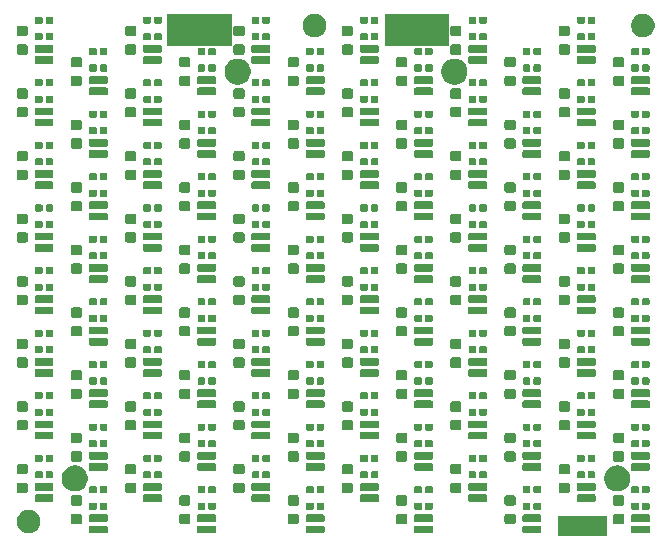
<source format=gbr>
G04 #@! TF.GenerationSoftware,KiCad,Pcbnew,(5.0.1)-3*
G04 #@! TF.CreationDate,2019-05-17T14:34:39+10:00*
G04 #@! TF.ProjectId,UVTV,555654562E6B696361645F7063620000,1*
G04 #@! TF.SameCoordinates,PX30291a0PY5aa5910*
G04 #@! TF.FileFunction,Soldermask,Top*
G04 #@! TF.FilePolarity,Negative*
%FSLAX46Y46*%
G04 Gerber Fmt 4.6, Leading zero omitted, Abs format (unit mm)*
G04 Created by KiCad (PCBNEW (5.0.1)-3) date 2019-05-17 2:34:39 PM*
%MOMM*%
%LPD*%
G01*
G04 APERTURE LIST*
%ADD10C,0.100000*%
G04 APERTURE END LIST*
D10*
G36*
X13450000Y44650000D02*
X13450000Y41950000D01*
X18900000Y41950000D01*
X18900000Y44650000D01*
X13450000Y44650000D01*
G37*
G36*
X31850000Y44650000D02*
X31850000Y41950000D01*
X37300000Y41950000D01*
X37300000Y44650000D01*
X31850000Y44650000D01*
G37*
G36*
X46500000Y2100000D02*
X50650000Y2100000D01*
X50650000Y400000D01*
X46500000Y400000D01*
X46500000Y2100000D01*
G37*
G36*
X54188595Y1297242D02*
X54211979Y1290149D01*
X54233526Y1278632D01*
X54252413Y1263132D01*
X54267913Y1244245D01*
X54279430Y1222698D01*
X54286523Y1199314D01*
X54289281Y1171314D01*
X54289281Y778686D01*
X54286523Y750686D01*
X54279430Y727302D01*
X54267913Y705755D01*
X54252413Y686868D01*
X54233526Y671368D01*
X54211979Y659851D01*
X54188595Y652758D01*
X54160595Y650000D01*
X52817967Y650000D01*
X52789967Y652758D01*
X52766583Y659851D01*
X52745036Y671368D01*
X52726149Y686868D01*
X52710649Y705755D01*
X52699132Y727302D01*
X52692039Y750686D01*
X52689281Y778686D01*
X52689281Y1171314D01*
X52692039Y1199314D01*
X52699132Y1222698D01*
X52710649Y1244245D01*
X52726149Y1263132D01*
X52745036Y1278632D01*
X52766583Y1290149D01*
X52789967Y1297242D01*
X52817967Y1300000D01*
X54160595Y1300000D01*
X54188595Y1297242D01*
X54188595Y1297242D01*
G37*
G36*
X35828856Y1297242D02*
X35852240Y1290149D01*
X35873787Y1278632D01*
X35892674Y1263132D01*
X35908174Y1244245D01*
X35919691Y1222698D01*
X35926784Y1199314D01*
X35929542Y1171314D01*
X35929542Y778686D01*
X35926784Y750686D01*
X35919691Y727302D01*
X35908174Y705755D01*
X35892674Y686868D01*
X35873787Y671368D01*
X35852240Y659851D01*
X35828856Y652758D01*
X35800856Y650000D01*
X34458228Y650000D01*
X34430228Y652758D01*
X34406844Y659851D01*
X34385297Y671368D01*
X34366410Y686868D01*
X34350910Y705755D01*
X34339393Y727302D01*
X34332300Y750686D01*
X34329542Y778686D01*
X34329542Y1171314D01*
X34332300Y1199314D01*
X34339393Y1222698D01*
X34350910Y1244245D01*
X34366410Y1263132D01*
X34385297Y1278632D01*
X34406844Y1290149D01*
X34430228Y1297242D01*
X34458228Y1300000D01*
X35800856Y1300000D01*
X35828856Y1297242D01*
X35828856Y1297242D01*
G37*
G36*
X8289248Y1297242D02*
X8312632Y1290149D01*
X8334179Y1278632D01*
X8353066Y1263132D01*
X8368566Y1244245D01*
X8380083Y1222698D01*
X8387176Y1199314D01*
X8389934Y1171314D01*
X8389934Y778686D01*
X8387176Y750686D01*
X8380083Y727302D01*
X8368566Y705755D01*
X8353066Y686868D01*
X8334179Y671368D01*
X8312632Y659851D01*
X8289248Y652758D01*
X8261248Y650000D01*
X6918620Y650000D01*
X6890620Y652758D01*
X6867236Y659851D01*
X6845689Y671368D01*
X6826802Y686868D01*
X6811302Y705755D01*
X6799785Y727302D01*
X6792692Y750686D01*
X6789934Y778686D01*
X6789934Y1171314D01*
X6792692Y1199314D01*
X6799785Y1222698D01*
X6811302Y1244245D01*
X6826802Y1263132D01*
X6845689Y1278632D01*
X6867236Y1290149D01*
X6890620Y1297242D01*
X6918620Y1300000D01*
X8261248Y1300000D01*
X8289248Y1297242D01*
X8289248Y1297242D01*
G37*
G36*
X26648987Y1297242D02*
X26672371Y1290149D01*
X26693918Y1278632D01*
X26712805Y1263132D01*
X26728305Y1244245D01*
X26739822Y1222698D01*
X26746915Y1199314D01*
X26749673Y1171314D01*
X26749673Y778686D01*
X26746915Y750686D01*
X26739822Y727302D01*
X26728305Y705755D01*
X26712805Y686868D01*
X26693918Y671368D01*
X26672371Y659851D01*
X26648987Y652758D01*
X26620987Y650000D01*
X25278359Y650000D01*
X25250359Y652758D01*
X25226975Y659851D01*
X25205428Y671368D01*
X25186541Y686868D01*
X25171041Y705755D01*
X25159524Y727302D01*
X25152431Y750686D01*
X25149673Y778686D01*
X25149673Y1171314D01*
X25152431Y1199314D01*
X25159524Y1222698D01*
X25171041Y1244245D01*
X25186541Y1263132D01*
X25205428Y1278632D01*
X25226975Y1290149D01*
X25250359Y1297242D01*
X25278359Y1300000D01*
X26620987Y1300000D01*
X26648987Y1297242D01*
X26648987Y1297242D01*
G37*
G36*
X17469117Y1297242D02*
X17492501Y1290149D01*
X17514048Y1278632D01*
X17532935Y1263132D01*
X17548435Y1244245D01*
X17559952Y1222698D01*
X17567045Y1199314D01*
X17569803Y1171314D01*
X17569803Y778686D01*
X17567045Y750686D01*
X17559952Y727302D01*
X17548435Y705755D01*
X17532935Y686868D01*
X17514048Y671368D01*
X17492501Y659851D01*
X17469117Y652758D01*
X17441117Y650000D01*
X16098489Y650000D01*
X16070489Y652758D01*
X16047105Y659851D01*
X16025558Y671368D01*
X16006671Y686868D01*
X15991171Y705755D01*
X15979654Y727302D01*
X15972561Y750686D01*
X15969803Y778686D01*
X15969803Y1171314D01*
X15972561Y1199314D01*
X15979654Y1222698D01*
X15991171Y1244245D01*
X16006671Y1263132D01*
X16025558Y1278632D01*
X16047105Y1290149D01*
X16070489Y1297242D01*
X16098489Y1300000D01*
X17441117Y1300000D01*
X17469117Y1297242D01*
X17469117Y1297242D01*
G37*
G36*
X1991689Y2611571D02*
X2173678Y2536189D01*
X2337463Y2426751D01*
X2476751Y2287463D01*
X2586189Y2123678D01*
X2661571Y1941689D01*
X2700000Y1748491D01*
X2700000Y1551509D01*
X2661571Y1358311D01*
X2586189Y1176322D01*
X2476751Y1012537D01*
X2337463Y873249D01*
X2173678Y763811D01*
X1991689Y688429D01*
X1798491Y650000D01*
X1601509Y650000D01*
X1408311Y688429D01*
X1226322Y763811D01*
X1062537Y873249D01*
X923249Y1012537D01*
X813811Y1176322D01*
X738429Y1358311D01*
X700000Y1551509D01*
X700000Y1748491D01*
X738429Y1941689D01*
X813811Y2123678D01*
X923249Y2287463D01*
X1062537Y2426751D01*
X1226322Y2536189D01*
X1408311Y2611571D01*
X1601509Y2650000D01*
X1798491Y2650000D01*
X1991689Y2611571D01*
X1991689Y2611571D01*
G37*
G36*
X45008725Y1297242D02*
X45032109Y1290149D01*
X45053656Y1278632D01*
X45072543Y1263132D01*
X45088043Y1244245D01*
X45099560Y1222698D01*
X45106653Y1199314D01*
X45109411Y1171314D01*
X45109411Y778686D01*
X45106653Y750686D01*
X45099560Y727302D01*
X45088043Y705755D01*
X45072543Y686868D01*
X45053656Y671368D01*
X45032109Y659851D01*
X45008725Y652758D01*
X44980725Y650000D01*
X43638097Y650000D01*
X43610097Y652758D01*
X43586713Y659851D01*
X43565166Y671368D01*
X43546279Y686868D01*
X43530779Y705755D01*
X43519262Y727302D01*
X43512169Y750686D01*
X43509411Y778686D01*
X43509411Y1171314D01*
X43512169Y1199314D01*
X43519262Y1222698D01*
X43530779Y1244245D01*
X43546279Y1263132D01*
X43565166Y1278632D01*
X43586713Y1290149D01*
X43610097Y1297242D01*
X43638097Y1300000D01*
X44980725Y1300000D01*
X45008725Y1297242D01*
X45008725Y1297242D01*
G37*
G36*
X24428712Y2296161D02*
X24462647Y2285867D01*
X24493916Y2269153D01*
X24521329Y2246656D01*
X24543826Y2219243D01*
X24560540Y2187974D01*
X24570834Y2154039D01*
X24574673Y2115063D01*
X24574673Y1609937D01*
X24570834Y1570961D01*
X24560540Y1537026D01*
X24543826Y1505757D01*
X24521329Y1478344D01*
X24493916Y1455847D01*
X24462647Y1439133D01*
X24428712Y1428839D01*
X24389736Y1425000D01*
X23809610Y1425000D01*
X23770634Y1428839D01*
X23736699Y1439133D01*
X23705430Y1455847D01*
X23678017Y1478344D01*
X23655520Y1505757D01*
X23638806Y1537026D01*
X23628512Y1570961D01*
X23624673Y1609937D01*
X23624673Y2115063D01*
X23628512Y2154039D01*
X23638806Y2187974D01*
X23655520Y2219243D01*
X23678017Y2246656D01*
X23705430Y2269153D01*
X23736699Y2285867D01*
X23770634Y2296161D01*
X23809610Y2300000D01*
X24389736Y2300000D01*
X24428712Y2296161D01*
X24428712Y2296161D01*
G37*
G36*
X15248842Y2296161D02*
X15282777Y2285867D01*
X15314046Y2269153D01*
X15341459Y2246656D01*
X15363956Y2219243D01*
X15380670Y2187974D01*
X15390964Y2154039D01*
X15394803Y2115063D01*
X15394803Y1609937D01*
X15390964Y1570961D01*
X15380670Y1537026D01*
X15363956Y1505757D01*
X15341459Y1478344D01*
X15314046Y1455847D01*
X15282777Y1439133D01*
X15248842Y1428839D01*
X15209866Y1425000D01*
X14629740Y1425000D01*
X14590764Y1428839D01*
X14556829Y1439133D01*
X14525560Y1455847D01*
X14498147Y1478344D01*
X14475650Y1505757D01*
X14458936Y1537026D01*
X14448642Y1570961D01*
X14444803Y1609937D01*
X14444803Y2115063D01*
X14448642Y2154039D01*
X14458936Y2187974D01*
X14475650Y2219243D01*
X14498147Y2246656D01*
X14525560Y2269153D01*
X14556829Y2285867D01*
X14590764Y2296161D01*
X14629740Y2300000D01*
X15209866Y2300000D01*
X15248842Y2296161D01*
X15248842Y2296161D01*
G37*
G36*
X51968320Y2296161D02*
X52002255Y2285867D01*
X52033524Y2269153D01*
X52060937Y2246656D01*
X52083434Y2219243D01*
X52100148Y2187974D01*
X52110442Y2154039D01*
X52114281Y2115063D01*
X52114281Y1609937D01*
X52110442Y1570961D01*
X52100148Y1537026D01*
X52083434Y1505757D01*
X52060937Y1478344D01*
X52033524Y1455847D01*
X52002255Y1439133D01*
X51968320Y1428839D01*
X51929344Y1425000D01*
X51349218Y1425000D01*
X51310242Y1428839D01*
X51276307Y1439133D01*
X51245038Y1455847D01*
X51217625Y1478344D01*
X51195128Y1505757D01*
X51178414Y1537026D01*
X51168120Y1570961D01*
X51164281Y1609937D01*
X51164281Y2115063D01*
X51168120Y2154039D01*
X51178414Y2187974D01*
X51195128Y2219243D01*
X51217625Y2246656D01*
X51245038Y2269153D01*
X51276307Y2285867D01*
X51310242Y2296161D01*
X51349218Y2300000D01*
X51929344Y2300000D01*
X51968320Y2296161D01*
X51968320Y2296161D01*
G37*
G36*
X33608581Y2296161D02*
X33642516Y2285867D01*
X33673785Y2269153D01*
X33701198Y2246656D01*
X33723695Y2219243D01*
X33740409Y2187974D01*
X33750703Y2154039D01*
X33754542Y2115063D01*
X33754542Y1609937D01*
X33750703Y1570961D01*
X33740409Y1537026D01*
X33723695Y1505757D01*
X33701198Y1478344D01*
X33673785Y1455847D01*
X33642516Y1439133D01*
X33608581Y1428839D01*
X33569605Y1425000D01*
X32989479Y1425000D01*
X32950503Y1428839D01*
X32916568Y1439133D01*
X32885299Y1455847D01*
X32857886Y1478344D01*
X32835389Y1505757D01*
X32818675Y1537026D01*
X32808381Y1570961D01*
X32804542Y1609937D01*
X32804542Y2115063D01*
X32808381Y2154039D01*
X32818675Y2187974D01*
X32835389Y2219243D01*
X32857886Y2246656D01*
X32885299Y2269153D01*
X32916568Y2285867D01*
X32950503Y2296161D01*
X32989479Y2300000D01*
X33569605Y2300000D01*
X33608581Y2296161D01*
X33608581Y2296161D01*
G37*
G36*
X42788450Y2296161D02*
X42822385Y2285867D01*
X42853654Y2269153D01*
X42881067Y2246656D01*
X42903564Y2219243D01*
X42920278Y2187974D01*
X42930572Y2154039D01*
X42934411Y2115063D01*
X42934411Y1609937D01*
X42930572Y1570961D01*
X42920278Y1537026D01*
X42903564Y1505757D01*
X42881067Y1478344D01*
X42853654Y1455847D01*
X42822385Y1439133D01*
X42788450Y1428839D01*
X42749474Y1425000D01*
X42169348Y1425000D01*
X42130372Y1428839D01*
X42096437Y1439133D01*
X42065168Y1455847D01*
X42037755Y1478344D01*
X42015258Y1505757D01*
X41998544Y1537026D01*
X41988250Y1570961D01*
X41984411Y1609937D01*
X41984411Y2115063D01*
X41988250Y2154039D01*
X41998544Y2187974D01*
X42015258Y2219243D01*
X42037755Y2246656D01*
X42065168Y2269153D01*
X42096437Y2285867D01*
X42130372Y2296161D01*
X42169348Y2300000D01*
X42749474Y2300000D01*
X42788450Y2296161D01*
X42788450Y2296161D01*
G37*
G36*
X6068973Y2296161D02*
X6102908Y2285867D01*
X6134177Y2269153D01*
X6161590Y2246656D01*
X6184087Y2219243D01*
X6200801Y2187974D01*
X6211095Y2154039D01*
X6214934Y2115063D01*
X6214934Y1609937D01*
X6211095Y1570961D01*
X6200801Y1537026D01*
X6184087Y1505757D01*
X6161590Y1478344D01*
X6134177Y1455847D01*
X6102908Y1439133D01*
X6068973Y1428839D01*
X6029997Y1425000D01*
X5449871Y1425000D01*
X5410895Y1428839D01*
X5376960Y1439133D01*
X5345691Y1455847D01*
X5318278Y1478344D01*
X5295781Y1505757D01*
X5279067Y1537026D01*
X5268773Y1570961D01*
X5264934Y1609937D01*
X5264934Y2115063D01*
X5268773Y2154039D01*
X5279067Y2187974D01*
X5295781Y2219243D01*
X5318278Y2246656D01*
X5345691Y2269153D01*
X5376960Y2285867D01*
X5410895Y2296161D01*
X5449871Y2300000D01*
X6029997Y2300000D01*
X6068973Y2296161D01*
X6068973Y2296161D01*
G37*
G36*
X54188595Y2247242D02*
X54211979Y2240149D01*
X54233526Y2228632D01*
X54252413Y2213132D01*
X54267913Y2194245D01*
X54279430Y2172698D01*
X54286523Y2149314D01*
X54289281Y2121314D01*
X54289281Y1728686D01*
X54286523Y1700686D01*
X54279430Y1677302D01*
X54267913Y1655755D01*
X54252413Y1636868D01*
X54233526Y1621368D01*
X54211979Y1609851D01*
X54188595Y1602758D01*
X54160595Y1600000D01*
X52817967Y1600000D01*
X52789967Y1602758D01*
X52766583Y1609851D01*
X52745036Y1621368D01*
X52726149Y1636868D01*
X52710649Y1655755D01*
X52699132Y1677302D01*
X52692039Y1700686D01*
X52689281Y1728686D01*
X52689281Y2121314D01*
X52692039Y2149314D01*
X52699132Y2172698D01*
X52710649Y2194245D01*
X52726149Y2213132D01*
X52745036Y2228632D01*
X52766583Y2240149D01*
X52789967Y2247242D01*
X52817967Y2250000D01*
X54160595Y2250000D01*
X54188595Y2247242D01*
X54188595Y2247242D01*
G37*
G36*
X45008725Y2247242D02*
X45032109Y2240149D01*
X45053656Y2228632D01*
X45072543Y2213132D01*
X45088043Y2194245D01*
X45099560Y2172698D01*
X45106653Y2149314D01*
X45109411Y2121314D01*
X45109411Y1728686D01*
X45106653Y1700686D01*
X45099560Y1677302D01*
X45088043Y1655755D01*
X45072543Y1636868D01*
X45053656Y1621368D01*
X45032109Y1609851D01*
X45008725Y1602758D01*
X44980725Y1600000D01*
X43638097Y1600000D01*
X43610097Y1602758D01*
X43586713Y1609851D01*
X43565166Y1621368D01*
X43546279Y1636868D01*
X43530779Y1655755D01*
X43519262Y1677302D01*
X43512169Y1700686D01*
X43509411Y1728686D01*
X43509411Y2121314D01*
X43512169Y2149314D01*
X43519262Y2172698D01*
X43530779Y2194245D01*
X43546279Y2213132D01*
X43565166Y2228632D01*
X43586713Y2240149D01*
X43610097Y2247242D01*
X43638097Y2250000D01*
X44980725Y2250000D01*
X45008725Y2247242D01*
X45008725Y2247242D01*
G37*
G36*
X35828856Y2247242D02*
X35852240Y2240149D01*
X35873787Y2228632D01*
X35892674Y2213132D01*
X35908174Y2194245D01*
X35919691Y2172698D01*
X35926784Y2149314D01*
X35929542Y2121314D01*
X35929542Y1728686D01*
X35926784Y1700686D01*
X35919691Y1677302D01*
X35908174Y1655755D01*
X35892674Y1636868D01*
X35873787Y1621368D01*
X35852240Y1609851D01*
X35828856Y1602758D01*
X35800856Y1600000D01*
X34458228Y1600000D01*
X34430228Y1602758D01*
X34406844Y1609851D01*
X34385297Y1621368D01*
X34366410Y1636868D01*
X34350910Y1655755D01*
X34339393Y1677302D01*
X34332300Y1700686D01*
X34329542Y1728686D01*
X34329542Y2121314D01*
X34332300Y2149314D01*
X34339393Y2172698D01*
X34350910Y2194245D01*
X34366410Y2213132D01*
X34385297Y2228632D01*
X34406844Y2240149D01*
X34430228Y2247242D01*
X34458228Y2250000D01*
X35800856Y2250000D01*
X35828856Y2247242D01*
X35828856Y2247242D01*
G37*
G36*
X17469117Y2247242D02*
X17492501Y2240149D01*
X17514048Y2228632D01*
X17532935Y2213132D01*
X17548435Y2194245D01*
X17559952Y2172698D01*
X17567045Y2149314D01*
X17569803Y2121314D01*
X17569803Y1728686D01*
X17567045Y1700686D01*
X17559952Y1677302D01*
X17548435Y1655755D01*
X17532935Y1636868D01*
X17514048Y1621368D01*
X17492501Y1609851D01*
X17469117Y1602758D01*
X17441117Y1600000D01*
X16098489Y1600000D01*
X16070489Y1602758D01*
X16047105Y1609851D01*
X16025558Y1621368D01*
X16006671Y1636868D01*
X15991171Y1655755D01*
X15979654Y1677302D01*
X15972561Y1700686D01*
X15969803Y1728686D01*
X15969803Y2121314D01*
X15972561Y2149314D01*
X15979654Y2172698D01*
X15991171Y2194245D01*
X16006671Y2213132D01*
X16025558Y2228632D01*
X16047105Y2240149D01*
X16070489Y2247242D01*
X16098489Y2250000D01*
X17441117Y2250000D01*
X17469117Y2247242D01*
X17469117Y2247242D01*
G37*
G36*
X26648987Y2247242D02*
X26672371Y2240149D01*
X26693918Y2228632D01*
X26712805Y2213132D01*
X26728305Y2194245D01*
X26739822Y2172698D01*
X26746915Y2149314D01*
X26749673Y2121314D01*
X26749673Y1728686D01*
X26746915Y1700686D01*
X26739822Y1677302D01*
X26728305Y1655755D01*
X26712805Y1636868D01*
X26693918Y1621368D01*
X26672371Y1609851D01*
X26648987Y1602758D01*
X26620987Y1600000D01*
X25278359Y1600000D01*
X25250359Y1602758D01*
X25226975Y1609851D01*
X25205428Y1621368D01*
X25186541Y1636868D01*
X25171041Y1655755D01*
X25159524Y1677302D01*
X25152431Y1700686D01*
X25149673Y1728686D01*
X25149673Y2121314D01*
X25152431Y2149314D01*
X25159524Y2172698D01*
X25171041Y2194245D01*
X25186541Y2213132D01*
X25205428Y2228632D01*
X25226975Y2240149D01*
X25250359Y2247242D01*
X25278359Y2250000D01*
X26620987Y2250000D01*
X26648987Y2247242D01*
X26648987Y2247242D01*
G37*
G36*
X8289248Y2247242D02*
X8312632Y2240149D01*
X8334179Y2228632D01*
X8353066Y2213132D01*
X8368566Y2194245D01*
X8380083Y2172698D01*
X8387176Y2149314D01*
X8389934Y2121314D01*
X8389934Y1728686D01*
X8387176Y1700686D01*
X8380083Y1677302D01*
X8368566Y1655755D01*
X8353066Y1636868D01*
X8334179Y1621368D01*
X8312632Y1609851D01*
X8289248Y1602758D01*
X8261248Y1600000D01*
X6918620Y1600000D01*
X6890620Y1602758D01*
X6867236Y1609851D01*
X6845689Y1621368D01*
X6826802Y1636868D01*
X6811302Y1655755D01*
X6799785Y1677302D01*
X6792692Y1700686D01*
X6789934Y1728686D01*
X6789934Y2121314D01*
X6792692Y2149314D01*
X6799785Y2172698D01*
X6811302Y2194245D01*
X6826802Y2213132D01*
X6845689Y2228632D01*
X6867236Y2240149D01*
X6890620Y2247242D01*
X6918620Y2250000D01*
X8261248Y2250000D01*
X8289248Y2247242D01*
X8289248Y2247242D01*
G37*
G36*
X8274313Y3247482D02*
X8295344Y3241102D01*
X8314734Y3230738D01*
X8331727Y3216793D01*
X8345672Y3199800D01*
X8356036Y3180410D01*
X8362416Y3159379D01*
X8364934Y3133813D01*
X8364934Y2766187D01*
X8362416Y2740621D01*
X8356036Y2719590D01*
X8345672Y2700200D01*
X8331727Y2683207D01*
X8314734Y2669262D01*
X8295344Y2658898D01*
X8274313Y2652518D01*
X8248747Y2650000D01*
X7831121Y2650000D01*
X7805555Y2652518D01*
X7784524Y2658898D01*
X7765134Y2669262D01*
X7748141Y2683207D01*
X7734196Y2700200D01*
X7723832Y2719590D01*
X7717452Y2740621D01*
X7714934Y2766187D01*
X7714934Y3133813D01*
X7717452Y3159379D01*
X7723832Y3180410D01*
X7734196Y3199800D01*
X7748141Y3216793D01*
X7765134Y3230738D01*
X7784524Y3241102D01*
X7805555Y3247482D01*
X7831121Y3250000D01*
X8248747Y3250000D01*
X8274313Y3247482D01*
X8274313Y3247482D01*
G37*
G36*
X16554182Y3247482D02*
X16575213Y3241102D01*
X16594603Y3230738D01*
X16611596Y3216793D01*
X16625541Y3199800D01*
X16635905Y3180410D01*
X16642285Y3159379D01*
X16644803Y3133813D01*
X16644803Y2766187D01*
X16642285Y2740621D01*
X16635905Y2719590D01*
X16625541Y2700200D01*
X16611596Y2683207D01*
X16594603Y2669262D01*
X16575213Y2658898D01*
X16554182Y2652518D01*
X16528616Y2650000D01*
X16110990Y2650000D01*
X16085424Y2652518D01*
X16064393Y2658898D01*
X16045003Y2669262D01*
X16028010Y2683207D01*
X16014065Y2700200D01*
X16003701Y2719590D01*
X15997321Y2740621D01*
X15994803Y2766187D01*
X15994803Y3133813D01*
X15997321Y3159379D01*
X16003701Y3180410D01*
X16014065Y3199800D01*
X16028010Y3216793D01*
X16045003Y3230738D01*
X16064393Y3241102D01*
X16085424Y3247482D01*
X16110990Y3250000D01*
X16528616Y3250000D01*
X16554182Y3247482D01*
X16554182Y3247482D01*
G37*
G36*
X17454182Y3247482D02*
X17475213Y3241102D01*
X17494603Y3230738D01*
X17511596Y3216793D01*
X17525541Y3199800D01*
X17535905Y3180410D01*
X17542285Y3159379D01*
X17544803Y3133813D01*
X17544803Y2766187D01*
X17542285Y2740621D01*
X17535905Y2719590D01*
X17525541Y2700200D01*
X17511596Y2683207D01*
X17494603Y2669262D01*
X17475213Y2658898D01*
X17454182Y2652518D01*
X17428616Y2650000D01*
X17010990Y2650000D01*
X16985424Y2652518D01*
X16964393Y2658898D01*
X16945003Y2669262D01*
X16928010Y2683207D01*
X16914065Y2700200D01*
X16903701Y2719590D01*
X16897321Y2740621D01*
X16894803Y2766187D01*
X16894803Y3133813D01*
X16897321Y3159379D01*
X16903701Y3180410D01*
X16914065Y3199800D01*
X16928010Y3216793D01*
X16945003Y3230738D01*
X16964393Y3241102D01*
X16985424Y3247482D01*
X17010990Y3250000D01*
X17428616Y3250000D01*
X17454182Y3247482D01*
X17454182Y3247482D01*
G37*
G36*
X25734052Y3247482D02*
X25755083Y3241102D01*
X25774473Y3230738D01*
X25791466Y3216793D01*
X25805411Y3199800D01*
X25815775Y3180410D01*
X25822155Y3159379D01*
X25824673Y3133813D01*
X25824673Y2766187D01*
X25822155Y2740621D01*
X25815775Y2719590D01*
X25805411Y2700200D01*
X25791466Y2683207D01*
X25774473Y2669262D01*
X25755083Y2658898D01*
X25734052Y2652518D01*
X25708486Y2650000D01*
X25290860Y2650000D01*
X25265294Y2652518D01*
X25244263Y2658898D01*
X25224873Y2669262D01*
X25207880Y2683207D01*
X25193935Y2700200D01*
X25183571Y2719590D01*
X25177191Y2740621D01*
X25174673Y2766187D01*
X25174673Y3133813D01*
X25177191Y3159379D01*
X25183571Y3180410D01*
X25193935Y3199800D01*
X25207880Y3216793D01*
X25224873Y3230738D01*
X25244263Y3241102D01*
X25265294Y3247482D01*
X25290860Y3250000D01*
X25708486Y3250000D01*
X25734052Y3247482D01*
X25734052Y3247482D01*
G37*
G36*
X26634052Y3247482D02*
X26655083Y3241102D01*
X26674473Y3230738D01*
X26691466Y3216793D01*
X26705411Y3199800D01*
X26715775Y3180410D01*
X26722155Y3159379D01*
X26724673Y3133813D01*
X26724673Y2766187D01*
X26722155Y2740621D01*
X26715775Y2719590D01*
X26705411Y2700200D01*
X26691466Y2683207D01*
X26674473Y2669262D01*
X26655083Y2658898D01*
X26634052Y2652518D01*
X26608486Y2650000D01*
X26190860Y2650000D01*
X26165294Y2652518D01*
X26144263Y2658898D01*
X26124873Y2669262D01*
X26107880Y2683207D01*
X26093935Y2700200D01*
X26083571Y2719590D01*
X26077191Y2740621D01*
X26074673Y2766187D01*
X26074673Y3133813D01*
X26077191Y3159379D01*
X26083571Y3180410D01*
X26093935Y3199800D01*
X26107880Y3216793D01*
X26124873Y3230738D01*
X26144263Y3241102D01*
X26165294Y3247482D01*
X26190860Y3250000D01*
X26608486Y3250000D01*
X26634052Y3247482D01*
X26634052Y3247482D01*
G37*
G36*
X54173660Y3247482D02*
X54194691Y3241102D01*
X54214081Y3230738D01*
X54231074Y3216793D01*
X54245019Y3199800D01*
X54255383Y3180410D01*
X54261763Y3159379D01*
X54264281Y3133813D01*
X54264281Y2766187D01*
X54261763Y2740621D01*
X54255383Y2719590D01*
X54245019Y2700200D01*
X54231074Y2683207D01*
X54214081Y2669262D01*
X54194691Y2658898D01*
X54173660Y2652518D01*
X54148094Y2650000D01*
X53730468Y2650000D01*
X53704902Y2652518D01*
X53683871Y2658898D01*
X53664481Y2669262D01*
X53647488Y2683207D01*
X53633543Y2700200D01*
X53623179Y2719590D01*
X53616799Y2740621D01*
X53614281Y2766187D01*
X53614281Y3133813D01*
X53616799Y3159379D01*
X53623179Y3180410D01*
X53633543Y3199800D01*
X53647488Y3216793D01*
X53664481Y3230738D01*
X53683871Y3241102D01*
X53704902Y3247482D01*
X53730468Y3250000D01*
X54148094Y3250000D01*
X54173660Y3247482D01*
X54173660Y3247482D01*
G37*
G36*
X35813921Y3247482D02*
X35834952Y3241102D01*
X35854342Y3230738D01*
X35871335Y3216793D01*
X35885280Y3199800D01*
X35895644Y3180410D01*
X35902024Y3159379D01*
X35904542Y3133813D01*
X35904542Y2766187D01*
X35902024Y2740621D01*
X35895644Y2719590D01*
X35885280Y2700200D01*
X35871335Y2683207D01*
X35854342Y2669262D01*
X35834952Y2658898D01*
X35813921Y2652518D01*
X35788355Y2650000D01*
X35370729Y2650000D01*
X35345163Y2652518D01*
X35324132Y2658898D01*
X35304742Y2669262D01*
X35287749Y2683207D01*
X35273804Y2700200D01*
X35263440Y2719590D01*
X35257060Y2740621D01*
X35254542Y2766187D01*
X35254542Y3133813D01*
X35257060Y3159379D01*
X35263440Y3180410D01*
X35273804Y3199800D01*
X35287749Y3216793D01*
X35304742Y3230738D01*
X35324132Y3241102D01*
X35345163Y3247482D01*
X35370729Y3250000D01*
X35788355Y3250000D01*
X35813921Y3247482D01*
X35813921Y3247482D01*
G37*
G36*
X7374313Y3247482D02*
X7395344Y3241102D01*
X7414734Y3230738D01*
X7431727Y3216793D01*
X7445672Y3199800D01*
X7456036Y3180410D01*
X7462416Y3159379D01*
X7464934Y3133813D01*
X7464934Y2766187D01*
X7462416Y2740621D01*
X7456036Y2719590D01*
X7445672Y2700200D01*
X7431727Y2683207D01*
X7414734Y2669262D01*
X7395344Y2658898D01*
X7374313Y2652518D01*
X7348747Y2650000D01*
X6931121Y2650000D01*
X6905555Y2652518D01*
X6884524Y2658898D01*
X6865134Y2669262D01*
X6848141Y2683207D01*
X6834196Y2700200D01*
X6823832Y2719590D01*
X6817452Y2740621D01*
X6814934Y2766187D01*
X6814934Y3133813D01*
X6817452Y3159379D01*
X6823832Y3180410D01*
X6834196Y3199800D01*
X6848141Y3216793D01*
X6865134Y3230738D01*
X6884524Y3241102D01*
X6905555Y3247482D01*
X6931121Y3250000D01*
X7348747Y3250000D01*
X7374313Y3247482D01*
X7374313Y3247482D01*
G37*
G36*
X44093790Y3247482D02*
X44114821Y3241102D01*
X44134211Y3230738D01*
X44151204Y3216793D01*
X44165149Y3199800D01*
X44175513Y3180410D01*
X44181893Y3159379D01*
X44184411Y3133813D01*
X44184411Y2766187D01*
X44181893Y2740621D01*
X44175513Y2719590D01*
X44165149Y2700200D01*
X44151204Y2683207D01*
X44134211Y2669262D01*
X44114821Y2658898D01*
X44093790Y2652518D01*
X44068224Y2650000D01*
X43650598Y2650000D01*
X43625032Y2652518D01*
X43604001Y2658898D01*
X43584611Y2669262D01*
X43567618Y2683207D01*
X43553673Y2700200D01*
X43543309Y2719590D01*
X43536929Y2740621D01*
X43534411Y2766187D01*
X43534411Y3133813D01*
X43536929Y3159379D01*
X43543309Y3180410D01*
X43553673Y3199800D01*
X43567618Y3216793D01*
X43584611Y3230738D01*
X43604001Y3241102D01*
X43625032Y3247482D01*
X43650598Y3250000D01*
X44068224Y3250000D01*
X44093790Y3247482D01*
X44093790Y3247482D01*
G37*
G36*
X53273660Y3247482D02*
X53294691Y3241102D01*
X53314081Y3230738D01*
X53331074Y3216793D01*
X53345019Y3199800D01*
X53355383Y3180410D01*
X53361763Y3159379D01*
X53364281Y3133813D01*
X53364281Y2766187D01*
X53361763Y2740621D01*
X53355383Y2719590D01*
X53345019Y2700200D01*
X53331074Y2683207D01*
X53314081Y2669262D01*
X53294691Y2658898D01*
X53273660Y2652518D01*
X53248094Y2650000D01*
X52830468Y2650000D01*
X52804902Y2652518D01*
X52783871Y2658898D01*
X52764481Y2669262D01*
X52747488Y2683207D01*
X52733543Y2700200D01*
X52723179Y2719590D01*
X52716799Y2740621D01*
X52714281Y2766187D01*
X52714281Y3133813D01*
X52716799Y3159379D01*
X52723179Y3180410D01*
X52733543Y3199800D01*
X52747488Y3216793D01*
X52764481Y3230738D01*
X52783871Y3241102D01*
X52804902Y3247482D01*
X52830468Y3250000D01*
X53248094Y3250000D01*
X53273660Y3247482D01*
X53273660Y3247482D01*
G37*
G36*
X44993790Y3247482D02*
X45014821Y3241102D01*
X45034211Y3230738D01*
X45051204Y3216793D01*
X45065149Y3199800D01*
X45075513Y3180410D01*
X45081893Y3159379D01*
X45084411Y3133813D01*
X45084411Y2766187D01*
X45081893Y2740621D01*
X45075513Y2719590D01*
X45065149Y2700200D01*
X45051204Y2683207D01*
X45034211Y2669262D01*
X45014821Y2658898D01*
X44993790Y2652518D01*
X44968224Y2650000D01*
X44550598Y2650000D01*
X44525032Y2652518D01*
X44504001Y2658898D01*
X44484611Y2669262D01*
X44467618Y2683207D01*
X44453673Y2700200D01*
X44443309Y2719590D01*
X44436929Y2740621D01*
X44434411Y2766187D01*
X44434411Y3133813D01*
X44436929Y3159379D01*
X44443309Y3180410D01*
X44453673Y3199800D01*
X44467618Y3216793D01*
X44484611Y3230738D01*
X44504001Y3241102D01*
X44525032Y3247482D01*
X44550598Y3250000D01*
X44968224Y3250000D01*
X44993790Y3247482D01*
X44993790Y3247482D01*
G37*
G36*
X34913921Y3247482D02*
X34934952Y3241102D01*
X34954342Y3230738D01*
X34971335Y3216793D01*
X34985280Y3199800D01*
X34995644Y3180410D01*
X35002024Y3159379D01*
X35004542Y3133813D01*
X35004542Y2766187D01*
X35002024Y2740621D01*
X34995644Y2719590D01*
X34985280Y2700200D01*
X34971335Y2683207D01*
X34954342Y2669262D01*
X34934952Y2658898D01*
X34913921Y2652518D01*
X34888355Y2650000D01*
X34470729Y2650000D01*
X34445163Y2652518D01*
X34424132Y2658898D01*
X34404742Y2669262D01*
X34387749Y2683207D01*
X34373804Y2700200D01*
X34363440Y2719590D01*
X34357060Y2740621D01*
X34354542Y2766187D01*
X34354542Y3133813D01*
X34357060Y3159379D01*
X34363440Y3180410D01*
X34373804Y3199800D01*
X34387749Y3216793D01*
X34404742Y3230738D01*
X34424132Y3241102D01*
X34445163Y3247482D01*
X34470729Y3250000D01*
X34888355Y3250000D01*
X34913921Y3247482D01*
X34913921Y3247482D01*
G37*
G36*
X42788450Y3871161D02*
X42822385Y3860867D01*
X42853654Y3844153D01*
X42881067Y3821656D01*
X42903564Y3794243D01*
X42920278Y3762974D01*
X42930572Y3729039D01*
X42934411Y3690063D01*
X42934411Y3184937D01*
X42930572Y3145961D01*
X42920278Y3112026D01*
X42903564Y3080757D01*
X42881067Y3053344D01*
X42853654Y3030847D01*
X42822385Y3014133D01*
X42788450Y3003839D01*
X42749474Y3000000D01*
X42169348Y3000000D01*
X42130372Y3003839D01*
X42096437Y3014133D01*
X42065168Y3030847D01*
X42037755Y3053344D01*
X42015258Y3080757D01*
X41998544Y3112026D01*
X41988250Y3145961D01*
X41984411Y3184937D01*
X41984411Y3690063D01*
X41988250Y3729039D01*
X41998544Y3762974D01*
X42015258Y3794243D01*
X42037755Y3821656D01*
X42065168Y3844153D01*
X42096437Y3860867D01*
X42130372Y3871161D01*
X42169348Y3875000D01*
X42749474Y3875000D01*
X42788450Y3871161D01*
X42788450Y3871161D01*
G37*
G36*
X51968320Y3871161D02*
X52002255Y3860867D01*
X52033524Y3844153D01*
X52060937Y3821656D01*
X52083434Y3794243D01*
X52100148Y3762974D01*
X52110442Y3729039D01*
X52114281Y3690063D01*
X52114281Y3184937D01*
X52110442Y3145961D01*
X52100148Y3112026D01*
X52083434Y3080757D01*
X52060937Y3053344D01*
X52033524Y3030847D01*
X52002255Y3014133D01*
X51968320Y3003839D01*
X51929344Y3000000D01*
X51349218Y3000000D01*
X51310242Y3003839D01*
X51276307Y3014133D01*
X51245038Y3030847D01*
X51217625Y3053344D01*
X51195128Y3080757D01*
X51178414Y3112026D01*
X51168120Y3145961D01*
X51164281Y3184937D01*
X51164281Y3690063D01*
X51168120Y3729039D01*
X51178414Y3762974D01*
X51195128Y3794243D01*
X51217625Y3821656D01*
X51245038Y3844153D01*
X51276307Y3860867D01*
X51310242Y3871161D01*
X51349218Y3875000D01*
X51929344Y3875000D01*
X51968320Y3871161D01*
X51968320Y3871161D01*
G37*
G36*
X15248842Y3871161D02*
X15282777Y3860867D01*
X15314046Y3844153D01*
X15341459Y3821656D01*
X15363956Y3794243D01*
X15380670Y3762974D01*
X15390964Y3729039D01*
X15394803Y3690063D01*
X15394803Y3184937D01*
X15390964Y3145961D01*
X15380670Y3112026D01*
X15363956Y3080757D01*
X15341459Y3053344D01*
X15314046Y3030847D01*
X15282777Y3014133D01*
X15248842Y3003839D01*
X15209866Y3000000D01*
X14629740Y3000000D01*
X14590764Y3003839D01*
X14556829Y3014133D01*
X14525560Y3030847D01*
X14498147Y3053344D01*
X14475650Y3080757D01*
X14458936Y3112026D01*
X14448642Y3145961D01*
X14444803Y3184937D01*
X14444803Y3690063D01*
X14448642Y3729039D01*
X14458936Y3762974D01*
X14475650Y3794243D01*
X14498147Y3821656D01*
X14525560Y3844153D01*
X14556829Y3860867D01*
X14590764Y3871161D01*
X14629740Y3875000D01*
X15209866Y3875000D01*
X15248842Y3871161D01*
X15248842Y3871161D01*
G37*
G36*
X33608581Y3871161D02*
X33642516Y3860867D01*
X33673785Y3844153D01*
X33701198Y3821656D01*
X33723695Y3794243D01*
X33740409Y3762974D01*
X33750703Y3729039D01*
X33754542Y3690063D01*
X33754542Y3184937D01*
X33750703Y3145961D01*
X33740409Y3112026D01*
X33723695Y3080757D01*
X33701198Y3053344D01*
X33673785Y3030847D01*
X33642516Y3014133D01*
X33608581Y3003839D01*
X33569605Y3000000D01*
X32989479Y3000000D01*
X32950503Y3003839D01*
X32916568Y3014133D01*
X32885299Y3030847D01*
X32857886Y3053344D01*
X32835389Y3080757D01*
X32818675Y3112026D01*
X32808381Y3145961D01*
X32804542Y3184937D01*
X32804542Y3690063D01*
X32808381Y3729039D01*
X32818675Y3762974D01*
X32835389Y3794243D01*
X32857886Y3821656D01*
X32885299Y3844153D01*
X32916568Y3860867D01*
X32950503Y3871161D01*
X32989479Y3875000D01*
X33569605Y3875000D01*
X33608581Y3871161D01*
X33608581Y3871161D01*
G37*
G36*
X24428712Y3871161D02*
X24462647Y3860867D01*
X24493916Y3844153D01*
X24521329Y3821656D01*
X24543826Y3794243D01*
X24560540Y3762974D01*
X24570834Y3729039D01*
X24574673Y3690063D01*
X24574673Y3184937D01*
X24570834Y3145961D01*
X24560540Y3112026D01*
X24543826Y3080757D01*
X24521329Y3053344D01*
X24493916Y3030847D01*
X24462647Y3014133D01*
X24428712Y3003839D01*
X24389736Y3000000D01*
X23809610Y3000000D01*
X23770634Y3003839D01*
X23736699Y3014133D01*
X23705430Y3030847D01*
X23678017Y3053344D01*
X23655520Y3080757D01*
X23638806Y3112026D01*
X23628512Y3145961D01*
X23624673Y3184937D01*
X23624673Y3690063D01*
X23628512Y3729039D01*
X23638806Y3762974D01*
X23655520Y3794243D01*
X23678017Y3821656D01*
X23705430Y3844153D01*
X23736699Y3860867D01*
X23770634Y3871161D01*
X23809610Y3875000D01*
X24389736Y3875000D01*
X24428712Y3871161D01*
X24428712Y3871161D01*
G37*
G36*
X6068973Y3871161D02*
X6102908Y3860867D01*
X6134177Y3844153D01*
X6161590Y3821656D01*
X6184087Y3794243D01*
X6200801Y3762974D01*
X6211095Y3729039D01*
X6214934Y3690063D01*
X6214934Y3184937D01*
X6211095Y3145961D01*
X6200801Y3112026D01*
X6184087Y3080757D01*
X6161590Y3053344D01*
X6134177Y3030847D01*
X6102908Y3014133D01*
X6068973Y3003839D01*
X6029997Y3000000D01*
X5449871Y3000000D01*
X5410895Y3003839D01*
X5376960Y3014133D01*
X5345691Y3030847D01*
X5318278Y3053344D01*
X5295781Y3080757D01*
X5279067Y3112026D01*
X5268773Y3145961D01*
X5264934Y3184937D01*
X5264934Y3690063D01*
X5268773Y3729039D01*
X5279067Y3762974D01*
X5295781Y3794243D01*
X5318278Y3821656D01*
X5345691Y3844153D01*
X5376960Y3860867D01*
X5410895Y3871161D01*
X5449871Y3875000D01*
X6029997Y3875000D01*
X6068973Y3871161D01*
X6068973Y3871161D01*
G37*
G36*
X12879183Y3947243D02*
X12902567Y3940150D01*
X12924114Y3928633D01*
X12943001Y3913133D01*
X12958501Y3894246D01*
X12970018Y3872699D01*
X12977111Y3849315D01*
X12979869Y3821315D01*
X12979869Y3428687D01*
X12977111Y3400687D01*
X12970018Y3377303D01*
X12958501Y3355756D01*
X12943001Y3336869D01*
X12924114Y3321369D01*
X12902567Y3309852D01*
X12879183Y3302759D01*
X12851183Y3300001D01*
X11508555Y3300001D01*
X11480555Y3302759D01*
X11457171Y3309852D01*
X11435624Y3321369D01*
X11416737Y3336869D01*
X11401237Y3355756D01*
X11389720Y3377303D01*
X11382627Y3400687D01*
X11379869Y3428687D01*
X11379869Y3821315D01*
X11382627Y3849315D01*
X11389720Y3872699D01*
X11401237Y3894246D01*
X11416737Y3913133D01*
X11435624Y3928633D01*
X11457171Y3940150D01*
X11480555Y3947243D01*
X11508555Y3950001D01*
X12851183Y3950001D01*
X12879183Y3947243D01*
X12879183Y3947243D01*
G37*
G36*
X3699314Y3947243D02*
X3722698Y3940150D01*
X3744245Y3928633D01*
X3763132Y3913133D01*
X3778632Y3894246D01*
X3790149Y3872699D01*
X3797242Y3849315D01*
X3800000Y3821315D01*
X3800000Y3428687D01*
X3797242Y3400687D01*
X3790149Y3377303D01*
X3778632Y3355756D01*
X3763132Y3336869D01*
X3744245Y3321369D01*
X3722698Y3309852D01*
X3699314Y3302759D01*
X3671314Y3300001D01*
X2328686Y3300001D01*
X2300686Y3302759D01*
X2277302Y3309852D01*
X2255755Y3321369D01*
X2236868Y3336869D01*
X2221368Y3355756D01*
X2209851Y3377303D01*
X2202758Y3400687D01*
X2200000Y3428687D01*
X2200000Y3821315D01*
X2202758Y3849315D01*
X2209851Y3872699D01*
X2221368Y3894246D01*
X2236868Y3913133D01*
X2255755Y3928633D01*
X2277302Y3940150D01*
X2300686Y3947243D01*
X2328686Y3950001D01*
X3671314Y3950001D01*
X3699314Y3947243D01*
X3699314Y3947243D01*
G37*
G36*
X40418791Y3947243D02*
X40442175Y3940150D01*
X40463722Y3928633D01*
X40482609Y3913133D01*
X40498109Y3894246D01*
X40509626Y3872699D01*
X40516719Y3849315D01*
X40519477Y3821315D01*
X40519477Y3428687D01*
X40516719Y3400687D01*
X40509626Y3377303D01*
X40498109Y3355756D01*
X40482609Y3336869D01*
X40463722Y3321369D01*
X40442175Y3309852D01*
X40418791Y3302759D01*
X40390791Y3300001D01*
X39048163Y3300001D01*
X39020163Y3302759D01*
X38996779Y3309852D01*
X38975232Y3321369D01*
X38956345Y3336869D01*
X38940845Y3355756D01*
X38929328Y3377303D01*
X38922235Y3400687D01*
X38919477Y3428687D01*
X38919477Y3821315D01*
X38922235Y3849315D01*
X38929328Y3872699D01*
X38940845Y3894246D01*
X38956345Y3913133D01*
X38975232Y3928633D01*
X38996779Y3940150D01*
X39020163Y3947243D01*
X39048163Y3950001D01*
X40390791Y3950001D01*
X40418791Y3947243D01*
X40418791Y3947243D01*
G37*
G36*
X22059052Y3947243D02*
X22082436Y3940150D01*
X22103983Y3928633D01*
X22122870Y3913133D01*
X22138370Y3894246D01*
X22149887Y3872699D01*
X22156980Y3849315D01*
X22159738Y3821315D01*
X22159738Y3428687D01*
X22156980Y3400687D01*
X22149887Y3377303D01*
X22138370Y3355756D01*
X22122870Y3336869D01*
X22103983Y3321369D01*
X22082436Y3309852D01*
X22059052Y3302759D01*
X22031052Y3300001D01*
X20688424Y3300001D01*
X20660424Y3302759D01*
X20637040Y3309852D01*
X20615493Y3321369D01*
X20596606Y3336869D01*
X20581106Y3355756D01*
X20569589Y3377303D01*
X20562496Y3400687D01*
X20559738Y3428687D01*
X20559738Y3821315D01*
X20562496Y3849315D01*
X20569589Y3872699D01*
X20581106Y3894246D01*
X20596606Y3913133D01*
X20615493Y3928633D01*
X20637040Y3940150D01*
X20660424Y3947243D01*
X20688424Y3950001D01*
X22031052Y3950001D01*
X22059052Y3947243D01*
X22059052Y3947243D01*
G37*
G36*
X31238921Y3947243D02*
X31262305Y3940150D01*
X31283852Y3928633D01*
X31302739Y3913133D01*
X31318239Y3894246D01*
X31329756Y3872699D01*
X31336849Y3849315D01*
X31339607Y3821315D01*
X31339607Y3428687D01*
X31336849Y3400687D01*
X31329756Y3377303D01*
X31318239Y3355756D01*
X31302739Y3336869D01*
X31283852Y3321369D01*
X31262305Y3309852D01*
X31238921Y3302759D01*
X31210921Y3300001D01*
X29868293Y3300001D01*
X29840293Y3302759D01*
X29816909Y3309852D01*
X29795362Y3321369D01*
X29776475Y3336869D01*
X29760975Y3355756D01*
X29749458Y3377303D01*
X29742365Y3400687D01*
X29739607Y3428687D01*
X29739607Y3821315D01*
X29742365Y3849315D01*
X29749458Y3872699D01*
X29760975Y3894246D01*
X29776475Y3913133D01*
X29795362Y3928633D01*
X29816909Y3940150D01*
X29840293Y3947243D01*
X29868293Y3950001D01*
X31210921Y3950001D01*
X31238921Y3947243D01*
X31238921Y3947243D01*
G37*
G36*
X49598660Y3947243D02*
X49622044Y3940150D01*
X49643591Y3928633D01*
X49662478Y3913133D01*
X49677978Y3894246D01*
X49689495Y3872699D01*
X49696588Y3849315D01*
X49699346Y3821315D01*
X49699346Y3428687D01*
X49696588Y3400687D01*
X49689495Y3377303D01*
X49677978Y3355756D01*
X49662478Y3336869D01*
X49643591Y3321369D01*
X49622044Y3309852D01*
X49598660Y3302759D01*
X49570660Y3300001D01*
X48228032Y3300001D01*
X48200032Y3302759D01*
X48176648Y3309852D01*
X48155101Y3321369D01*
X48136214Y3336869D01*
X48120714Y3355756D01*
X48109197Y3377303D01*
X48102104Y3400687D01*
X48099346Y3428687D01*
X48099346Y3821315D01*
X48102104Y3849315D01*
X48109197Y3872699D01*
X48120714Y3894246D01*
X48136214Y3913133D01*
X48155101Y3928633D01*
X48176648Y3940150D01*
X48200032Y3947243D01*
X48228032Y3950001D01*
X49570660Y3950001D01*
X49598660Y3947243D01*
X49598660Y3947243D01*
G37*
G36*
X35813921Y4647482D02*
X35834952Y4641102D01*
X35854342Y4630738D01*
X35871335Y4616793D01*
X35885280Y4599800D01*
X35895644Y4580410D01*
X35902024Y4559379D01*
X35904542Y4533813D01*
X35904542Y4166187D01*
X35902024Y4140621D01*
X35895644Y4119590D01*
X35885280Y4100200D01*
X35871335Y4083207D01*
X35854342Y4069262D01*
X35834952Y4058898D01*
X35813921Y4052518D01*
X35788355Y4050000D01*
X35370729Y4050000D01*
X35345163Y4052518D01*
X35324132Y4058898D01*
X35304742Y4069262D01*
X35287749Y4083207D01*
X35273804Y4100200D01*
X35263440Y4119590D01*
X35257060Y4140621D01*
X35254542Y4166187D01*
X35254542Y4533813D01*
X35257060Y4559379D01*
X35263440Y4580410D01*
X35273804Y4599800D01*
X35287749Y4616793D01*
X35304742Y4630738D01*
X35324132Y4641102D01*
X35345163Y4647482D01*
X35370729Y4650000D01*
X35788355Y4650000D01*
X35813921Y4647482D01*
X35813921Y4647482D01*
G37*
G36*
X44093790Y4647482D02*
X44114821Y4641102D01*
X44134211Y4630738D01*
X44151204Y4616793D01*
X44165149Y4599800D01*
X44175513Y4580410D01*
X44181893Y4559379D01*
X44184411Y4533813D01*
X44184411Y4166187D01*
X44181893Y4140621D01*
X44175513Y4119590D01*
X44165149Y4100200D01*
X44151204Y4083207D01*
X44134211Y4069262D01*
X44114821Y4058898D01*
X44093790Y4052518D01*
X44068224Y4050000D01*
X43650598Y4050000D01*
X43625032Y4052518D01*
X43604001Y4058898D01*
X43584611Y4069262D01*
X43567618Y4083207D01*
X43553673Y4100200D01*
X43543309Y4119590D01*
X43536929Y4140621D01*
X43534411Y4166187D01*
X43534411Y4533813D01*
X43536929Y4559379D01*
X43543309Y4580410D01*
X43553673Y4599800D01*
X43567618Y4616793D01*
X43584611Y4630738D01*
X43604001Y4641102D01*
X43625032Y4647482D01*
X43650598Y4650000D01*
X44068224Y4650000D01*
X44093790Y4647482D01*
X44093790Y4647482D01*
G37*
G36*
X44993790Y4647482D02*
X45014821Y4641102D01*
X45034211Y4630738D01*
X45051204Y4616793D01*
X45065149Y4599800D01*
X45075513Y4580410D01*
X45081893Y4559379D01*
X45084411Y4533813D01*
X45084411Y4166187D01*
X45081893Y4140621D01*
X45075513Y4119590D01*
X45065149Y4100200D01*
X45051204Y4083207D01*
X45034211Y4069262D01*
X45014821Y4058898D01*
X44993790Y4052518D01*
X44968224Y4050000D01*
X44550598Y4050000D01*
X44525032Y4052518D01*
X44504001Y4058898D01*
X44484611Y4069262D01*
X44467618Y4083207D01*
X44453673Y4100200D01*
X44443309Y4119590D01*
X44436929Y4140621D01*
X44434411Y4166187D01*
X44434411Y4533813D01*
X44436929Y4559379D01*
X44443309Y4580410D01*
X44453673Y4599800D01*
X44467618Y4616793D01*
X44484611Y4630738D01*
X44504001Y4641102D01*
X44525032Y4647482D01*
X44550598Y4650000D01*
X44968224Y4650000D01*
X44993790Y4647482D01*
X44993790Y4647482D01*
G37*
G36*
X53273660Y4647482D02*
X53294691Y4641102D01*
X53314081Y4630738D01*
X53331074Y4616793D01*
X53345019Y4599800D01*
X53355383Y4580410D01*
X53361763Y4559379D01*
X53364281Y4533813D01*
X53364281Y4166187D01*
X53361763Y4140621D01*
X53355383Y4119590D01*
X53345019Y4100200D01*
X53331074Y4083207D01*
X53314081Y4069262D01*
X53294691Y4058898D01*
X53273660Y4052518D01*
X53248094Y4050000D01*
X52830468Y4050000D01*
X52804902Y4052518D01*
X52783871Y4058898D01*
X52764481Y4069262D01*
X52747488Y4083207D01*
X52733543Y4100200D01*
X52723179Y4119590D01*
X52716799Y4140621D01*
X52714281Y4166187D01*
X52714281Y4533813D01*
X52716799Y4559379D01*
X52723179Y4580410D01*
X52733543Y4599800D01*
X52747488Y4616793D01*
X52764481Y4630738D01*
X52783871Y4641102D01*
X52804902Y4647482D01*
X52830468Y4650000D01*
X53248094Y4650000D01*
X53273660Y4647482D01*
X53273660Y4647482D01*
G37*
G36*
X54173660Y4647482D02*
X54194691Y4641102D01*
X54214081Y4630738D01*
X54231074Y4616793D01*
X54245019Y4599800D01*
X54255383Y4580410D01*
X54261763Y4559379D01*
X54264281Y4533813D01*
X54264281Y4166187D01*
X54261763Y4140621D01*
X54255383Y4119590D01*
X54245019Y4100200D01*
X54231074Y4083207D01*
X54214081Y4069262D01*
X54194691Y4058898D01*
X54173660Y4052518D01*
X54148094Y4050000D01*
X53730468Y4050000D01*
X53704902Y4052518D01*
X53683871Y4058898D01*
X53664481Y4069262D01*
X53647488Y4083207D01*
X53633543Y4100200D01*
X53623179Y4119590D01*
X53616799Y4140621D01*
X53614281Y4166187D01*
X53614281Y4533813D01*
X53616799Y4559379D01*
X53623179Y4580410D01*
X53633543Y4599800D01*
X53647488Y4616793D01*
X53664481Y4630738D01*
X53683871Y4641102D01*
X53704902Y4647482D01*
X53730468Y4650000D01*
X54148094Y4650000D01*
X54173660Y4647482D01*
X54173660Y4647482D01*
G37*
G36*
X7374313Y4647482D02*
X7395344Y4641102D01*
X7414734Y4630738D01*
X7431727Y4616793D01*
X7445672Y4599800D01*
X7456036Y4580410D01*
X7462416Y4559379D01*
X7464934Y4533813D01*
X7464934Y4166187D01*
X7462416Y4140621D01*
X7456036Y4119590D01*
X7445672Y4100200D01*
X7431727Y4083207D01*
X7414734Y4069262D01*
X7395344Y4058898D01*
X7374313Y4052518D01*
X7348747Y4050000D01*
X6931121Y4050000D01*
X6905555Y4052518D01*
X6884524Y4058898D01*
X6865134Y4069262D01*
X6848141Y4083207D01*
X6834196Y4100200D01*
X6823832Y4119590D01*
X6817452Y4140621D01*
X6814934Y4166187D01*
X6814934Y4533813D01*
X6817452Y4559379D01*
X6823832Y4580410D01*
X6834196Y4599800D01*
X6848141Y4616793D01*
X6865134Y4630738D01*
X6884524Y4641102D01*
X6905555Y4647482D01*
X6931121Y4650000D01*
X7348747Y4650000D01*
X7374313Y4647482D01*
X7374313Y4647482D01*
G37*
G36*
X8274313Y4647482D02*
X8295344Y4641102D01*
X8314734Y4630738D01*
X8331727Y4616793D01*
X8345672Y4599800D01*
X8356036Y4580410D01*
X8362416Y4559379D01*
X8364934Y4533813D01*
X8364934Y4166187D01*
X8362416Y4140621D01*
X8356036Y4119590D01*
X8345672Y4100200D01*
X8331727Y4083207D01*
X8314734Y4069262D01*
X8295344Y4058898D01*
X8274313Y4052518D01*
X8248747Y4050000D01*
X7831121Y4050000D01*
X7805555Y4052518D01*
X7784524Y4058898D01*
X7765134Y4069262D01*
X7748141Y4083207D01*
X7734196Y4100200D01*
X7723832Y4119590D01*
X7717452Y4140621D01*
X7714934Y4166187D01*
X7714934Y4533813D01*
X7717452Y4559379D01*
X7723832Y4580410D01*
X7734196Y4599800D01*
X7748141Y4616793D01*
X7765134Y4630738D01*
X7784524Y4641102D01*
X7805555Y4647482D01*
X7831121Y4650000D01*
X8248747Y4650000D01*
X8274313Y4647482D01*
X8274313Y4647482D01*
G37*
G36*
X34913921Y4647482D02*
X34934952Y4641102D01*
X34954342Y4630738D01*
X34971335Y4616793D01*
X34985280Y4599800D01*
X34995644Y4580410D01*
X35002024Y4559379D01*
X35004542Y4533813D01*
X35004542Y4166187D01*
X35002024Y4140621D01*
X34995644Y4119590D01*
X34985280Y4100200D01*
X34971335Y4083207D01*
X34954342Y4069262D01*
X34934952Y4058898D01*
X34913921Y4052518D01*
X34888355Y4050000D01*
X34470729Y4050000D01*
X34445163Y4052518D01*
X34424132Y4058898D01*
X34404742Y4069262D01*
X34387749Y4083207D01*
X34373804Y4100200D01*
X34363440Y4119590D01*
X34357060Y4140621D01*
X34354542Y4166187D01*
X34354542Y4533813D01*
X34357060Y4559379D01*
X34363440Y4580410D01*
X34373804Y4599800D01*
X34387749Y4616793D01*
X34404742Y4630738D01*
X34424132Y4641102D01*
X34445163Y4647482D01*
X34470729Y4650000D01*
X34888355Y4650000D01*
X34913921Y4647482D01*
X34913921Y4647482D01*
G37*
G36*
X16554182Y4647482D02*
X16575213Y4641102D01*
X16594603Y4630738D01*
X16611596Y4616793D01*
X16625541Y4599800D01*
X16635905Y4580410D01*
X16642285Y4559379D01*
X16644803Y4533813D01*
X16644803Y4166187D01*
X16642285Y4140621D01*
X16635905Y4119590D01*
X16625541Y4100200D01*
X16611596Y4083207D01*
X16594603Y4069262D01*
X16575213Y4058898D01*
X16554182Y4052518D01*
X16528616Y4050000D01*
X16110990Y4050000D01*
X16085424Y4052518D01*
X16064393Y4058898D01*
X16045003Y4069262D01*
X16028010Y4083207D01*
X16014065Y4100200D01*
X16003701Y4119590D01*
X15997321Y4140621D01*
X15994803Y4166187D01*
X15994803Y4533813D01*
X15997321Y4559379D01*
X16003701Y4580410D01*
X16014065Y4599800D01*
X16028010Y4616793D01*
X16045003Y4630738D01*
X16064393Y4641102D01*
X16085424Y4647482D01*
X16110990Y4650000D01*
X16528616Y4650000D01*
X16554182Y4647482D01*
X16554182Y4647482D01*
G37*
G36*
X17454182Y4647482D02*
X17475213Y4641102D01*
X17494603Y4630738D01*
X17511596Y4616793D01*
X17525541Y4599800D01*
X17535905Y4580410D01*
X17542285Y4559379D01*
X17544803Y4533813D01*
X17544803Y4166187D01*
X17542285Y4140621D01*
X17535905Y4119590D01*
X17525541Y4100200D01*
X17511596Y4083207D01*
X17494603Y4069262D01*
X17475213Y4058898D01*
X17454182Y4052518D01*
X17428616Y4050000D01*
X17010990Y4050000D01*
X16985424Y4052518D01*
X16964393Y4058898D01*
X16945003Y4069262D01*
X16928010Y4083207D01*
X16914065Y4100200D01*
X16903701Y4119590D01*
X16897321Y4140621D01*
X16894803Y4166187D01*
X16894803Y4533813D01*
X16897321Y4559379D01*
X16903701Y4580410D01*
X16914065Y4599800D01*
X16928010Y4616793D01*
X16945003Y4630738D01*
X16964393Y4641102D01*
X16985424Y4647482D01*
X17010990Y4650000D01*
X17428616Y4650000D01*
X17454182Y4647482D01*
X17454182Y4647482D01*
G37*
G36*
X25734052Y4647482D02*
X25755083Y4641102D01*
X25774473Y4630738D01*
X25791466Y4616793D01*
X25805411Y4599800D01*
X25815775Y4580410D01*
X25822155Y4559379D01*
X25824673Y4533813D01*
X25824673Y4166187D01*
X25822155Y4140621D01*
X25815775Y4119590D01*
X25805411Y4100200D01*
X25791466Y4083207D01*
X25774473Y4069262D01*
X25755083Y4058898D01*
X25734052Y4052518D01*
X25708486Y4050000D01*
X25290860Y4050000D01*
X25265294Y4052518D01*
X25244263Y4058898D01*
X25224873Y4069262D01*
X25207880Y4083207D01*
X25193935Y4100200D01*
X25183571Y4119590D01*
X25177191Y4140621D01*
X25174673Y4166187D01*
X25174673Y4533813D01*
X25177191Y4559379D01*
X25183571Y4580410D01*
X25193935Y4599800D01*
X25207880Y4616793D01*
X25224873Y4630738D01*
X25244263Y4641102D01*
X25265294Y4647482D01*
X25290860Y4650000D01*
X25708486Y4650000D01*
X25734052Y4647482D01*
X25734052Y4647482D01*
G37*
G36*
X26634052Y4647482D02*
X26655083Y4641102D01*
X26674473Y4630738D01*
X26691466Y4616793D01*
X26705411Y4599800D01*
X26715775Y4580410D01*
X26722155Y4559379D01*
X26724673Y4533813D01*
X26724673Y4166187D01*
X26722155Y4140621D01*
X26715775Y4119590D01*
X26705411Y4100200D01*
X26691466Y4083207D01*
X26674473Y4069262D01*
X26655083Y4058898D01*
X26634052Y4052518D01*
X26608486Y4050000D01*
X26190860Y4050000D01*
X26165294Y4052518D01*
X26144263Y4058898D01*
X26124873Y4069262D01*
X26107880Y4083207D01*
X26093935Y4100200D01*
X26083571Y4119590D01*
X26077191Y4140621D01*
X26074673Y4166187D01*
X26074673Y4533813D01*
X26077191Y4559379D01*
X26083571Y4580410D01*
X26093935Y4599800D01*
X26107880Y4616793D01*
X26124873Y4630738D01*
X26144263Y4641102D01*
X26165294Y4647482D01*
X26190860Y4650000D01*
X26608486Y4650000D01*
X26634052Y4647482D01*
X26634052Y4647482D01*
G37*
G36*
X47378385Y4946161D02*
X47412320Y4935867D01*
X47443589Y4919153D01*
X47471002Y4896656D01*
X47493499Y4869243D01*
X47510213Y4837974D01*
X47520507Y4804039D01*
X47524346Y4765063D01*
X47524346Y4259937D01*
X47520507Y4220961D01*
X47510213Y4187026D01*
X47493499Y4155757D01*
X47471002Y4128344D01*
X47443589Y4105847D01*
X47412320Y4089133D01*
X47378385Y4078839D01*
X47339409Y4075000D01*
X46759283Y4075000D01*
X46720307Y4078839D01*
X46686372Y4089133D01*
X46655103Y4105847D01*
X46627690Y4128344D01*
X46605193Y4155757D01*
X46588479Y4187026D01*
X46578185Y4220961D01*
X46574346Y4259937D01*
X46574346Y4765063D01*
X46578185Y4804039D01*
X46588479Y4837974D01*
X46605193Y4869243D01*
X46627690Y4896656D01*
X46655103Y4919153D01*
X46686372Y4935867D01*
X46720307Y4946161D01*
X46759283Y4950000D01*
X47339409Y4950000D01*
X47378385Y4946161D01*
X47378385Y4946161D01*
G37*
G36*
X19838777Y4946161D02*
X19872712Y4935867D01*
X19903981Y4919153D01*
X19931394Y4896656D01*
X19953891Y4869243D01*
X19970605Y4837974D01*
X19980899Y4804039D01*
X19984738Y4765063D01*
X19984738Y4259937D01*
X19980899Y4220961D01*
X19970605Y4187026D01*
X19953891Y4155757D01*
X19931394Y4128344D01*
X19903981Y4105847D01*
X19872712Y4089133D01*
X19838777Y4078839D01*
X19799801Y4075000D01*
X19219675Y4075000D01*
X19180699Y4078839D01*
X19146764Y4089133D01*
X19115495Y4105847D01*
X19088082Y4128344D01*
X19065585Y4155757D01*
X19048871Y4187026D01*
X19038577Y4220961D01*
X19034738Y4259937D01*
X19034738Y4765063D01*
X19038577Y4804039D01*
X19048871Y4837974D01*
X19065585Y4869243D01*
X19088082Y4896656D01*
X19115495Y4919153D01*
X19146764Y4935867D01*
X19180699Y4946161D01*
X19219675Y4950000D01*
X19799801Y4950000D01*
X19838777Y4946161D01*
X19838777Y4946161D01*
G37*
G36*
X1479039Y4946161D02*
X1512974Y4935867D01*
X1544243Y4919153D01*
X1571656Y4896656D01*
X1594153Y4869243D01*
X1610867Y4837974D01*
X1621161Y4804039D01*
X1625000Y4765063D01*
X1625000Y4259937D01*
X1621161Y4220961D01*
X1610867Y4187026D01*
X1594153Y4155757D01*
X1571656Y4128344D01*
X1544243Y4105847D01*
X1512974Y4089133D01*
X1479039Y4078839D01*
X1440063Y4075000D01*
X859937Y4075000D01*
X820961Y4078839D01*
X787026Y4089133D01*
X755757Y4105847D01*
X728344Y4128344D01*
X705847Y4155757D01*
X689133Y4187026D01*
X678839Y4220961D01*
X675000Y4259937D01*
X675000Y4765063D01*
X678839Y4804039D01*
X689133Y4837974D01*
X705847Y4869243D01*
X728344Y4896656D01*
X755757Y4919153D01*
X787026Y4935867D01*
X820961Y4946161D01*
X859937Y4950000D01*
X1440063Y4950000D01*
X1479039Y4946161D01*
X1479039Y4946161D01*
G37*
G36*
X10658908Y4946161D02*
X10692843Y4935867D01*
X10724112Y4919153D01*
X10751525Y4896656D01*
X10774022Y4869243D01*
X10790736Y4837974D01*
X10801030Y4804039D01*
X10804869Y4765063D01*
X10804869Y4259937D01*
X10801030Y4220961D01*
X10790736Y4187026D01*
X10774022Y4155757D01*
X10751525Y4128344D01*
X10724112Y4105847D01*
X10692843Y4089133D01*
X10658908Y4078839D01*
X10619932Y4075000D01*
X10039806Y4075000D01*
X10000830Y4078839D01*
X9966895Y4089133D01*
X9935626Y4105847D01*
X9908213Y4128344D01*
X9885716Y4155757D01*
X9869002Y4187026D01*
X9858708Y4220961D01*
X9854869Y4259937D01*
X9854869Y4765063D01*
X9858708Y4804039D01*
X9869002Y4837974D01*
X9885716Y4869243D01*
X9908213Y4896656D01*
X9935626Y4919153D01*
X9966895Y4935867D01*
X10000830Y4946161D01*
X10039806Y4950000D01*
X10619932Y4950000D01*
X10658908Y4946161D01*
X10658908Y4946161D01*
G37*
G36*
X38198516Y4946161D02*
X38232451Y4935867D01*
X38263720Y4919153D01*
X38291133Y4896656D01*
X38313630Y4869243D01*
X38330344Y4837974D01*
X38340638Y4804039D01*
X38344477Y4765063D01*
X38344477Y4259937D01*
X38340638Y4220961D01*
X38330344Y4187026D01*
X38313630Y4155757D01*
X38291133Y4128344D01*
X38263720Y4105847D01*
X38232451Y4089133D01*
X38198516Y4078839D01*
X38159540Y4075000D01*
X37579414Y4075000D01*
X37540438Y4078839D01*
X37506503Y4089133D01*
X37475234Y4105847D01*
X37447821Y4128344D01*
X37425324Y4155757D01*
X37408610Y4187026D01*
X37398316Y4220961D01*
X37394477Y4259937D01*
X37394477Y4765063D01*
X37398316Y4804039D01*
X37408610Y4837974D01*
X37425324Y4869243D01*
X37447821Y4896656D01*
X37475234Y4919153D01*
X37506503Y4935867D01*
X37540438Y4946161D01*
X37579414Y4950000D01*
X38159540Y4950000D01*
X38198516Y4946161D01*
X38198516Y4946161D01*
G37*
G36*
X29018646Y4946161D02*
X29052581Y4935867D01*
X29083850Y4919153D01*
X29111263Y4896656D01*
X29133760Y4869243D01*
X29150474Y4837974D01*
X29160768Y4804039D01*
X29164607Y4765063D01*
X29164607Y4259937D01*
X29160768Y4220961D01*
X29150474Y4187026D01*
X29133760Y4155757D01*
X29111263Y4128344D01*
X29083850Y4105847D01*
X29052581Y4089133D01*
X29018646Y4078839D01*
X28979670Y4075000D01*
X28399544Y4075000D01*
X28360568Y4078839D01*
X28326633Y4089133D01*
X28295364Y4105847D01*
X28267951Y4128344D01*
X28245454Y4155757D01*
X28228740Y4187026D01*
X28218446Y4220961D01*
X28214607Y4259937D01*
X28214607Y4765063D01*
X28218446Y4804039D01*
X28228740Y4837974D01*
X28245454Y4869243D01*
X28267951Y4896656D01*
X28295364Y4919153D01*
X28326633Y4935867D01*
X28360568Y4946161D01*
X28399544Y4950000D01*
X28979670Y4950000D01*
X29018646Y4946161D01*
X29018646Y4946161D01*
G37*
G36*
X51733717Y6379039D02*
X51840859Y6357727D01*
X52041045Y6274807D01*
X52221209Y6154426D01*
X52374426Y6001209D01*
X52494807Y5821045D01*
X52577727Y5620859D01*
X52620000Y5408339D01*
X52620000Y5191661D01*
X52577727Y4979141D01*
X52494807Y4778955D01*
X52374426Y4598791D01*
X52221209Y4445574D01*
X52041045Y4325193D01*
X51840859Y4242273D01*
X51770019Y4228182D01*
X51628341Y4200000D01*
X51411659Y4200000D01*
X51269981Y4228182D01*
X51199141Y4242273D01*
X50998955Y4325193D01*
X50818791Y4445574D01*
X50665574Y4598791D01*
X50545193Y4778955D01*
X50462273Y4979141D01*
X50420000Y5191661D01*
X50420000Y5408339D01*
X50462273Y5620859D01*
X50545193Y5821045D01*
X50665574Y6001209D01*
X50818791Y6154426D01*
X50998955Y6274807D01*
X51199141Y6357727D01*
X51306283Y6379039D01*
X51411659Y6400000D01*
X51628341Y6400000D01*
X51733717Y6379039D01*
X51733717Y6379039D01*
G37*
G36*
X5833717Y6379039D02*
X5940859Y6357727D01*
X6141045Y6274807D01*
X6321209Y6154426D01*
X6474426Y6001209D01*
X6594807Y5821045D01*
X6677727Y5620859D01*
X6720000Y5408339D01*
X6720000Y5191661D01*
X6677727Y4979141D01*
X6594807Y4778955D01*
X6474426Y4598791D01*
X6321209Y4445574D01*
X6141045Y4325193D01*
X5940859Y4242273D01*
X5870019Y4228182D01*
X5728341Y4200000D01*
X5511659Y4200000D01*
X5369981Y4228182D01*
X5299141Y4242273D01*
X5098955Y4325193D01*
X4918791Y4445574D01*
X4765574Y4598791D01*
X4645193Y4778955D01*
X4562273Y4979141D01*
X4520000Y5191661D01*
X4520000Y5408339D01*
X4562273Y5620859D01*
X4645193Y5821045D01*
X4765574Y6001209D01*
X4918791Y6154426D01*
X5098955Y6274807D01*
X5299141Y6357727D01*
X5406283Y6379039D01*
X5511659Y6400000D01*
X5728341Y6400000D01*
X5833717Y6379039D01*
X5833717Y6379039D01*
G37*
G36*
X12879183Y4897243D02*
X12902567Y4890150D01*
X12924114Y4878633D01*
X12943001Y4863133D01*
X12958501Y4844246D01*
X12970018Y4822699D01*
X12977111Y4799315D01*
X12979869Y4771315D01*
X12979869Y4378687D01*
X12977111Y4350687D01*
X12970018Y4327303D01*
X12958501Y4305756D01*
X12943001Y4286869D01*
X12924114Y4271369D01*
X12902567Y4259852D01*
X12879183Y4252759D01*
X12851183Y4250001D01*
X11508555Y4250001D01*
X11480555Y4252759D01*
X11457171Y4259852D01*
X11435624Y4271369D01*
X11416737Y4286869D01*
X11401237Y4305756D01*
X11389720Y4327303D01*
X11382627Y4350687D01*
X11379869Y4378687D01*
X11379869Y4771315D01*
X11382627Y4799315D01*
X11389720Y4822699D01*
X11401237Y4844246D01*
X11416737Y4863133D01*
X11435624Y4878633D01*
X11457171Y4890150D01*
X11480555Y4897243D01*
X11508555Y4900001D01*
X12851183Y4900001D01*
X12879183Y4897243D01*
X12879183Y4897243D01*
G37*
G36*
X49598660Y4897243D02*
X49622044Y4890150D01*
X49643591Y4878633D01*
X49662478Y4863133D01*
X49677978Y4844246D01*
X49689495Y4822699D01*
X49696588Y4799315D01*
X49699346Y4771315D01*
X49699346Y4378687D01*
X49696588Y4350687D01*
X49689495Y4327303D01*
X49677978Y4305756D01*
X49662478Y4286869D01*
X49643591Y4271369D01*
X49622044Y4259852D01*
X49598660Y4252759D01*
X49570660Y4250001D01*
X48228032Y4250001D01*
X48200032Y4252759D01*
X48176648Y4259852D01*
X48155101Y4271369D01*
X48136214Y4286869D01*
X48120714Y4305756D01*
X48109197Y4327303D01*
X48102104Y4350687D01*
X48099346Y4378687D01*
X48099346Y4771315D01*
X48102104Y4799315D01*
X48109197Y4822699D01*
X48120714Y4844246D01*
X48136214Y4863133D01*
X48155101Y4878633D01*
X48176648Y4890150D01*
X48200032Y4897243D01*
X48228032Y4900001D01*
X49570660Y4900001D01*
X49598660Y4897243D01*
X49598660Y4897243D01*
G37*
G36*
X3699314Y4897243D02*
X3722698Y4890150D01*
X3744245Y4878633D01*
X3763132Y4863133D01*
X3778632Y4844246D01*
X3790149Y4822699D01*
X3797242Y4799315D01*
X3800000Y4771315D01*
X3800000Y4378687D01*
X3797242Y4350687D01*
X3790149Y4327303D01*
X3778632Y4305756D01*
X3763132Y4286869D01*
X3744245Y4271369D01*
X3722698Y4259852D01*
X3699314Y4252759D01*
X3671314Y4250001D01*
X2328686Y4250001D01*
X2300686Y4252759D01*
X2277302Y4259852D01*
X2255755Y4271369D01*
X2236868Y4286869D01*
X2221368Y4305756D01*
X2209851Y4327303D01*
X2202758Y4350687D01*
X2200000Y4378687D01*
X2200000Y4771315D01*
X2202758Y4799315D01*
X2209851Y4822699D01*
X2221368Y4844246D01*
X2236868Y4863133D01*
X2255755Y4878633D01*
X2277302Y4890150D01*
X2300686Y4897243D01*
X2328686Y4900001D01*
X3671314Y4900001D01*
X3699314Y4897243D01*
X3699314Y4897243D01*
G37*
G36*
X22059052Y4897243D02*
X22082436Y4890150D01*
X22103983Y4878633D01*
X22122870Y4863133D01*
X22138370Y4844246D01*
X22149887Y4822699D01*
X22156980Y4799315D01*
X22159738Y4771315D01*
X22159738Y4378687D01*
X22156980Y4350687D01*
X22149887Y4327303D01*
X22138370Y4305756D01*
X22122870Y4286869D01*
X22103983Y4271369D01*
X22082436Y4259852D01*
X22059052Y4252759D01*
X22031052Y4250001D01*
X20688424Y4250001D01*
X20660424Y4252759D01*
X20637040Y4259852D01*
X20615493Y4271369D01*
X20596606Y4286869D01*
X20581106Y4305756D01*
X20569589Y4327303D01*
X20562496Y4350687D01*
X20559738Y4378687D01*
X20559738Y4771315D01*
X20562496Y4799315D01*
X20569589Y4822699D01*
X20581106Y4844246D01*
X20596606Y4863133D01*
X20615493Y4878633D01*
X20637040Y4890150D01*
X20660424Y4897243D01*
X20688424Y4900001D01*
X22031052Y4900001D01*
X22059052Y4897243D01*
X22059052Y4897243D01*
G37*
G36*
X31238921Y4897243D02*
X31262305Y4890150D01*
X31283852Y4878633D01*
X31302739Y4863133D01*
X31318239Y4844246D01*
X31329756Y4822699D01*
X31336849Y4799315D01*
X31339607Y4771315D01*
X31339607Y4378687D01*
X31336849Y4350687D01*
X31329756Y4327303D01*
X31318239Y4305756D01*
X31302739Y4286869D01*
X31283852Y4271369D01*
X31262305Y4259852D01*
X31238921Y4252759D01*
X31210921Y4250001D01*
X29868293Y4250001D01*
X29840293Y4252759D01*
X29816909Y4259852D01*
X29795362Y4271369D01*
X29776475Y4286869D01*
X29760975Y4305756D01*
X29749458Y4327303D01*
X29742365Y4350687D01*
X29739607Y4378687D01*
X29739607Y4771315D01*
X29742365Y4799315D01*
X29749458Y4822699D01*
X29760975Y4844246D01*
X29776475Y4863133D01*
X29795362Y4878633D01*
X29816909Y4890150D01*
X29840293Y4897243D01*
X29868293Y4900001D01*
X31210921Y4900001D01*
X31238921Y4897243D01*
X31238921Y4897243D01*
G37*
G36*
X40418791Y4897243D02*
X40442175Y4890150D01*
X40463722Y4878633D01*
X40482609Y4863133D01*
X40498109Y4844246D01*
X40509626Y4822699D01*
X40516719Y4799315D01*
X40519477Y4771315D01*
X40519477Y4378687D01*
X40516719Y4350687D01*
X40509626Y4327303D01*
X40498109Y4305756D01*
X40482609Y4286869D01*
X40463722Y4271369D01*
X40442175Y4259852D01*
X40418791Y4252759D01*
X40390791Y4250001D01*
X39048163Y4250001D01*
X39020163Y4252759D01*
X38996779Y4259852D01*
X38975232Y4271369D01*
X38956345Y4286869D01*
X38940845Y4305756D01*
X38929328Y4327303D01*
X38922235Y4350687D01*
X38919477Y4378687D01*
X38919477Y4771315D01*
X38922235Y4799315D01*
X38929328Y4822699D01*
X38940845Y4844246D01*
X38956345Y4863133D01*
X38975232Y4878633D01*
X38996779Y4890150D01*
X39020163Y4897243D01*
X39048163Y4900001D01*
X40390791Y4900001D01*
X40418791Y4897243D01*
X40418791Y4897243D01*
G37*
G36*
X48683725Y5897482D02*
X48704756Y5891102D01*
X48724146Y5880738D01*
X48741139Y5866793D01*
X48755084Y5849800D01*
X48765448Y5830410D01*
X48771828Y5809379D01*
X48774346Y5783813D01*
X48774346Y5416187D01*
X48771828Y5390621D01*
X48765448Y5369590D01*
X48755084Y5350200D01*
X48741139Y5333207D01*
X48724146Y5319262D01*
X48704756Y5308898D01*
X48683725Y5302518D01*
X48658159Y5300000D01*
X48240533Y5300000D01*
X48214967Y5302518D01*
X48193936Y5308898D01*
X48174546Y5319262D01*
X48157553Y5333207D01*
X48143608Y5350200D01*
X48133244Y5369590D01*
X48126864Y5390621D01*
X48124346Y5416187D01*
X48124346Y5783813D01*
X48126864Y5809379D01*
X48133244Y5830410D01*
X48143608Y5849800D01*
X48157553Y5866793D01*
X48174546Y5880738D01*
X48193936Y5891102D01*
X48214967Y5897482D01*
X48240533Y5900000D01*
X48658159Y5900000D01*
X48683725Y5897482D01*
X48683725Y5897482D01*
G37*
G36*
X11964248Y5897482D02*
X11985279Y5891102D01*
X12004669Y5880738D01*
X12021662Y5866793D01*
X12035607Y5849800D01*
X12045971Y5830410D01*
X12052351Y5809379D01*
X12054869Y5783813D01*
X12054869Y5416187D01*
X12052351Y5390621D01*
X12045971Y5369590D01*
X12035607Y5350200D01*
X12021662Y5333207D01*
X12004669Y5319262D01*
X11985279Y5308898D01*
X11964248Y5302518D01*
X11938682Y5300000D01*
X11521056Y5300000D01*
X11495490Y5302518D01*
X11474459Y5308898D01*
X11455069Y5319262D01*
X11438076Y5333207D01*
X11424131Y5350200D01*
X11413767Y5369590D01*
X11407387Y5390621D01*
X11404869Y5416187D01*
X11404869Y5783813D01*
X11407387Y5809379D01*
X11413767Y5830410D01*
X11424131Y5849800D01*
X11438076Y5866793D01*
X11455069Y5880738D01*
X11474459Y5891102D01*
X11495490Y5897482D01*
X11521056Y5900000D01*
X11938682Y5900000D01*
X11964248Y5897482D01*
X11964248Y5897482D01*
G37*
G36*
X31223986Y5897482D02*
X31245017Y5891102D01*
X31264407Y5880738D01*
X31281400Y5866793D01*
X31295345Y5849800D01*
X31305709Y5830410D01*
X31312089Y5809379D01*
X31314607Y5783813D01*
X31314607Y5416187D01*
X31312089Y5390621D01*
X31305709Y5369590D01*
X31295345Y5350200D01*
X31281400Y5333207D01*
X31264407Y5319262D01*
X31245017Y5308898D01*
X31223986Y5302518D01*
X31198420Y5300000D01*
X30780794Y5300000D01*
X30755228Y5302518D01*
X30734197Y5308898D01*
X30714807Y5319262D01*
X30697814Y5333207D01*
X30683869Y5350200D01*
X30673505Y5369590D01*
X30667125Y5390621D01*
X30664607Y5416187D01*
X30664607Y5783813D01*
X30667125Y5809379D01*
X30673505Y5830410D01*
X30683869Y5849800D01*
X30697814Y5866793D01*
X30714807Y5880738D01*
X30734197Y5891102D01*
X30755228Y5897482D01*
X30780794Y5900000D01*
X31198420Y5900000D01*
X31223986Y5897482D01*
X31223986Y5897482D01*
G37*
G36*
X30323986Y5897482D02*
X30345017Y5891102D01*
X30364407Y5880738D01*
X30381400Y5866793D01*
X30395345Y5849800D01*
X30405709Y5830410D01*
X30412089Y5809379D01*
X30414607Y5783813D01*
X30414607Y5416187D01*
X30412089Y5390621D01*
X30405709Y5369590D01*
X30395345Y5350200D01*
X30381400Y5333207D01*
X30364407Y5319262D01*
X30345017Y5308898D01*
X30323986Y5302518D01*
X30298420Y5300000D01*
X29880794Y5300000D01*
X29855228Y5302518D01*
X29834197Y5308898D01*
X29814807Y5319262D01*
X29797814Y5333207D01*
X29783869Y5350200D01*
X29773505Y5369590D01*
X29767125Y5390621D01*
X29764607Y5416187D01*
X29764607Y5783813D01*
X29767125Y5809379D01*
X29773505Y5830410D01*
X29783869Y5849800D01*
X29797814Y5866793D01*
X29814807Y5880738D01*
X29834197Y5891102D01*
X29855228Y5897482D01*
X29880794Y5900000D01*
X30298420Y5900000D01*
X30323986Y5897482D01*
X30323986Y5897482D01*
G37*
G36*
X40403856Y5897482D02*
X40424887Y5891102D01*
X40444277Y5880738D01*
X40461270Y5866793D01*
X40475215Y5849800D01*
X40485579Y5830410D01*
X40491959Y5809379D01*
X40494477Y5783813D01*
X40494477Y5416187D01*
X40491959Y5390621D01*
X40485579Y5369590D01*
X40475215Y5350200D01*
X40461270Y5333207D01*
X40444277Y5319262D01*
X40424887Y5308898D01*
X40403856Y5302518D01*
X40378290Y5300000D01*
X39960664Y5300000D01*
X39935098Y5302518D01*
X39914067Y5308898D01*
X39894677Y5319262D01*
X39877684Y5333207D01*
X39863739Y5350200D01*
X39853375Y5369590D01*
X39846995Y5390621D01*
X39844477Y5416187D01*
X39844477Y5783813D01*
X39846995Y5809379D01*
X39853375Y5830410D01*
X39863739Y5849800D01*
X39877684Y5866793D01*
X39894677Y5880738D01*
X39914067Y5891102D01*
X39935098Y5897482D01*
X39960664Y5900000D01*
X40378290Y5900000D01*
X40403856Y5897482D01*
X40403856Y5897482D01*
G37*
G36*
X22044117Y5897482D02*
X22065148Y5891102D01*
X22084538Y5880738D01*
X22101531Y5866793D01*
X22115476Y5849800D01*
X22125840Y5830410D01*
X22132220Y5809379D01*
X22134738Y5783813D01*
X22134738Y5416187D01*
X22132220Y5390621D01*
X22125840Y5369590D01*
X22115476Y5350200D01*
X22101531Y5333207D01*
X22084538Y5319262D01*
X22065148Y5308898D01*
X22044117Y5302518D01*
X22018551Y5300000D01*
X21600925Y5300000D01*
X21575359Y5302518D01*
X21554328Y5308898D01*
X21534938Y5319262D01*
X21517945Y5333207D01*
X21504000Y5350200D01*
X21493636Y5369590D01*
X21487256Y5390621D01*
X21484738Y5416187D01*
X21484738Y5783813D01*
X21487256Y5809379D01*
X21493636Y5830410D01*
X21504000Y5849800D01*
X21517945Y5866793D01*
X21534938Y5880738D01*
X21554328Y5891102D01*
X21575359Y5897482D01*
X21600925Y5900000D01*
X22018551Y5900000D01*
X22044117Y5897482D01*
X22044117Y5897482D01*
G37*
G36*
X21144117Y5897482D02*
X21165148Y5891102D01*
X21184538Y5880738D01*
X21201531Y5866793D01*
X21215476Y5849800D01*
X21225840Y5830410D01*
X21232220Y5809379D01*
X21234738Y5783813D01*
X21234738Y5416187D01*
X21232220Y5390621D01*
X21225840Y5369590D01*
X21215476Y5350200D01*
X21201531Y5333207D01*
X21184538Y5319262D01*
X21165148Y5308898D01*
X21144117Y5302518D01*
X21118551Y5300000D01*
X20700925Y5300000D01*
X20675359Y5302518D01*
X20654328Y5308898D01*
X20634938Y5319262D01*
X20617945Y5333207D01*
X20604000Y5350200D01*
X20593636Y5369590D01*
X20587256Y5390621D01*
X20584738Y5416187D01*
X20584738Y5783813D01*
X20587256Y5809379D01*
X20593636Y5830410D01*
X20604000Y5849800D01*
X20617945Y5866793D01*
X20634938Y5880738D01*
X20654328Y5891102D01*
X20675359Y5897482D01*
X20700925Y5900000D01*
X21118551Y5900000D01*
X21144117Y5897482D01*
X21144117Y5897482D01*
G37*
G36*
X12864248Y5897482D02*
X12885279Y5891102D01*
X12904669Y5880738D01*
X12921662Y5866793D01*
X12935607Y5849800D01*
X12945971Y5830410D01*
X12952351Y5809379D01*
X12954869Y5783813D01*
X12954869Y5416187D01*
X12952351Y5390621D01*
X12945971Y5369590D01*
X12935607Y5350200D01*
X12921662Y5333207D01*
X12904669Y5319262D01*
X12885279Y5308898D01*
X12864248Y5302518D01*
X12838682Y5300000D01*
X12421056Y5300000D01*
X12395490Y5302518D01*
X12374459Y5308898D01*
X12355069Y5319262D01*
X12338076Y5333207D01*
X12324131Y5350200D01*
X12313767Y5369590D01*
X12307387Y5390621D01*
X12304869Y5416187D01*
X12304869Y5783813D01*
X12307387Y5809379D01*
X12313767Y5830410D01*
X12324131Y5849800D01*
X12338076Y5866793D01*
X12355069Y5880738D01*
X12374459Y5891102D01*
X12395490Y5897482D01*
X12421056Y5900000D01*
X12838682Y5900000D01*
X12864248Y5897482D01*
X12864248Y5897482D01*
G37*
G36*
X3684379Y5897482D02*
X3705410Y5891102D01*
X3724800Y5880738D01*
X3741793Y5866793D01*
X3755738Y5849800D01*
X3766102Y5830410D01*
X3772482Y5809379D01*
X3775000Y5783813D01*
X3775000Y5416187D01*
X3772482Y5390621D01*
X3766102Y5369590D01*
X3755738Y5350200D01*
X3741793Y5333207D01*
X3724800Y5319262D01*
X3705410Y5308898D01*
X3684379Y5302518D01*
X3658813Y5300000D01*
X3241187Y5300000D01*
X3215621Y5302518D01*
X3194590Y5308898D01*
X3175200Y5319262D01*
X3158207Y5333207D01*
X3144262Y5350200D01*
X3133898Y5369590D01*
X3127518Y5390621D01*
X3125000Y5416187D01*
X3125000Y5783813D01*
X3127518Y5809379D01*
X3133898Y5830410D01*
X3144262Y5849800D01*
X3158207Y5866793D01*
X3175200Y5880738D01*
X3194590Y5891102D01*
X3215621Y5897482D01*
X3241187Y5900000D01*
X3658813Y5900000D01*
X3684379Y5897482D01*
X3684379Y5897482D01*
G37*
G36*
X49583725Y5897482D02*
X49604756Y5891102D01*
X49624146Y5880738D01*
X49641139Y5866793D01*
X49655084Y5849800D01*
X49665448Y5830410D01*
X49671828Y5809379D01*
X49674346Y5783813D01*
X49674346Y5416187D01*
X49671828Y5390621D01*
X49665448Y5369590D01*
X49655084Y5350200D01*
X49641139Y5333207D01*
X49624146Y5319262D01*
X49604756Y5308898D01*
X49583725Y5302518D01*
X49558159Y5300000D01*
X49140533Y5300000D01*
X49114967Y5302518D01*
X49093936Y5308898D01*
X49074546Y5319262D01*
X49057553Y5333207D01*
X49043608Y5350200D01*
X49033244Y5369590D01*
X49026864Y5390621D01*
X49024346Y5416187D01*
X49024346Y5783813D01*
X49026864Y5809379D01*
X49033244Y5830410D01*
X49043608Y5849800D01*
X49057553Y5866793D01*
X49074546Y5880738D01*
X49093936Y5891102D01*
X49114967Y5897482D01*
X49140533Y5900000D01*
X49558159Y5900000D01*
X49583725Y5897482D01*
X49583725Y5897482D01*
G37*
G36*
X39503856Y5897482D02*
X39524887Y5891102D01*
X39544277Y5880738D01*
X39561270Y5866793D01*
X39575215Y5849800D01*
X39585579Y5830410D01*
X39591959Y5809379D01*
X39594477Y5783813D01*
X39594477Y5416187D01*
X39591959Y5390621D01*
X39585579Y5369590D01*
X39575215Y5350200D01*
X39561270Y5333207D01*
X39544277Y5319262D01*
X39524887Y5308898D01*
X39503856Y5302518D01*
X39478290Y5300000D01*
X39060664Y5300000D01*
X39035098Y5302518D01*
X39014067Y5308898D01*
X38994677Y5319262D01*
X38977684Y5333207D01*
X38963739Y5350200D01*
X38953375Y5369590D01*
X38946995Y5390621D01*
X38944477Y5416187D01*
X38944477Y5783813D01*
X38946995Y5809379D01*
X38953375Y5830410D01*
X38963739Y5849800D01*
X38977684Y5866793D01*
X38994677Y5880738D01*
X39014067Y5891102D01*
X39035098Y5897482D01*
X39060664Y5900000D01*
X39478290Y5900000D01*
X39503856Y5897482D01*
X39503856Y5897482D01*
G37*
G36*
X2784379Y5897482D02*
X2805410Y5891102D01*
X2824800Y5880738D01*
X2841793Y5866793D01*
X2855738Y5849800D01*
X2866102Y5830410D01*
X2872482Y5809379D01*
X2875000Y5783813D01*
X2875000Y5416187D01*
X2872482Y5390621D01*
X2866102Y5369590D01*
X2855738Y5350200D01*
X2841793Y5333207D01*
X2824800Y5319262D01*
X2805410Y5308898D01*
X2784379Y5302518D01*
X2758813Y5300000D01*
X2341187Y5300000D01*
X2315621Y5302518D01*
X2294590Y5308898D01*
X2275200Y5319262D01*
X2258207Y5333207D01*
X2244262Y5350200D01*
X2233898Y5369590D01*
X2227518Y5390621D01*
X2225000Y5416187D01*
X2225000Y5783813D01*
X2227518Y5809379D01*
X2233898Y5830410D01*
X2244262Y5849800D01*
X2258207Y5866793D01*
X2275200Y5880738D01*
X2294590Y5891102D01*
X2315621Y5897482D01*
X2341187Y5900000D01*
X2758813Y5900000D01*
X2784379Y5897482D01*
X2784379Y5897482D01*
G37*
G36*
X29018646Y6521161D02*
X29052581Y6510867D01*
X29083850Y6494153D01*
X29111263Y6471656D01*
X29133760Y6444243D01*
X29150474Y6412974D01*
X29160768Y6379039D01*
X29164607Y6340063D01*
X29164607Y5834937D01*
X29160768Y5795961D01*
X29150474Y5762026D01*
X29133760Y5730757D01*
X29111263Y5703344D01*
X29083850Y5680847D01*
X29052581Y5664133D01*
X29018646Y5653839D01*
X28979670Y5650000D01*
X28399544Y5650000D01*
X28360568Y5653839D01*
X28326633Y5664133D01*
X28295364Y5680847D01*
X28267951Y5703344D01*
X28245454Y5730757D01*
X28228740Y5762026D01*
X28218446Y5795961D01*
X28214607Y5834937D01*
X28214607Y6340063D01*
X28218446Y6379039D01*
X28228740Y6412974D01*
X28245454Y6444243D01*
X28267951Y6471656D01*
X28295364Y6494153D01*
X28326633Y6510867D01*
X28360568Y6521161D01*
X28399544Y6525000D01*
X28979670Y6525000D01*
X29018646Y6521161D01*
X29018646Y6521161D01*
G37*
G36*
X1479039Y6521161D02*
X1512974Y6510867D01*
X1544243Y6494153D01*
X1571656Y6471656D01*
X1594153Y6444243D01*
X1610867Y6412974D01*
X1621161Y6379039D01*
X1625000Y6340063D01*
X1625000Y5834937D01*
X1621161Y5795961D01*
X1610867Y5762026D01*
X1594153Y5730757D01*
X1571656Y5703344D01*
X1544243Y5680847D01*
X1512974Y5664133D01*
X1479039Y5653839D01*
X1440063Y5650000D01*
X859937Y5650000D01*
X820961Y5653839D01*
X787026Y5664133D01*
X755757Y5680847D01*
X728344Y5703344D01*
X705847Y5730757D01*
X689133Y5762026D01*
X678839Y5795961D01*
X675000Y5834937D01*
X675000Y6340063D01*
X678839Y6379039D01*
X689133Y6412974D01*
X705847Y6444243D01*
X728344Y6471656D01*
X755757Y6494153D01*
X787026Y6510867D01*
X820961Y6521161D01*
X859937Y6525000D01*
X1440063Y6525000D01*
X1479039Y6521161D01*
X1479039Y6521161D01*
G37*
G36*
X47378385Y6521161D02*
X47412320Y6510867D01*
X47443589Y6494153D01*
X47471002Y6471656D01*
X47493499Y6444243D01*
X47510213Y6412974D01*
X47520507Y6379039D01*
X47524346Y6340063D01*
X47524346Y5834937D01*
X47520507Y5795961D01*
X47510213Y5762026D01*
X47493499Y5730757D01*
X47471002Y5703344D01*
X47443589Y5680847D01*
X47412320Y5664133D01*
X47378385Y5653839D01*
X47339409Y5650000D01*
X46759283Y5650000D01*
X46720307Y5653839D01*
X46686372Y5664133D01*
X46655103Y5680847D01*
X46627690Y5703344D01*
X46605193Y5730757D01*
X46588479Y5762026D01*
X46578185Y5795961D01*
X46574346Y5834937D01*
X46574346Y6340063D01*
X46578185Y6379039D01*
X46588479Y6412974D01*
X46605193Y6444243D01*
X46627690Y6471656D01*
X46655103Y6494153D01*
X46686372Y6510867D01*
X46720307Y6521161D01*
X46759283Y6525000D01*
X47339409Y6525000D01*
X47378385Y6521161D01*
X47378385Y6521161D01*
G37*
G36*
X10658908Y6521161D02*
X10692843Y6510867D01*
X10724112Y6494153D01*
X10751525Y6471656D01*
X10774022Y6444243D01*
X10790736Y6412974D01*
X10801030Y6379039D01*
X10804869Y6340063D01*
X10804869Y5834937D01*
X10801030Y5795961D01*
X10790736Y5762026D01*
X10774022Y5730757D01*
X10751525Y5703344D01*
X10724112Y5680847D01*
X10692843Y5664133D01*
X10658908Y5653839D01*
X10619932Y5650000D01*
X10039806Y5650000D01*
X10000830Y5653839D01*
X9966895Y5664133D01*
X9935626Y5680847D01*
X9908213Y5703344D01*
X9885716Y5730757D01*
X9869002Y5762026D01*
X9858708Y5795961D01*
X9854869Y5834937D01*
X9854869Y6340063D01*
X9858708Y6379039D01*
X9869002Y6412974D01*
X9885716Y6444243D01*
X9908213Y6471656D01*
X9935626Y6494153D01*
X9966895Y6510867D01*
X10000830Y6521161D01*
X10039806Y6525000D01*
X10619932Y6525000D01*
X10658908Y6521161D01*
X10658908Y6521161D01*
G37*
G36*
X38198516Y6521161D02*
X38232451Y6510867D01*
X38263720Y6494153D01*
X38291133Y6471656D01*
X38313630Y6444243D01*
X38330344Y6412974D01*
X38340638Y6379039D01*
X38344477Y6340063D01*
X38344477Y5834937D01*
X38340638Y5795961D01*
X38330344Y5762026D01*
X38313630Y5730757D01*
X38291133Y5703344D01*
X38263720Y5680847D01*
X38232451Y5664133D01*
X38198516Y5653839D01*
X38159540Y5650000D01*
X37579414Y5650000D01*
X37540438Y5653839D01*
X37506503Y5664133D01*
X37475234Y5680847D01*
X37447821Y5703344D01*
X37425324Y5730757D01*
X37408610Y5762026D01*
X37398316Y5795961D01*
X37394477Y5834937D01*
X37394477Y6340063D01*
X37398316Y6379039D01*
X37408610Y6412974D01*
X37425324Y6444243D01*
X37447821Y6471656D01*
X37475234Y6494153D01*
X37506503Y6510867D01*
X37540438Y6521161D01*
X37579414Y6525000D01*
X38159540Y6525000D01*
X38198516Y6521161D01*
X38198516Y6521161D01*
G37*
G36*
X19838777Y6521161D02*
X19872712Y6510867D01*
X19903981Y6494153D01*
X19931394Y6471656D01*
X19953891Y6444243D01*
X19970605Y6412974D01*
X19980899Y6379039D01*
X19984738Y6340063D01*
X19984738Y5834937D01*
X19980899Y5795961D01*
X19970605Y5762026D01*
X19953891Y5730757D01*
X19931394Y5703344D01*
X19903981Y5680847D01*
X19872712Y5664133D01*
X19838777Y5653839D01*
X19799801Y5650000D01*
X19219675Y5650000D01*
X19180699Y5653839D01*
X19146764Y5664133D01*
X19115495Y5680847D01*
X19088082Y5703344D01*
X19065585Y5730757D01*
X19048871Y5762026D01*
X19038577Y5795961D01*
X19034738Y5834937D01*
X19034738Y6340063D01*
X19038577Y6379039D01*
X19048871Y6412974D01*
X19065585Y6444243D01*
X19088082Y6471656D01*
X19115495Y6494153D01*
X19146764Y6510867D01*
X19180699Y6521161D01*
X19219675Y6525000D01*
X19799801Y6525000D01*
X19838777Y6521161D01*
X19838777Y6521161D01*
G37*
G36*
X35828856Y6597242D02*
X35852240Y6590149D01*
X35873787Y6578632D01*
X35892674Y6563132D01*
X35908174Y6544245D01*
X35919691Y6522698D01*
X35926784Y6499314D01*
X35929542Y6471314D01*
X35929542Y6078686D01*
X35926784Y6050686D01*
X35919691Y6027302D01*
X35908174Y6005755D01*
X35892674Y5986868D01*
X35873787Y5971368D01*
X35852240Y5959851D01*
X35828856Y5952758D01*
X35800856Y5950000D01*
X34458228Y5950000D01*
X34430228Y5952758D01*
X34406844Y5959851D01*
X34385297Y5971368D01*
X34366410Y5986868D01*
X34350910Y6005755D01*
X34339393Y6027302D01*
X34332300Y6050686D01*
X34329542Y6078686D01*
X34329542Y6471314D01*
X34332300Y6499314D01*
X34339393Y6522698D01*
X34350910Y6544245D01*
X34366410Y6563132D01*
X34385297Y6578632D01*
X34406844Y6590149D01*
X34430228Y6597242D01*
X34458228Y6600000D01*
X35800856Y6600000D01*
X35828856Y6597242D01*
X35828856Y6597242D01*
G37*
G36*
X8289248Y6597242D02*
X8312632Y6590149D01*
X8334179Y6578632D01*
X8353066Y6563132D01*
X8368566Y6544245D01*
X8380083Y6522698D01*
X8387176Y6499314D01*
X8389934Y6471314D01*
X8389934Y6078686D01*
X8387176Y6050686D01*
X8380083Y6027302D01*
X8368566Y6005755D01*
X8353066Y5986868D01*
X8334179Y5971368D01*
X8312632Y5959851D01*
X8289248Y5952758D01*
X8261248Y5950000D01*
X6918620Y5950000D01*
X6890620Y5952758D01*
X6867236Y5959851D01*
X6845689Y5971368D01*
X6826802Y5986868D01*
X6811302Y6005755D01*
X6799785Y6027302D01*
X6792692Y6050686D01*
X6789934Y6078686D01*
X6789934Y6471314D01*
X6792692Y6499314D01*
X6799785Y6522698D01*
X6811302Y6544245D01*
X6826802Y6563132D01*
X6845689Y6578632D01*
X6867236Y6590149D01*
X6890620Y6597242D01*
X6918620Y6600000D01*
X8261248Y6600000D01*
X8289248Y6597242D01*
X8289248Y6597242D01*
G37*
G36*
X17469117Y6597242D02*
X17492501Y6590149D01*
X17514048Y6578632D01*
X17532935Y6563132D01*
X17548435Y6544245D01*
X17559952Y6522698D01*
X17567045Y6499314D01*
X17569803Y6471314D01*
X17569803Y6078686D01*
X17567045Y6050686D01*
X17559952Y6027302D01*
X17548435Y6005755D01*
X17532935Y5986868D01*
X17514048Y5971368D01*
X17492501Y5959851D01*
X17469117Y5952758D01*
X17441117Y5950000D01*
X16098489Y5950000D01*
X16070489Y5952758D01*
X16047105Y5959851D01*
X16025558Y5971368D01*
X16006671Y5986868D01*
X15991171Y6005755D01*
X15979654Y6027302D01*
X15972561Y6050686D01*
X15969803Y6078686D01*
X15969803Y6471314D01*
X15972561Y6499314D01*
X15979654Y6522698D01*
X15991171Y6544245D01*
X16006671Y6563132D01*
X16025558Y6578632D01*
X16047105Y6590149D01*
X16070489Y6597242D01*
X16098489Y6600000D01*
X17441117Y6600000D01*
X17469117Y6597242D01*
X17469117Y6597242D01*
G37*
G36*
X26648987Y6597242D02*
X26672371Y6590149D01*
X26693918Y6578632D01*
X26712805Y6563132D01*
X26728305Y6544245D01*
X26739822Y6522698D01*
X26746915Y6499314D01*
X26749673Y6471314D01*
X26749673Y6078686D01*
X26746915Y6050686D01*
X26739822Y6027302D01*
X26728305Y6005755D01*
X26712805Y5986868D01*
X26693918Y5971368D01*
X26672371Y5959851D01*
X26648987Y5952758D01*
X26620987Y5950000D01*
X25278359Y5950000D01*
X25250359Y5952758D01*
X25226975Y5959851D01*
X25205428Y5971368D01*
X25186541Y5986868D01*
X25171041Y6005755D01*
X25159524Y6027302D01*
X25152431Y6050686D01*
X25149673Y6078686D01*
X25149673Y6471314D01*
X25152431Y6499314D01*
X25159524Y6522698D01*
X25171041Y6544245D01*
X25186541Y6563132D01*
X25205428Y6578632D01*
X25226975Y6590149D01*
X25250359Y6597242D01*
X25278359Y6600000D01*
X26620987Y6600000D01*
X26648987Y6597242D01*
X26648987Y6597242D01*
G37*
G36*
X45008725Y6597242D02*
X45032109Y6590149D01*
X45053656Y6578632D01*
X45072543Y6563132D01*
X45088043Y6544245D01*
X45099560Y6522698D01*
X45106653Y6499314D01*
X45109411Y6471314D01*
X45109411Y6078686D01*
X45106653Y6050686D01*
X45099560Y6027302D01*
X45088043Y6005755D01*
X45072543Y5986868D01*
X45053656Y5971368D01*
X45032109Y5959851D01*
X45008725Y5952758D01*
X44980725Y5950000D01*
X43638097Y5950000D01*
X43610097Y5952758D01*
X43586713Y5959851D01*
X43565166Y5971368D01*
X43546279Y5986868D01*
X43530779Y6005755D01*
X43519262Y6027302D01*
X43512169Y6050686D01*
X43509411Y6078686D01*
X43509411Y6471314D01*
X43512169Y6499314D01*
X43519262Y6522698D01*
X43530779Y6544245D01*
X43546279Y6563132D01*
X43565166Y6578632D01*
X43586713Y6590149D01*
X43610097Y6597242D01*
X43638097Y6600000D01*
X44980725Y6600000D01*
X45008725Y6597242D01*
X45008725Y6597242D01*
G37*
G36*
X54188595Y6597242D02*
X54211979Y6590149D01*
X54233526Y6578632D01*
X54252413Y6563132D01*
X54267913Y6544245D01*
X54279430Y6522698D01*
X54286523Y6499314D01*
X54289281Y6471314D01*
X54289281Y6078686D01*
X54286523Y6050686D01*
X54279430Y6027302D01*
X54267913Y6005755D01*
X54252413Y5986868D01*
X54233526Y5971368D01*
X54211979Y5959851D01*
X54188595Y5952758D01*
X54160595Y5950000D01*
X52817967Y5950000D01*
X52789967Y5952758D01*
X52766583Y5959851D01*
X52745036Y5971368D01*
X52726149Y5986868D01*
X52710649Y6005755D01*
X52699132Y6027302D01*
X52692039Y6050686D01*
X52689281Y6078686D01*
X52689281Y6471314D01*
X52692039Y6499314D01*
X52699132Y6522698D01*
X52710649Y6544245D01*
X52726149Y6563132D01*
X52745036Y6578632D01*
X52766583Y6590149D01*
X52789967Y6597242D01*
X52817967Y6600000D01*
X54160595Y6600000D01*
X54188595Y6597242D01*
X54188595Y6597242D01*
G37*
G36*
X21144117Y7297482D02*
X21165148Y7291102D01*
X21184538Y7280738D01*
X21201531Y7266793D01*
X21215476Y7249800D01*
X21225840Y7230410D01*
X21232220Y7209379D01*
X21234738Y7183813D01*
X21234738Y6816187D01*
X21232220Y6790621D01*
X21225840Y6769590D01*
X21215476Y6750200D01*
X21201531Y6733207D01*
X21184538Y6719262D01*
X21165148Y6708898D01*
X21144117Y6702518D01*
X21118551Y6700000D01*
X20700925Y6700000D01*
X20675359Y6702518D01*
X20654328Y6708898D01*
X20634938Y6719262D01*
X20617945Y6733207D01*
X20604000Y6750200D01*
X20593636Y6769590D01*
X20587256Y6790621D01*
X20584738Y6816187D01*
X20584738Y7183813D01*
X20587256Y7209379D01*
X20593636Y7230410D01*
X20604000Y7249800D01*
X20617945Y7266793D01*
X20634938Y7280738D01*
X20654328Y7291102D01*
X20675359Y7297482D01*
X20700925Y7300000D01*
X21118551Y7300000D01*
X21144117Y7297482D01*
X21144117Y7297482D01*
G37*
G36*
X22044117Y7297482D02*
X22065148Y7291102D01*
X22084538Y7280738D01*
X22101531Y7266793D01*
X22115476Y7249800D01*
X22125840Y7230410D01*
X22132220Y7209379D01*
X22134738Y7183813D01*
X22134738Y6816187D01*
X22132220Y6790621D01*
X22125840Y6769590D01*
X22115476Y6750200D01*
X22101531Y6733207D01*
X22084538Y6719262D01*
X22065148Y6708898D01*
X22044117Y6702518D01*
X22018551Y6700000D01*
X21600925Y6700000D01*
X21575359Y6702518D01*
X21554328Y6708898D01*
X21534938Y6719262D01*
X21517945Y6733207D01*
X21504000Y6750200D01*
X21493636Y6769590D01*
X21487256Y6790621D01*
X21484738Y6816187D01*
X21484738Y7183813D01*
X21487256Y7209379D01*
X21493636Y7230410D01*
X21504000Y7249800D01*
X21517945Y7266793D01*
X21534938Y7280738D01*
X21554328Y7291102D01*
X21575359Y7297482D01*
X21600925Y7300000D01*
X22018551Y7300000D01*
X22044117Y7297482D01*
X22044117Y7297482D01*
G37*
G36*
X30323986Y7297482D02*
X30345017Y7291102D01*
X30364407Y7280738D01*
X30381400Y7266793D01*
X30395345Y7249800D01*
X30405709Y7230410D01*
X30412089Y7209379D01*
X30414607Y7183813D01*
X30414607Y6816187D01*
X30412089Y6790621D01*
X30405709Y6769590D01*
X30395345Y6750200D01*
X30381400Y6733207D01*
X30364407Y6719262D01*
X30345017Y6708898D01*
X30323986Y6702518D01*
X30298420Y6700000D01*
X29880794Y6700000D01*
X29855228Y6702518D01*
X29834197Y6708898D01*
X29814807Y6719262D01*
X29797814Y6733207D01*
X29783869Y6750200D01*
X29773505Y6769590D01*
X29767125Y6790621D01*
X29764607Y6816187D01*
X29764607Y7183813D01*
X29767125Y7209379D01*
X29773505Y7230410D01*
X29783869Y7249800D01*
X29797814Y7266793D01*
X29814807Y7280738D01*
X29834197Y7291102D01*
X29855228Y7297482D01*
X29880794Y7300000D01*
X30298420Y7300000D01*
X30323986Y7297482D01*
X30323986Y7297482D01*
G37*
G36*
X31223986Y7297482D02*
X31245017Y7291102D01*
X31264407Y7280738D01*
X31281400Y7266793D01*
X31295345Y7249800D01*
X31305709Y7230410D01*
X31312089Y7209379D01*
X31314607Y7183813D01*
X31314607Y6816187D01*
X31312089Y6790621D01*
X31305709Y6769590D01*
X31295345Y6750200D01*
X31281400Y6733207D01*
X31264407Y6719262D01*
X31245017Y6708898D01*
X31223986Y6702518D01*
X31198420Y6700000D01*
X30780794Y6700000D01*
X30755228Y6702518D01*
X30734197Y6708898D01*
X30714807Y6719262D01*
X30697814Y6733207D01*
X30683869Y6750200D01*
X30673505Y6769590D01*
X30667125Y6790621D01*
X30664607Y6816187D01*
X30664607Y7183813D01*
X30667125Y7209379D01*
X30673505Y7230410D01*
X30683869Y7249800D01*
X30697814Y7266793D01*
X30714807Y7280738D01*
X30734197Y7291102D01*
X30755228Y7297482D01*
X30780794Y7300000D01*
X31198420Y7300000D01*
X31223986Y7297482D01*
X31223986Y7297482D01*
G37*
G36*
X39503856Y7297482D02*
X39524887Y7291102D01*
X39544277Y7280738D01*
X39561270Y7266793D01*
X39575215Y7249800D01*
X39585579Y7230410D01*
X39591959Y7209379D01*
X39594477Y7183813D01*
X39594477Y6816187D01*
X39591959Y6790621D01*
X39585579Y6769590D01*
X39575215Y6750200D01*
X39561270Y6733207D01*
X39544277Y6719262D01*
X39524887Y6708898D01*
X39503856Y6702518D01*
X39478290Y6700000D01*
X39060664Y6700000D01*
X39035098Y6702518D01*
X39014067Y6708898D01*
X38994677Y6719262D01*
X38977684Y6733207D01*
X38963739Y6750200D01*
X38953375Y6769590D01*
X38946995Y6790621D01*
X38944477Y6816187D01*
X38944477Y7183813D01*
X38946995Y7209379D01*
X38953375Y7230410D01*
X38963739Y7249800D01*
X38977684Y7266793D01*
X38994677Y7280738D01*
X39014067Y7291102D01*
X39035098Y7297482D01*
X39060664Y7300000D01*
X39478290Y7300000D01*
X39503856Y7297482D01*
X39503856Y7297482D01*
G37*
G36*
X3684379Y7297482D02*
X3705410Y7291102D01*
X3724800Y7280738D01*
X3741793Y7266793D01*
X3755738Y7249800D01*
X3766102Y7230410D01*
X3772482Y7209379D01*
X3775000Y7183813D01*
X3775000Y6816187D01*
X3772482Y6790621D01*
X3766102Y6769590D01*
X3755738Y6750200D01*
X3741793Y6733207D01*
X3724800Y6719262D01*
X3705410Y6708898D01*
X3684379Y6702518D01*
X3658813Y6700000D01*
X3241187Y6700000D01*
X3215621Y6702518D01*
X3194590Y6708898D01*
X3175200Y6719262D01*
X3158207Y6733207D01*
X3144262Y6750200D01*
X3133898Y6769590D01*
X3127518Y6790621D01*
X3125000Y6816187D01*
X3125000Y7183813D01*
X3127518Y7209379D01*
X3133898Y7230410D01*
X3144262Y7249800D01*
X3158207Y7266793D01*
X3175200Y7280738D01*
X3194590Y7291102D01*
X3215621Y7297482D01*
X3241187Y7300000D01*
X3658813Y7300000D01*
X3684379Y7297482D01*
X3684379Y7297482D01*
G37*
G36*
X11964248Y7297482D02*
X11985279Y7291102D01*
X12004669Y7280738D01*
X12021662Y7266793D01*
X12035607Y7249800D01*
X12045971Y7230410D01*
X12052351Y7209379D01*
X12054869Y7183813D01*
X12054869Y6816187D01*
X12052351Y6790621D01*
X12045971Y6769590D01*
X12035607Y6750200D01*
X12021662Y6733207D01*
X12004669Y6719262D01*
X11985279Y6708898D01*
X11964248Y6702518D01*
X11938682Y6700000D01*
X11521056Y6700000D01*
X11495490Y6702518D01*
X11474459Y6708898D01*
X11455069Y6719262D01*
X11438076Y6733207D01*
X11424131Y6750200D01*
X11413767Y6769590D01*
X11407387Y6790621D01*
X11404869Y6816187D01*
X11404869Y7183813D01*
X11407387Y7209379D01*
X11413767Y7230410D01*
X11424131Y7249800D01*
X11438076Y7266793D01*
X11455069Y7280738D01*
X11474459Y7291102D01*
X11495490Y7297482D01*
X11521056Y7300000D01*
X11938682Y7300000D01*
X11964248Y7297482D01*
X11964248Y7297482D01*
G37*
G36*
X12864248Y7297482D02*
X12885279Y7291102D01*
X12904669Y7280738D01*
X12921662Y7266793D01*
X12935607Y7249800D01*
X12945971Y7230410D01*
X12952351Y7209379D01*
X12954869Y7183813D01*
X12954869Y6816187D01*
X12952351Y6790621D01*
X12945971Y6769590D01*
X12935607Y6750200D01*
X12921662Y6733207D01*
X12904669Y6719262D01*
X12885279Y6708898D01*
X12864248Y6702518D01*
X12838682Y6700000D01*
X12421056Y6700000D01*
X12395490Y6702518D01*
X12374459Y6708898D01*
X12355069Y6719262D01*
X12338076Y6733207D01*
X12324131Y6750200D01*
X12313767Y6769590D01*
X12307387Y6790621D01*
X12304869Y6816187D01*
X12304869Y7183813D01*
X12307387Y7209379D01*
X12313767Y7230410D01*
X12324131Y7249800D01*
X12338076Y7266793D01*
X12355069Y7280738D01*
X12374459Y7291102D01*
X12395490Y7297482D01*
X12421056Y7300000D01*
X12838682Y7300000D01*
X12864248Y7297482D01*
X12864248Y7297482D01*
G37*
G36*
X49583725Y7297482D02*
X49604756Y7291102D01*
X49624146Y7280738D01*
X49641139Y7266793D01*
X49655084Y7249800D01*
X49665448Y7230410D01*
X49671828Y7209379D01*
X49674346Y7183813D01*
X49674346Y6816187D01*
X49671828Y6790621D01*
X49665448Y6769590D01*
X49655084Y6750200D01*
X49641139Y6733207D01*
X49624146Y6719262D01*
X49604756Y6708898D01*
X49583725Y6702518D01*
X49558159Y6700000D01*
X49140533Y6700000D01*
X49114967Y6702518D01*
X49093936Y6708898D01*
X49074546Y6719262D01*
X49057553Y6733207D01*
X49043608Y6750200D01*
X49033244Y6769590D01*
X49026864Y6790621D01*
X49024346Y6816187D01*
X49024346Y7183813D01*
X49026864Y7209379D01*
X49033244Y7230410D01*
X49043608Y7249800D01*
X49057553Y7266793D01*
X49074546Y7280738D01*
X49093936Y7291102D01*
X49114967Y7297482D01*
X49140533Y7300000D01*
X49558159Y7300000D01*
X49583725Y7297482D01*
X49583725Y7297482D01*
G37*
G36*
X48683725Y7297482D02*
X48704756Y7291102D01*
X48724146Y7280738D01*
X48741139Y7266793D01*
X48755084Y7249800D01*
X48765448Y7230410D01*
X48771828Y7209379D01*
X48774346Y7183813D01*
X48774346Y6816187D01*
X48771828Y6790621D01*
X48765448Y6769590D01*
X48755084Y6750200D01*
X48741139Y6733207D01*
X48724146Y6719262D01*
X48704756Y6708898D01*
X48683725Y6702518D01*
X48658159Y6700000D01*
X48240533Y6700000D01*
X48214967Y6702518D01*
X48193936Y6708898D01*
X48174546Y6719262D01*
X48157553Y6733207D01*
X48143608Y6750200D01*
X48133244Y6769590D01*
X48126864Y6790621D01*
X48124346Y6816187D01*
X48124346Y7183813D01*
X48126864Y7209379D01*
X48133244Y7230410D01*
X48143608Y7249800D01*
X48157553Y7266793D01*
X48174546Y7280738D01*
X48193936Y7291102D01*
X48214967Y7297482D01*
X48240533Y7300000D01*
X48658159Y7300000D01*
X48683725Y7297482D01*
X48683725Y7297482D01*
G37*
G36*
X2784379Y7297482D02*
X2805410Y7291102D01*
X2824800Y7280738D01*
X2841793Y7266793D01*
X2855738Y7249800D01*
X2866102Y7230410D01*
X2872482Y7209379D01*
X2875000Y7183813D01*
X2875000Y6816187D01*
X2872482Y6790621D01*
X2866102Y6769590D01*
X2855738Y6750200D01*
X2841793Y6733207D01*
X2824800Y6719262D01*
X2805410Y6708898D01*
X2784379Y6702518D01*
X2758813Y6700000D01*
X2341187Y6700000D01*
X2315621Y6702518D01*
X2294590Y6708898D01*
X2275200Y6719262D01*
X2258207Y6733207D01*
X2244262Y6750200D01*
X2233898Y6769590D01*
X2227518Y6790621D01*
X2225000Y6816187D01*
X2225000Y7183813D01*
X2227518Y7209379D01*
X2233898Y7230410D01*
X2244262Y7249800D01*
X2258207Y7266793D01*
X2275200Y7280738D01*
X2294590Y7291102D01*
X2315621Y7297482D01*
X2341187Y7300000D01*
X2758813Y7300000D01*
X2784379Y7297482D01*
X2784379Y7297482D01*
G37*
G36*
X40403856Y7297482D02*
X40424887Y7291102D01*
X40444277Y7280738D01*
X40461270Y7266793D01*
X40475215Y7249800D01*
X40485579Y7230410D01*
X40491959Y7209379D01*
X40494477Y7183813D01*
X40494477Y6816187D01*
X40491959Y6790621D01*
X40485579Y6769590D01*
X40475215Y6750200D01*
X40461270Y6733207D01*
X40444277Y6719262D01*
X40424887Y6708898D01*
X40403856Y6702518D01*
X40378290Y6700000D01*
X39960664Y6700000D01*
X39935098Y6702518D01*
X39914067Y6708898D01*
X39894677Y6719262D01*
X39877684Y6733207D01*
X39863739Y6750200D01*
X39853375Y6769590D01*
X39846995Y6790621D01*
X39844477Y6816187D01*
X39844477Y7183813D01*
X39846995Y7209379D01*
X39853375Y7230410D01*
X39863739Y7249800D01*
X39877684Y7266793D01*
X39894677Y7280738D01*
X39914067Y7291102D01*
X39935098Y7297482D01*
X39960664Y7300000D01*
X40378290Y7300000D01*
X40403856Y7297482D01*
X40403856Y7297482D01*
G37*
G36*
X24428712Y7596161D02*
X24462647Y7585867D01*
X24493916Y7569153D01*
X24521329Y7546656D01*
X24543826Y7519243D01*
X24560540Y7487974D01*
X24570834Y7454039D01*
X24574673Y7415063D01*
X24574673Y6909937D01*
X24570834Y6870961D01*
X24560540Y6837026D01*
X24543826Y6805757D01*
X24521329Y6778344D01*
X24493916Y6755847D01*
X24462647Y6739133D01*
X24428712Y6728839D01*
X24389736Y6725000D01*
X23809610Y6725000D01*
X23770634Y6728839D01*
X23736699Y6739133D01*
X23705430Y6755847D01*
X23678017Y6778344D01*
X23655520Y6805757D01*
X23638806Y6837026D01*
X23628512Y6870961D01*
X23624673Y6909937D01*
X23624673Y7415063D01*
X23628512Y7454039D01*
X23638806Y7487974D01*
X23655520Y7519243D01*
X23678017Y7546656D01*
X23705430Y7569153D01*
X23736699Y7585867D01*
X23770634Y7596161D01*
X23809610Y7600000D01*
X24389736Y7600000D01*
X24428712Y7596161D01*
X24428712Y7596161D01*
G37*
G36*
X15248842Y7596161D02*
X15282777Y7585867D01*
X15314046Y7569153D01*
X15341459Y7546656D01*
X15363956Y7519243D01*
X15380670Y7487974D01*
X15390964Y7454039D01*
X15394803Y7415063D01*
X15394803Y6909937D01*
X15390964Y6870961D01*
X15380670Y6837026D01*
X15363956Y6805757D01*
X15341459Y6778344D01*
X15314046Y6755847D01*
X15282777Y6739133D01*
X15248842Y6728839D01*
X15209866Y6725000D01*
X14629740Y6725000D01*
X14590764Y6728839D01*
X14556829Y6739133D01*
X14525560Y6755847D01*
X14498147Y6778344D01*
X14475650Y6805757D01*
X14458936Y6837026D01*
X14448642Y6870961D01*
X14444803Y6909937D01*
X14444803Y7415063D01*
X14448642Y7454039D01*
X14458936Y7487974D01*
X14475650Y7519243D01*
X14498147Y7546656D01*
X14525560Y7569153D01*
X14556829Y7585867D01*
X14590764Y7596161D01*
X14629740Y7600000D01*
X15209866Y7600000D01*
X15248842Y7596161D01*
X15248842Y7596161D01*
G37*
G36*
X33608581Y7596161D02*
X33642516Y7585867D01*
X33673785Y7569153D01*
X33701198Y7546656D01*
X33723695Y7519243D01*
X33740409Y7487974D01*
X33750703Y7454039D01*
X33754542Y7415063D01*
X33754542Y6909937D01*
X33750703Y6870961D01*
X33740409Y6837026D01*
X33723695Y6805757D01*
X33701198Y6778344D01*
X33673785Y6755847D01*
X33642516Y6739133D01*
X33608581Y6728839D01*
X33569605Y6725000D01*
X32989479Y6725000D01*
X32950503Y6728839D01*
X32916568Y6739133D01*
X32885299Y6755847D01*
X32857886Y6778344D01*
X32835389Y6805757D01*
X32818675Y6837026D01*
X32808381Y6870961D01*
X32804542Y6909937D01*
X32804542Y7415063D01*
X32808381Y7454039D01*
X32818675Y7487974D01*
X32835389Y7519243D01*
X32857886Y7546656D01*
X32885299Y7569153D01*
X32916568Y7585867D01*
X32950503Y7596161D01*
X32989479Y7600000D01*
X33569605Y7600000D01*
X33608581Y7596161D01*
X33608581Y7596161D01*
G37*
G36*
X51968320Y7596161D02*
X52002255Y7585867D01*
X52033524Y7569153D01*
X52060937Y7546656D01*
X52083434Y7519243D01*
X52100148Y7487974D01*
X52110442Y7454039D01*
X52114281Y7415063D01*
X52114281Y6909937D01*
X52110442Y6870961D01*
X52100148Y6837026D01*
X52083434Y6805757D01*
X52060937Y6778344D01*
X52033524Y6755847D01*
X52002255Y6739133D01*
X51968320Y6728839D01*
X51929344Y6725000D01*
X51349218Y6725000D01*
X51310242Y6728839D01*
X51276307Y6739133D01*
X51245038Y6755847D01*
X51217625Y6778344D01*
X51195128Y6805757D01*
X51178414Y6837026D01*
X51168120Y6870961D01*
X51164281Y6909937D01*
X51164281Y7415063D01*
X51168120Y7454039D01*
X51178414Y7487974D01*
X51195128Y7519243D01*
X51217625Y7546656D01*
X51245038Y7569153D01*
X51276307Y7585867D01*
X51310242Y7596161D01*
X51349218Y7600000D01*
X51929344Y7600000D01*
X51968320Y7596161D01*
X51968320Y7596161D01*
G37*
G36*
X42788450Y7596161D02*
X42822385Y7585867D01*
X42853654Y7569153D01*
X42881067Y7546656D01*
X42903564Y7519243D01*
X42920278Y7487974D01*
X42930572Y7454039D01*
X42934411Y7415063D01*
X42934411Y6909937D01*
X42930572Y6870961D01*
X42920278Y6837026D01*
X42903564Y6805757D01*
X42881067Y6778344D01*
X42853654Y6755847D01*
X42822385Y6739133D01*
X42788450Y6728839D01*
X42749474Y6725000D01*
X42169348Y6725000D01*
X42130372Y6728839D01*
X42096437Y6739133D01*
X42065168Y6755847D01*
X42037755Y6778344D01*
X42015258Y6805757D01*
X41998544Y6837026D01*
X41988250Y6870961D01*
X41984411Y6909937D01*
X41984411Y7415063D01*
X41988250Y7454039D01*
X41998544Y7487974D01*
X42015258Y7519243D01*
X42037755Y7546656D01*
X42065168Y7569153D01*
X42096437Y7585867D01*
X42130372Y7596161D01*
X42169348Y7600000D01*
X42749474Y7600000D01*
X42788450Y7596161D01*
X42788450Y7596161D01*
G37*
G36*
X6068973Y7596161D02*
X6102908Y7585867D01*
X6134177Y7569153D01*
X6161590Y7546656D01*
X6184087Y7519243D01*
X6200801Y7487974D01*
X6211095Y7454039D01*
X6214934Y7415063D01*
X6214934Y6909937D01*
X6211095Y6870961D01*
X6200801Y6837026D01*
X6184087Y6805757D01*
X6161590Y6778344D01*
X6134177Y6755847D01*
X6102908Y6739133D01*
X6068973Y6728839D01*
X6029997Y6725000D01*
X5449871Y6725000D01*
X5410895Y6728839D01*
X5376960Y6739133D01*
X5345691Y6755847D01*
X5318278Y6778344D01*
X5295781Y6805757D01*
X5279067Y6837026D01*
X5268773Y6870961D01*
X5264934Y6909937D01*
X5264934Y7415063D01*
X5268773Y7454039D01*
X5279067Y7487974D01*
X5295781Y7519243D01*
X5318278Y7546656D01*
X5345691Y7569153D01*
X5376960Y7585867D01*
X5410895Y7596161D01*
X5449871Y7600000D01*
X6029997Y7600000D01*
X6068973Y7596161D01*
X6068973Y7596161D01*
G37*
G36*
X17469117Y7547242D02*
X17492501Y7540149D01*
X17514048Y7528632D01*
X17532935Y7513132D01*
X17548435Y7494245D01*
X17559952Y7472698D01*
X17567045Y7449314D01*
X17569803Y7421314D01*
X17569803Y7028686D01*
X17567045Y7000686D01*
X17559952Y6977302D01*
X17548435Y6955755D01*
X17532935Y6936868D01*
X17514048Y6921368D01*
X17492501Y6909851D01*
X17469117Y6902758D01*
X17441117Y6900000D01*
X16098489Y6900000D01*
X16070489Y6902758D01*
X16047105Y6909851D01*
X16025558Y6921368D01*
X16006671Y6936868D01*
X15991171Y6955755D01*
X15979654Y6977302D01*
X15972561Y7000686D01*
X15969803Y7028686D01*
X15969803Y7421314D01*
X15972561Y7449314D01*
X15979654Y7472698D01*
X15991171Y7494245D01*
X16006671Y7513132D01*
X16025558Y7528632D01*
X16047105Y7540149D01*
X16070489Y7547242D01*
X16098489Y7550000D01*
X17441117Y7550000D01*
X17469117Y7547242D01*
X17469117Y7547242D01*
G37*
G36*
X45008725Y7547242D02*
X45032109Y7540149D01*
X45053656Y7528632D01*
X45072543Y7513132D01*
X45088043Y7494245D01*
X45099560Y7472698D01*
X45106653Y7449314D01*
X45109411Y7421314D01*
X45109411Y7028686D01*
X45106653Y7000686D01*
X45099560Y6977302D01*
X45088043Y6955755D01*
X45072543Y6936868D01*
X45053656Y6921368D01*
X45032109Y6909851D01*
X45008725Y6902758D01*
X44980725Y6900000D01*
X43638097Y6900000D01*
X43610097Y6902758D01*
X43586713Y6909851D01*
X43565166Y6921368D01*
X43546279Y6936868D01*
X43530779Y6955755D01*
X43519262Y6977302D01*
X43512169Y7000686D01*
X43509411Y7028686D01*
X43509411Y7421314D01*
X43512169Y7449314D01*
X43519262Y7472698D01*
X43530779Y7494245D01*
X43546279Y7513132D01*
X43565166Y7528632D01*
X43586713Y7540149D01*
X43610097Y7547242D01*
X43638097Y7550000D01*
X44980725Y7550000D01*
X45008725Y7547242D01*
X45008725Y7547242D01*
G37*
G36*
X35828856Y7547242D02*
X35852240Y7540149D01*
X35873787Y7528632D01*
X35892674Y7513132D01*
X35908174Y7494245D01*
X35919691Y7472698D01*
X35926784Y7449314D01*
X35929542Y7421314D01*
X35929542Y7028686D01*
X35926784Y7000686D01*
X35919691Y6977302D01*
X35908174Y6955755D01*
X35892674Y6936868D01*
X35873787Y6921368D01*
X35852240Y6909851D01*
X35828856Y6902758D01*
X35800856Y6900000D01*
X34458228Y6900000D01*
X34430228Y6902758D01*
X34406844Y6909851D01*
X34385297Y6921368D01*
X34366410Y6936868D01*
X34350910Y6955755D01*
X34339393Y6977302D01*
X34332300Y7000686D01*
X34329542Y7028686D01*
X34329542Y7421314D01*
X34332300Y7449314D01*
X34339393Y7472698D01*
X34350910Y7494245D01*
X34366410Y7513132D01*
X34385297Y7528632D01*
X34406844Y7540149D01*
X34430228Y7547242D01*
X34458228Y7550000D01*
X35800856Y7550000D01*
X35828856Y7547242D01*
X35828856Y7547242D01*
G37*
G36*
X54188595Y7547242D02*
X54211979Y7540149D01*
X54233526Y7528632D01*
X54252413Y7513132D01*
X54267913Y7494245D01*
X54279430Y7472698D01*
X54286523Y7449314D01*
X54289281Y7421314D01*
X54289281Y7028686D01*
X54286523Y7000686D01*
X54279430Y6977302D01*
X54267913Y6955755D01*
X54252413Y6936868D01*
X54233526Y6921368D01*
X54211979Y6909851D01*
X54188595Y6902758D01*
X54160595Y6900000D01*
X52817967Y6900000D01*
X52789967Y6902758D01*
X52766583Y6909851D01*
X52745036Y6921368D01*
X52726149Y6936868D01*
X52710649Y6955755D01*
X52699132Y6977302D01*
X52692039Y7000686D01*
X52689281Y7028686D01*
X52689281Y7421314D01*
X52692039Y7449314D01*
X52699132Y7472698D01*
X52710649Y7494245D01*
X52726149Y7513132D01*
X52745036Y7528632D01*
X52766583Y7540149D01*
X52789967Y7547242D01*
X52817967Y7550000D01*
X54160595Y7550000D01*
X54188595Y7547242D01*
X54188595Y7547242D01*
G37*
G36*
X8289248Y7547242D02*
X8312632Y7540149D01*
X8334179Y7528632D01*
X8353066Y7513132D01*
X8368566Y7494245D01*
X8380083Y7472698D01*
X8387176Y7449314D01*
X8389934Y7421314D01*
X8389934Y7028686D01*
X8387176Y7000686D01*
X8380083Y6977302D01*
X8368566Y6955755D01*
X8353066Y6936868D01*
X8334179Y6921368D01*
X8312632Y6909851D01*
X8289248Y6902758D01*
X8261248Y6900000D01*
X6918620Y6900000D01*
X6890620Y6902758D01*
X6867236Y6909851D01*
X6845689Y6921368D01*
X6826802Y6936868D01*
X6811302Y6955755D01*
X6799785Y6977302D01*
X6792692Y7000686D01*
X6789934Y7028686D01*
X6789934Y7421314D01*
X6792692Y7449314D01*
X6799785Y7472698D01*
X6811302Y7494245D01*
X6826802Y7513132D01*
X6845689Y7528632D01*
X6867236Y7540149D01*
X6890620Y7547242D01*
X6918620Y7550000D01*
X8261248Y7550000D01*
X8289248Y7547242D01*
X8289248Y7547242D01*
G37*
G36*
X26648987Y7547242D02*
X26672371Y7540149D01*
X26693918Y7528632D01*
X26712805Y7513132D01*
X26728305Y7494245D01*
X26739822Y7472698D01*
X26746915Y7449314D01*
X26749673Y7421314D01*
X26749673Y7028686D01*
X26746915Y7000686D01*
X26739822Y6977302D01*
X26728305Y6955755D01*
X26712805Y6936868D01*
X26693918Y6921368D01*
X26672371Y6909851D01*
X26648987Y6902758D01*
X26620987Y6900000D01*
X25278359Y6900000D01*
X25250359Y6902758D01*
X25226975Y6909851D01*
X25205428Y6921368D01*
X25186541Y6936868D01*
X25171041Y6955755D01*
X25159524Y6977302D01*
X25152431Y7000686D01*
X25149673Y7028686D01*
X25149673Y7421314D01*
X25152431Y7449314D01*
X25159524Y7472698D01*
X25171041Y7494245D01*
X25186541Y7513132D01*
X25205428Y7528632D01*
X25226975Y7540149D01*
X25250359Y7547242D01*
X25278359Y7550000D01*
X26620987Y7550000D01*
X26648987Y7547242D01*
X26648987Y7547242D01*
G37*
G36*
X53273660Y8547482D02*
X53294691Y8541102D01*
X53314081Y8530738D01*
X53331074Y8516793D01*
X53345019Y8499800D01*
X53355383Y8480410D01*
X53361763Y8459379D01*
X53364281Y8433813D01*
X53364281Y8066187D01*
X53361763Y8040621D01*
X53355383Y8019590D01*
X53345019Y8000200D01*
X53331074Y7983207D01*
X53314081Y7969262D01*
X53294691Y7958898D01*
X53273660Y7952518D01*
X53248094Y7950000D01*
X52830468Y7950000D01*
X52804902Y7952518D01*
X52783871Y7958898D01*
X52764481Y7969262D01*
X52747488Y7983207D01*
X52733543Y8000200D01*
X52723179Y8019590D01*
X52716799Y8040621D01*
X52714281Y8066187D01*
X52714281Y8433813D01*
X52716799Y8459379D01*
X52723179Y8480410D01*
X52733543Y8499800D01*
X52747488Y8516793D01*
X52764481Y8530738D01*
X52783871Y8541102D01*
X52804902Y8547482D01*
X52830468Y8550000D01*
X53248094Y8550000D01*
X53273660Y8547482D01*
X53273660Y8547482D01*
G37*
G36*
X8274313Y8547482D02*
X8295344Y8541102D01*
X8314734Y8530738D01*
X8331727Y8516793D01*
X8345672Y8499800D01*
X8356036Y8480410D01*
X8362416Y8459379D01*
X8364934Y8433813D01*
X8364934Y8066187D01*
X8362416Y8040621D01*
X8356036Y8019590D01*
X8345672Y8000200D01*
X8331727Y7983207D01*
X8314734Y7969262D01*
X8295344Y7958898D01*
X8274313Y7952518D01*
X8248747Y7950000D01*
X7831121Y7950000D01*
X7805555Y7952518D01*
X7784524Y7958898D01*
X7765134Y7969262D01*
X7748141Y7983207D01*
X7734196Y8000200D01*
X7723832Y8019590D01*
X7717452Y8040621D01*
X7714934Y8066187D01*
X7714934Y8433813D01*
X7717452Y8459379D01*
X7723832Y8480410D01*
X7734196Y8499800D01*
X7748141Y8516793D01*
X7765134Y8530738D01*
X7784524Y8541102D01*
X7805555Y8547482D01*
X7831121Y8550000D01*
X8248747Y8550000D01*
X8274313Y8547482D01*
X8274313Y8547482D01*
G37*
G36*
X7374313Y8547482D02*
X7395344Y8541102D01*
X7414734Y8530738D01*
X7431727Y8516793D01*
X7445672Y8499800D01*
X7456036Y8480410D01*
X7462416Y8459379D01*
X7464934Y8433813D01*
X7464934Y8066187D01*
X7462416Y8040621D01*
X7456036Y8019590D01*
X7445672Y8000200D01*
X7431727Y7983207D01*
X7414734Y7969262D01*
X7395344Y7958898D01*
X7374313Y7952518D01*
X7348747Y7950000D01*
X6931121Y7950000D01*
X6905555Y7952518D01*
X6884524Y7958898D01*
X6865134Y7969262D01*
X6848141Y7983207D01*
X6834196Y8000200D01*
X6823832Y8019590D01*
X6817452Y8040621D01*
X6814934Y8066187D01*
X6814934Y8433813D01*
X6817452Y8459379D01*
X6823832Y8480410D01*
X6834196Y8499800D01*
X6848141Y8516793D01*
X6865134Y8530738D01*
X6884524Y8541102D01*
X6905555Y8547482D01*
X6931121Y8550000D01*
X7348747Y8550000D01*
X7374313Y8547482D01*
X7374313Y8547482D01*
G37*
G36*
X54173660Y8547482D02*
X54194691Y8541102D01*
X54214081Y8530738D01*
X54231074Y8516793D01*
X54245019Y8499800D01*
X54255383Y8480410D01*
X54261763Y8459379D01*
X54264281Y8433813D01*
X54264281Y8066187D01*
X54261763Y8040621D01*
X54255383Y8019590D01*
X54245019Y8000200D01*
X54231074Y7983207D01*
X54214081Y7969262D01*
X54194691Y7958898D01*
X54173660Y7952518D01*
X54148094Y7950000D01*
X53730468Y7950000D01*
X53704902Y7952518D01*
X53683871Y7958898D01*
X53664481Y7969262D01*
X53647488Y7983207D01*
X53633543Y8000200D01*
X53623179Y8019590D01*
X53616799Y8040621D01*
X53614281Y8066187D01*
X53614281Y8433813D01*
X53616799Y8459379D01*
X53623179Y8480410D01*
X53633543Y8499800D01*
X53647488Y8516793D01*
X53664481Y8530738D01*
X53683871Y8541102D01*
X53704902Y8547482D01*
X53730468Y8550000D01*
X54148094Y8550000D01*
X54173660Y8547482D01*
X54173660Y8547482D01*
G37*
G36*
X44993790Y8547482D02*
X45014821Y8541102D01*
X45034211Y8530738D01*
X45051204Y8516793D01*
X45065149Y8499800D01*
X45075513Y8480410D01*
X45081893Y8459379D01*
X45084411Y8433813D01*
X45084411Y8066187D01*
X45081893Y8040621D01*
X45075513Y8019590D01*
X45065149Y8000200D01*
X45051204Y7983207D01*
X45034211Y7969262D01*
X45014821Y7958898D01*
X44993790Y7952518D01*
X44968224Y7950000D01*
X44550598Y7950000D01*
X44525032Y7952518D01*
X44504001Y7958898D01*
X44484611Y7969262D01*
X44467618Y7983207D01*
X44453673Y8000200D01*
X44443309Y8019590D01*
X44436929Y8040621D01*
X44434411Y8066187D01*
X44434411Y8433813D01*
X44436929Y8459379D01*
X44443309Y8480410D01*
X44453673Y8499800D01*
X44467618Y8516793D01*
X44484611Y8530738D01*
X44504001Y8541102D01*
X44525032Y8547482D01*
X44550598Y8550000D01*
X44968224Y8550000D01*
X44993790Y8547482D01*
X44993790Y8547482D01*
G37*
G36*
X44093790Y8547482D02*
X44114821Y8541102D01*
X44134211Y8530738D01*
X44151204Y8516793D01*
X44165149Y8499800D01*
X44175513Y8480410D01*
X44181893Y8459379D01*
X44184411Y8433813D01*
X44184411Y8066187D01*
X44181893Y8040621D01*
X44175513Y8019590D01*
X44165149Y8000200D01*
X44151204Y7983207D01*
X44134211Y7969262D01*
X44114821Y7958898D01*
X44093790Y7952518D01*
X44068224Y7950000D01*
X43650598Y7950000D01*
X43625032Y7952518D01*
X43604001Y7958898D01*
X43584611Y7969262D01*
X43567618Y7983207D01*
X43553673Y8000200D01*
X43543309Y8019590D01*
X43536929Y8040621D01*
X43534411Y8066187D01*
X43534411Y8433813D01*
X43536929Y8459379D01*
X43543309Y8480410D01*
X43553673Y8499800D01*
X43567618Y8516793D01*
X43584611Y8530738D01*
X43604001Y8541102D01*
X43625032Y8547482D01*
X43650598Y8550000D01*
X44068224Y8550000D01*
X44093790Y8547482D01*
X44093790Y8547482D01*
G37*
G36*
X34913921Y8547482D02*
X34934952Y8541102D01*
X34954342Y8530738D01*
X34971335Y8516793D01*
X34985280Y8499800D01*
X34995644Y8480410D01*
X35002024Y8459379D01*
X35004542Y8433813D01*
X35004542Y8066187D01*
X35002024Y8040621D01*
X34995644Y8019590D01*
X34985280Y8000200D01*
X34971335Y7983207D01*
X34954342Y7969262D01*
X34934952Y7958898D01*
X34913921Y7952518D01*
X34888355Y7950000D01*
X34470729Y7950000D01*
X34445163Y7952518D01*
X34424132Y7958898D01*
X34404742Y7969262D01*
X34387749Y7983207D01*
X34373804Y8000200D01*
X34363440Y8019590D01*
X34357060Y8040621D01*
X34354542Y8066187D01*
X34354542Y8433813D01*
X34357060Y8459379D01*
X34363440Y8480410D01*
X34373804Y8499800D01*
X34387749Y8516793D01*
X34404742Y8530738D01*
X34424132Y8541102D01*
X34445163Y8547482D01*
X34470729Y8550000D01*
X34888355Y8550000D01*
X34913921Y8547482D01*
X34913921Y8547482D01*
G37*
G36*
X26634052Y8547482D02*
X26655083Y8541102D01*
X26674473Y8530738D01*
X26691466Y8516793D01*
X26705411Y8499800D01*
X26715775Y8480410D01*
X26722155Y8459379D01*
X26724673Y8433813D01*
X26724673Y8066187D01*
X26722155Y8040621D01*
X26715775Y8019590D01*
X26705411Y8000200D01*
X26691466Y7983207D01*
X26674473Y7969262D01*
X26655083Y7958898D01*
X26634052Y7952518D01*
X26608486Y7950000D01*
X26190860Y7950000D01*
X26165294Y7952518D01*
X26144263Y7958898D01*
X26124873Y7969262D01*
X26107880Y7983207D01*
X26093935Y8000200D01*
X26083571Y8019590D01*
X26077191Y8040621D01*
X26074673Y8066187D01*
X26074673Y8433813D01*
X26077191Y8459379D01*
X26083571Y8480410D01*
X26093935Y8499800D01*
X26107880Y8516793D01*
X26124873Y8530738D01*
X26144263Y8541102D01*
X26165294Y8547482D01*
X26190860Y8550000D01*
X26608486Y8550000D01*
X26634052Y8547482D01*
X26634052Y8547482D01*
G37*
G36*
X16554182Y8547482D02*
X16575213Y8541102D01*
X16594603Y8530738D01*
X16611596Y8516793D01*
X16625541Y8499800D01*
X16635905Y8480410D01*
X16642285Y8459379D01*
X16644803Y8433813D01*
X16644803Y8066187D01*
X16642285Y8040621D01*
X16635905Y8019590D01*
X16625541Y8000200D01*
X16611596Y7983207D01*
X16594603Y7969262D01*
X16575213Y7958898D01*
X16554182Y7952518D01*
X16528616Y7950000D01*
X16110990Y7950000D01*
X16085424Y7952518D01*
X16064393Y7958898D01*
X16045003Y7969262D01*
X16028010Y7983207D01*
X16014065Y8000200D01*
X16003701Y8019590D01*
X15997321Y8040621D01*
X15994803Y8066187D01*
X15994803Y8433813D01*
X15997321Y8459379D01*
X16003701Y8480410D01*
X16014065Y8499800D01*
X16028010Y8516793D01*
X16045003Y8530738D01*
X16064393Y8541102D01*
X16085424Y8547482D01*
X16110990Y8550000D01*
X16528616Y8550000D01*
X16554182Y8547482D01*
X16554182Y8547482D01*
G37*
G36*
X25734052Y8547482D02*
X25755083Y8541102D01*
X25774473Y8530738D01*
X25791466Y8516793D01*
X25805411Y8499800D01*
X25815775Y8480410D01*
X25822155Y8459379D01*
X25824673Y8433813D01*
X25824673Y8066187D01*
X25822155Y8040621D01*
X25815775Y8019590D01*
X25805411Y8000200D01*
X25791466Y7983207D01*
X25774473Y7969262D01*
X25755083Y7958898D01*
X25734052Y7952518D01*
X25708486Y7950000D01*
X25290860Y7950000D01*
X25265294Y7952518D01*
X25244263Y7958898D01*
X25224873Y7969262D01*
X25207880Y7983207D01*
X25193935Y8000200D01*
X25183571Y8019590D01*
X25177191Y8040621D01*
X25174673Y8066187D01*
X25174673Y8433813D01*
X25177191Y8459379D01*
X25183571Y8480410D01*
X25193935Y8499800D01*
X25207880Y8516793D01*
X25224873Y8530738D01*
X25244263Y8541102D01*
X25265294Y8547482D01*
X25290860Y8550000D01*
X25708486Y8550000D01*
X25734052Y8547482D01*
X25734052Y8547482D01*
G37*
G36*
X17454182Y8547482D02*
X17475213Y8541102D01*
X17494603Y8530738D01*
X17511596Y8516793D01*
X17525541Y8499800D01*
X17535905Y8480410D01*
X17542285Y8459379D01*
X17544803Y8433813D01*
X17544803Y8066187D01*
X17542285Y8040621D01*
X17535905Y8019590D01*
X17525541Y8000200D01*
X17511596Y7983207D01*
X17494603Y7969262D01*
X17475213Y7958898D01*
X17454182Y7952518D01*
X17428616Y7950000D01*
X17010990Y7950000D01*
X16985424Y7952518D01*
X16964393Y7958898D01*
X16945003Y7969262D01*
X16928010Y7983207D01*
X16914065Y8000200D01*
X16903701Y8019590D01*
X16897321Y8040621D01*
X16894803Y8066187D01*
X16894803Y8433813D01*
X16897321Y8459379D01*
X16903701Y8480410D01*
X16914065Y8499800D01*
X16928010Y8516793D01*
X16945003Y8530738D01*
X16964393Y8541102D01*
X16985424Y8547482D01*
X17010990Y8550000D01*
X17428616Y8550000D01*
X17454182Y8547482D01*
X17454182Y8547482D01*
G37*
G36*
X35813921Y8547482D02*
X35834952Y8541102D01*
X35854342Y8530738D01*
X35871335Y8516793D01*
X35885280Y8499800D01*
X35895644Y8480410D01*
X35902024Y8459379D01*
X35904542Y8433813D01*
X35904542Y8066187D01*
X35902024Y8040621D01*
X35895644Y8019590D01*
X35885280Y8000200D01*
X35871335Y7983207D01*
X35854342Y7969262D01*
X35834952Y7958898D01*
X35813921Y7952518D01*
X35788355Y7950000D01*
X35370729Y7950000D01*
X35345163Y7952518D01*
X35324132Y7958898D01*
X35304742Y7969262D01*
X35287749Y7983207D01*
X35273804Y8000200D01*
X35263440Y8019590D01*
X35257060Y8040621D01*
X35254542Y8066187D01*
X35254542Y8433813D01*
X35257060Y8459379D01*
X35263440Y8480410D01*
X35273804Y8499800D01*
X35287749Y8516793D01*
X35304742Y8530738D01*
X35324132Y8541102D01*
X35345163Y8547482D01*
X35370729Y8550000D01*
X35788355Y8550000D01*
X35813921Y8547482D01*
X35813921Y8547482D01*
G37*
G36*
X24428712Y9171161D02*
X24462647Y9160867D01*
X24493916Y9144153D01*
X24521329Y9121656D01*
X24543826Y9094243D01*
X24560540Y9062974D01*
X24570834Y9029039D01*
X24574673Y8990063D01*
X24574673Y8484937D01*
X24570834Y8445961D01*
X24560540Y8412026D01*
X24543826Y8380757D01*
X24521329Y8353344D01*
X24493916Y8330847D01*
X24462647Y8314133D01*
X24428712Y8303839D01*
X24389736Y8300000D01*
X23809610Y8300000D01*
X23770634Y8303839D01*
X23736699Y8314133D01*
X23705430Y8330847D01*
X23678017Y8353344D01*
X23655520Y8380757D01*
X23638806Y8412026D01*
X23628512Y8445961D01*
X23624673Y8484937D01*
X23624673Y8990063D01*
X23628512Y9029039D01*
X23638806Y9062974D01*
X23655520Y9094243D01*
X23678017Y9121656D01*
X23705430Y9144153D01*
X23736699Y9160867D01*
X23770634Y9171161D01*
X23809610Y9175000D01*
X24389736Y9175000D01*
X24428712Y9171161D01*
X24428712Y9171161D01*
G37*
G36*
X33608581Y9171161D02*
X33642516Y9160867D01*
X33673785Y9144153D01*
X33701198Y9121656D01*
X33723695Y9094243D01*
X33740409Y9062974D01*
X33750703Y9029039D01*
X33754542Y8990063D01*
X33754542Y8484937D01*
X33750703Y8445961D01*
X33740409Y8412026D01*
X33723695Y8380757D01*
X33701198Y8353344D01*
X33673785Y8330847D01*
X33642516Y8314133D01*
X33608581Y8303839D01*
X33569605Y8300000D01*
X32989479Y8300000D01*
X32950503Y8303839D01*
X32916568Y8314133D01*
X32885299Y8330847D01*
X32857886Y8353344D01*
X32835389Y8380757D01*
X32818675Y8412026D01*
X32808381Y8445961D01*
X32804542Y8484937D01*
X32804542Y8990063D01*
X32808381Y9029039D01*
X32818675Y9062974D01*
X32835389Y9094243D01*
X32857886Y9121656D01*
X32885299Y9144153D01*
X32916568Y9160867D01*
X32950503Y9171161D01*
X32989479Y9175000D01*
X33569605Y9175000D01*
X33608581Y9171161D01*
X33608581Y9171161D01*
G37*
G36*
X42788450Y9171161D02*
X42822385Y9160867D01*
X42853654Y9144153D01*
X42881067Y9121656D01*
X42903564Y9094243D01*
X42920278Y9062974D01*
X42930572Y9029039D01*
X42934411Y8990063D01*
X42934411Y8484937D01*
X42930572Y8445961D01*
X42920278Y8412026D01*
X42903564Y8380757D01*
X42881067Y8353344D01*
X42853654Y8330847D01*
X42822385Y8314133D01*
X42788450Y8303839D01*
X42749474Y8300000D01*
X42169348Y8300000D01*
X42130372Y8303839D01*
X42096437Y8314133D01*
X42065168Y8330847D01*
X42037755Y8353344D01*
X42015258Y8380757D01*
X41998544Y8412026D01*
X41988250Y8445961D01*
X41984411Y8484937D01*
X41984411Y8990063D01*
X41988250Y9029039D01*
X41998544Y9062974D01*
X42015258Y9094243D01*
X42037755Y9121656D01*
X42065168Y9144153D01*
X42096437Y9160867D01*
X42130372Y9171161D01*
X42169348Y9175000D01*
X42749474Y9175000D01*
X42788450Y9171161D01*
X42788450Y9171161D01*
G37*
G36*
X51968320Y9171161D02*
X52002255Y9160867D01*
X52033524Y9144153D01*
X52060937Y9121656D01*
X52083434Y9094243D01*
X52100148Y9062974D01*
X52110442Y9029039D01*
X52114281Y8990063D01*
X52114281Y8484937D01*
X52110442Y8445961D01*
X52100148Y8412026D01*
X52083434Y8380757D01*
X52060937Y8353344D01*
X52033524Y8330847D01*
X52002255Y8314133D01*
X51968320Y8303839D01*
X51929344Y8300000D01*
X51349218Y8300000D01*
X51310242Y8303839D01*
X51276307Y8314133D01*
X51245038Y8330847D01*
X51217625Y8353344D01*
X51195128Y8380757D01*
X51178414Y8412026D01*
X51168120Y8445961D01*
X51164281Y8484937D01*
X51164281Y8990063D01*
X51168120Y9029039D01*
X51178414Y9062974D01*
X51195128Y9094243D01*
X51217625Y9121656D01*
X51245038Y9144153D01*
X51276307Y9160867D01*
X51310242Y9171161D01*
X51349218Y9175000D01*
X51929344Y9175000D01*
X51968320Y9171161D01*
X51968320Y9171161D01*
G37*
G36*
X6068973Y9171161D02*
X6102908Y9160867D01*
X6134177Y9144153D01*
X6161590Y9121656D01*
X6184087Y9094243D01*
X6200801Y9062974D01*
X6211095Y9029039D01*
X6214934Y8990063D01*
X6214934Y8484937D01*
X6211095Y8445961D01*
X6200801Y8412026D01*
X6184087Y8380757D01*
X6161590Y8353344D01*
X6134177Y8330847D01*
X6102908Y8314133D01*
X6068973Y8303839D01*
X6029997Y8300000D01*
X5449871Y8300000D01*
X5410895Y8303839D01*
X5376960Y8314133D01*
X5345691Y8330847D01*
X5318278Y8353344D01*
X5295781Y8380757D01*
X5279067Y8412026D01*
X5268773Y8445961D01*
X5264934Y8484937D01*
X5264934Y8990063D01*
X5268773Y9029039D01*
X5279067Y9062974D01*
X5295781Y9094243D01*
X5318278Y9121656D01*
X5345691Y9144153D01*
X5376960Y9160867D01*
X5410895Y9171161D01*
X5449871Y9175000D01*
X6029997Y9175000D01*
X6068973Y9171161D01*
X6068973Y9171161D01*
G37*
G36*
X15248842Y9171161D02*
X15282777Y9160867D01*
X15314046Y9144153D01*
X15341459Y9121656D01*
X15363956Y9094243D01*
X15380670Y9062974D01*
X15390964Y9029039D01*
X15394803Y8990063D01*
X15394803Y8484937D01*
X15390964Y8445961D01*
X15380670Y8412026D01*
X15363956Y8380757D01*
X15341459Y8353344D01*
X15314046Y8330847D01*
X15282777Y8314133D01*
X15248842Y8303839D01*
X15209866Y8300000D01*
X14629740Y8300000D01*
X14590764Y8303839D01*
X14556829Y8314133D01*
X14525560Y8330847D01*
X14498147Y8353344D01*
X14475650Y8380757D01*
X14458936Y8412026D01*
X14448642Y8445961D01*
X14444803Y8484937D01*
X14444803Y8990063D01*
X14448642Y9029039D01*
X14458936Y9062974D01*
X14475650Y9094243D01*
X14498147Y9121656D01*
X14525560Y9144153D01*
X14556829Y9160867D01*
X14590764Y9171161D01*
X14629740Y9175000D01*
X15209866Y9175000D01*
X15248842Y9171161D01*
X15248842Y9171161D01*
G37*
G36*
X49598660Y9247243D02*
X49622044Y9240150D01*
X49643591Y9228633D01*
X49662478Y9213133D01*
X49677978Y9194246D01*
X49689495Y9172699D01*
X49696588Y9149315D01*
X49699346Y9121315D01*
X49699346Y8728687D01*
X49696588Y8700687D01*
X49689495Y8677303D01*
X49677978Y8655756D01*
X49662478Y8636869D01*
X49643591Y8621369D01*
X49622044Y8609852D01*
X49598660Y8602759D01*
X49570660Y8600001D01*
X48228032Y8600001D01*
X48200032Y8602759D01*
X48176648Y8609852D01*
X48155101Y8621369D01*
X48136214Y8636869D01*
X48120714Y8655756D01*
X48109197Y8677303D01*
X48102104Y8700687D01*
X48099346Y8728687D01*
X48099346Y9121315D01*
X48102104Y9149315D01*
X48109197Y9172699D01*
X48120714Y9194246D01*
X48136214Y9213133D01*
X48155101Y9228633D01*
X48176648Y9240150D01*
X48200032Y9247243D01*
X48228032Y9250001D01*
X49570660Y9250001D01*
X49598660Y9247243D01*
X49598660Y9247243D01*
G37*
G36*
X12879183Y9247243D02*
X12902567Y9240150D01*
X12924114Y9228633D01*
X12943001Y9213133D01*
X12958501Y9194246D01*
X12970018Y9172699D01*
X12977111Y9149315D01*
X12979869Y9121315D01*
X12979869Y8728687D01*
X12977111Y8700687D01*
X12970018Y8677303D01*
X12958501Y8655756D01*
X12943001Y8636869D01*
X12924114Y8621369D01*
X12902567Y8609852D01*
X12879183Y8602759D01*
X12851183Y8600001D01*
X11508555Y8600001D01*
X11480555Y8602759D01*
X11457171Y8609852D01*
X11435624Y8621369D01*
X11416737Y8636869D01*
X11401237Y8655756D01*
X11389720Y8677303D01*
X11382627Y8700687D01*
X11379869Y8728687D01*
X11379869Y9121315D01*
X11382627Y9149315D01*
X11389720Y9172699D01*
X11401237Y9194246D01*
X11416737Y9213133D01*
X11435624Y9228633D01*
X11457171Y9240150D01*
X11480555Y9247243D01*
X11508555Y9250001D01*
X12851183Y9250001D01*
X12879183Y9247243D01*
X12879183Y9247243D01*
G37*
G36*
X3699314Y9247243D02*
X3722698Y9240150D01*
X3744245Y9228633D01*
X3763132Y9213133D01*
X3778632Y9194246D01*
X3790149Y9172699D01*
X3797242Y9149315D01*
X3800000Y9121315D01*
X3800000Y8728687D01*
X3797242Y8700687D01*
X3790149Y8677303D01*
X3778632Y8655756D01*
X3763132Y8636869D01*
X3744245Y8621369D01*
X3722698Y8609852D01*
X3699314Y8602759D01*
X3671314Y8600001D01*
X2328686Y8600001D01*
X2300686Y8602759D01*
X2277302Y8609852D01*
X2255755Y8621369D01*
X2236868Y8636869D01*
X2221368Y8655756D01*
X2209851Y8677303D01*
X2202758Y8700687D01*
X2200000Y8728687D01*
X2200000Y9121315D01*
X2202758Y9149315D01*
X2209851Y9172699D01*
X2221368Y9194246D01*
X2236868Y9213133D01*
X2255755Y9228633D01*
X2277302Y9240150D01*
X2300686Y9247243D01*
X2328686Y9250001D01*
X3671314Y9250001D01*
X3699314Y9247243D01*
X3699314Y9247243D01*
G37*
G36*
X22059052Y9247243D02*
X22082436Y9240150D01*
X22103983Y9228633D01*
X22122870Y9213133D01*
X22138370Y9194246D01*
X22149887Y9172699D01*
X22156980Y9149315D01*
X22159738Y9121315D01*
X22159738Y8728687D01*
X22156980Y8700687D01*
X22149887Y8677303D01*
X22138370Y8655756D01*
X22122870Y8636869D01*
X22103983Y8621369D01*
X22082436Y8609852D01*
X22059052Y8602759D01*
X22031052Y8600001D01*
X20688424Y8600001D01*
X20660424Y8602759D01*
X20637040Y8609852D01*
X20615493Y8621369D01*
X20596606Y8636869D01*
X20581106Y8655756D01*
X20569589Y8677303D01*
X20562496Y8700687D01*
X20559738Y8728687D01*
X20559738Y9121315D01*
X20562496Y9149315D01*
X20569589Y9172699D01*
X20581106Y9194246D01*
X20596606Y9213133D01*
X20615493Y9228633D01*
X20637040Y9240150D01*
X20660424Y9247243D01*
X20688424Y9250001D01*
X22031052Y9250001D01*
X22059052Y9247243D01*
X22059052Y9247243D01*
G37*
G36*
X31238921Y9247243D02*
X31262305Y9240150D01*
X31283852Y9228633D01*
X31302739Y9213133D01*
X31318239Y9194246D01*
X31329756Y9172699D01*
X31336849Y9149315D01*
X31339607Y9121315D01*
X31339607Y8728687D01*
X31336849Y8700687D01*
X31329756Y8677303D01*
X31318239Y8655756D01*
X31302739Y8636869D01*
X31283852Y8621369D01*
X31262305Y8609852D01*
X31238921Y8602759D01*
X31210921Y8600001D01*
X29868293Y8600001D01*
X29840293Y8602759D01*
X29816909Y8609852D01*
X29795362Y8621369D01*
X29776475Y8636869D01*
X29760975Y8655756D01*
X29749458Y8677303D01*
X29742365Y8700687D01*
X29739607Y8728687D01*
X29739607Y9121315D01*
X29742365Y9149315D01*
X29749458Y9172699D01*
X29760975Y9194246D01*
X29776475Y9213133D01*
X29795362Y9228633D01*
X29816909Y9240150D01*
X29840293Y9247243D01*
X29868293Y9250001D01*
X31210921Y9250001D01*
X31238921Y9247243D01*
X31238921Y9247243D01*
G37*
G36*
X40418791Y9247243D02*
X40442175Y9240150D01*
X40463722Y9228633D01*
X40482609Y9213133D01*
X40498109Y9194246D01*
X40509626Y9172699D01*
X40516719Y9149315D01*
X40519477Y9121315D01*
X40519477Y8728687D01*
X40516719Y8700687D01*
X40509626Y8677303D01*
X40498109Y8655756D01*
X40482609Y8636869D01*
X40463722Y8621369D01*
X40442175Y8609852D01*
X40418791Y8602759D01*
X40390791Y8600001D01*
X39048163Y8600001D01*
X39020163Y8602759D01*
X38996779Y8609852D01*
X38975232Y8621369D01*
X38956345Y8636869D01*
X38940845Y8655756D01*
X38929328Y8677303D01*
X38922235Y8700687D01*
X38919477Y8728687D01*
X38919477Y9121315D01*
X38922235Y9149315D01*
X38929328Y9172699D01*
X38940845Y9194246D01*
X38956345Y9213133D01*
X38975232Y9228633D01*
X38996779Y9240150D01*
X39020163Y9247243D01*
X39048163Y9250001D01*
X40390791Y9250001D01*
X40418791Y9247243D01*
X40418791Y9247243D01*
G37*
G36*
X17454182Y9947482D02*
X17475213Y9941102D01*
X17494603Y9930738D01*
X17511596Y9916793D01*
X17525541Y9899800D01*
X17535905Y9880410D01*
X17542285Y9859379D01*
X17544803Y9833813D01*
X17544803Y9466187D01*
X17542285Y9440621D01*
X17535905Y9419590D01*
X17525541Y9400200D01*
X17511596Y9383207D01*
X17494603Y9369262D01*
X17475213Y9358898D01*
X17454182Y9352518D01*
X17428616Y9350000D01*
X17010990Y9350000D01*
X16985424Y9352518D01*
X16964393Y9358898D01*
X16945003Y9369262D01*
X16928010Y9383207D01*
X16914065Y9400200D01*
X16903701Y9419590D01*
X16897321Y9440621D01*
X16894803Y9466187D01*
X16894803Y9833813D01*
X16897321Y9859379D01*
X16903701Y9880410D01*
X16914065Y9899800D01*
X16928010Y9916793D01*
X16945003Y9930738D01*
X16964393Y9941102D01*
X16985424Y9947482D01*
X17010990Y9950000D01*
X17428616Y9950000D01*
X17454182Y9947482D01*
X17454182Y9947482D01*
G37*
G36*
X44093790Y9947482D02*
X44114821Y9941102D01*
X44134211Y9930738D01*
X44151204Y9916793D01*
X44165149Y9899800D01*
X44175513Y9880410D01*
X44181893Y9859379D01*
X44184411Y9833813D01*
X44184411Y9466187D01*
X44181893Y9440621D01*
X44175513Y9419590D01*
X44165149Y9400200D01*
X44151204Y9383207D01*
X44134211Y9369262D01*
X44114821Y9358898D01*
X44093790Y9352518D01*
X44068224Y9350000D01*
X43650598Y9350000D01*
X43625032Y9352518D01*
X43604001Y9358898D01*
X43584611Y9369262D01*
X43567618Y9383207D01*
X43553673Y9400200D01*
X43543309Y9419590D01*
X43536929Y9440621D01*
X43534411Y9466187D01*
X43534411Y9833813D01*
X43536929Y9859379D01*
X43543309Y9880410D01*
X43553673Y9899800D01*
X43567618Y9916793D01*
X43584611Y9930738D01*
X43604001Y9941102D01*
X43625032Y9947482D01*
X43650598Y9950000D01*
X44068224Y9950000D01*
X44093790Y9947482D01*
X44093790Y9947482D01*
G37*
G36*
X35813921Y9947482D02*
X35834952Y9941102D01*
X35854342Y9930738D01*
X35871335Y9916793D01*
X35885280Y9899800D01*
X35895644Y9880410D01*
X35902024Y9859379D01*
X35904542Y9833813D01*
X35904542Y9466187D01*
X35902024Y9440621D01*
X35895644Y9419590D01*
X35885280Y9400200D01*
X35871335Y9383207D01*
X35854342Y9369262D01*
X35834952Y9358898D01*
X35813921Y9352518D01*
X35788355Y9350000D01*
X35370729Y9350000D01*
X35345163Y9352518D01*
X35324132Y9358898D01*
X35304742Y9369262D01*
X35287749Y9383207D01*
X35273804Y9400200D01*
X35263440Y9419590D01*
X35257060Y9440621D01*
X35254542Y9466187D01*
X35254542Y9833813D01*
X35257060Y9859379D01*
X35263440Y9880410D01*
X35273804Y9899800D01*
X35287749Y9916793D01*
X35304742Y9930738D01*
X35324132Y9941102D01*
X35345163Y9947482D01*
X35370729Y9950000D01*
X35788355Y9950000D01*
X35813921Y9947482D01*
X35813921Y9947482D01*
G37*
G36*
X34913921Y9947482D02*
X34934952Y9941102D01*
X34954342Y9930738D01*
X34971335Y9916793D01*
X34985280Y9899800D01*
X34995644Y9880410D01*
X35002024Y9859379D01*
X35004542Y9833813D01*
X35004542Y9466187D01*
X35002024Y9440621D01*
X34995644Y9419590D01*
X34985280Y9400200D01*
X34971335Y9383207D01*
X34954342Y9369262D01*
X34934952Y9358898D01*
X34913921Y9352518D01*
X34888355Y9350000D01*
X34470729Y9350000D01*
X34445163Y9352518D01*
X34424132Y9358898D01*
X34404742Y9369262D01*
X34387749Y9383207D01*
X34373804Y9400200D01*
X34363440Y9419590D01*
X34357060Y9440621D01*
X34354542Y9466187D01*
X34354542Y9833813D01*
X34357060Y9859379D01*
X34363440Y9880410D01*
X34373804Y9899800D01*
X34387749Y9916793D01*
X34404742Y9930738D01*
X34424132Y9941102D01*
X34445163Y9947482D01*
X34470729Y9950000D01*
X34888355Y9950000D01*
X34913921Y9947482D01*
X34913921Y9947482D01*
G37*
G36*
X26634052Y9947482D02*
X26655083Y9941102D01*
X26674473Y9930738D01*
X26691466Y9916793D01*
X26705411Y9899800D01*
X26715775Y9880410D01*
X26722155Y9859379D01*
X26724673Y9833813D01*
X26724673Y9466187D01*
X26722155Y9440621D01*
X26715775Y9419590D01*
X26705411Y9400200D01*
X26691466Y9383207D01*
X26674473Y9369262D01*
X26655083Y9358898D01*
X26634052Y9352518D01*
X26608486Y9350000D01*
X26190860Y9350000D01*
X26165294Y9352518D01*
X26144263Y9358898D01*
X26124873Y9369262D01*
X26107880Y9383207D01*
X26093935Y9400200D01*
X26083571Y9419590D01*
X26077191Y9440621D01*
X26074673Y9466187D01*
X26074673Y9833813D01*
X26077191Y9859379D01*
X26083571Y9880410D01*
X26093935Y9899800D01*
X26107880Y9916793D01*
X26124873Y9930738D01*
X26144263Y9941102D01*
X26165294Y9947482D01*
X26190860Y9950000D01*
X26608486Y9950000D01*
X26634052Y9947482D01*
X26634052Y9947482D01*
G37*
G36*
X25734052Y9947482D02*
X25755083Y9941102D01*
X25774473Y9930738D01*
X25791466Y9916793D01*
X25805411Y9899800D01*
X25815775Y9880410D01*
X25822155Y9859379D01*
X25824673Y9833813D01*
X25824673Y9466187D01*
X25822155Y9440621D01*
X25815775Y9419590D01*
X25805411Y9400200D01*
X25791466Y9383207D01*
X25774473Y9369262D01*
X25755083Y9358898D01*
X25734052Y9352518D01*
X25708486Y9350000D01*
X25290860Y9350000D01*
X25265294Y9352518D01*
X25244263Y9358898D01*
X25224873Y9369262D01*
X25207880Y9383207D01*
X25193935Y9400200D01*
X25183571Y9419590D01*
X25177191Y9440621D01*
X25174673Y9466187D01*
X25174673Y9833813D01*
X25177191Y9859379D01*
X25183571Y9880410D01*
X25193935Y9899800D01*
X25207880Y9916793D01*
X25224873Y9930738D01*
X25244263Y9941102D01*
X25265294Y9947482D01*
X25290860Y9950000D01*
X25708486Y9950000D01*
X25734052Y9947482D01*
X25734052Y9947482D01*
G37*
G36*
X44993790Y9947482D02*
X45014821Y9941102D01*
X45034211Y9930738D01*
X45051204Y9916793D01*
X45065149Y9899800D01*
X45075513Y9880410D01*
X45081893Y9859379D01*
X45084411Y9833813D01*
X45084411Y9466187D01*
X45081893Y9440621D01*
X45075513Y9419590D01*
X45065149Y9400200D01*
X45051204Y9383207D01*
X45034211Y9369262D01*
X45014821Y9358898D01*
X44993790Y9352518D01*
X44968224Y9350000D01*
X44550598Y9350000D01*
X44525032Y9352518D01*
X44504001Y9358898D01*
X44484611Y9369262D01*
X44467618Y9383207D01*
X44453673Y9400200D01*
X44443309Y9419590D01*
X44436929Y9440621D01*
X44434411Y9466187D01*
X44434411Y9833813D01*
X44436929Y9859379D01*
X44443309Y9880410D01*
X44453673Y9899800D01*
X44467618Y9916793D01*
X44484611Y9930738D01*
X44504001Y9941102D01*
X44525032Y9947482D01*
X44550598Y9950000D01*
X44968224Y9950000D01*
X44993790Y9947482D01*
X44993790Y9947482D01*
G37*
G36*
X8274313Y9947482D02*
X8295344Y9941102D01*
X8314734Y9930738D01*
X8331727Y9916793D01*
X8345672Y9899800D01*
X8356036Y9880410D01*
X8362416Y9859379D01*
X8364934Y9833813D01*
X8364934Y9466187D01*
X8362416Y9440621D01*
X8356036Y9419590D01*
X8345672Y9400200D01*
X8331727Y9383207D01*
X8314734Y9369262D01*
X8295344Y9358898D01*
X8274313Y9352518D01*
X8248747Y9350000D01*
X7831121Y9350000D01*
X7805555Y9352518D01*
X7784524Y9358898D01*
X7765134Y9369262D01*
X7748141Y9383207D01*
X7734196Y9400200D01*
X7723832Y9419590D01*
X7717452Y9440621D01*
X7714934Y9466187D01*
X7714934Y9833813D01*
X7717452Y9859379D01*
X7723832Y9880410D01*
X7734196Y9899800D01*
X7748141Y9916793D01*
X7765134Y9930738D01*
X7784524Y9941102D01*
X7805555Y9947482D01*
X7831121Y9950000D01*
X8248747Y9950000D01*
X8274313Y9947482D01*
X8274313Y9947482D01*
G37*
G36*
X7374313Y9947482D02*
X7395344Y9941102D01*
X7414734Y9930738D01*
X7431727Y9916793D01*
X7445672Y9899800D01*
X7456036Y9880410D01*
X7462416Y9859379D01*
X7464934Y9833813D01*
X7464934Y9466187D01*
X7462416Y9440621D01*
X7456036Y9419590D01*
X7445672Y9400200D01*
X7431727Y9383207D01*
X7414734Y9369262D01*
X7395344Y9358898D01*
X7374313Y9352518D01*
X7348747Y9350000D01*
X6931121Y9350000D01*
X6905555Y9352518D01*
X6884524Y9358898D01*
X6865134Y9369262D01*
X6848141Y9383207D01*
X6834196Y9400200D01*
X6823832Y9419590D01*
X6817452Y9440621D01*
X6814934Y9466187D01*
X6814934Y9833813D01*
X6817452Y9859379D01*
X6823832Y9880410D01*
X6834196Y9899800D01*
X6848141Y9916793D01*
X6865134Y9930738D01*
X6884524Y9941102D01*
X6905555Y9947482D01*
X6931121Y9950000D01*
X7348747Y9950000D01*
X7374313Y9947482D01*
X7374313Y9947482D01*
G37*
G36*
X16554182Y9947482D02*
X16575213Y9941102D01*
X16594603Y9930738D01*
X16611596Y9916793D01*
X16625541Y9899800D01*
X16635905Y9880410D01*
X16642285Y9859379D01*
X16644803Y9833813D01*
X16644803Y9466187D01*
X16642285Y9440621D01*
X16635905Y9419590D01*
X16625541Y9400200D01*
X16611596Y9383207D01*
X16594603Y9369262D01*
X16575213Y9358898D01*
X16554182Y9352518D01*
X16528616Y9350000D01*
X16110990Y9350000D01*
X16085424Y9352518D01*
X16064393Y9358898D01*
X16045003Y9369262D01*
X16028010Y9383207D01*
X16014065Y9400200D01*
X16003701Y9419590D01*
X15997321Y9440621D01*
X15994803Y9466187D01*
X15994803Y9833813D01*
X15997321Y9859379D01*
X16003701Y9880410D01*
X16014065Y9899800D01*
X16028010Y9916793D01*
X16045003Y9930738D01*
X16064393Y9941102D01*
X16085424Y9947482D01*
X16110990Y9950000D01*
X16528616Y9950000D01*
X16554182Y9947482D01*
X16554182Y9947482D01*
G37*
G36*
X54173660Y9947482D02*
X54194691Y9941102D01*
X54214081Y9930738D01*
X54231074Y9916793D01*
X54245019Y9899800D01*
X54255383Y9880410D01*
X54261763Y9859379D01*
X54264281Y9833813D01*
X54264281Y9466187D01*
X54261763Y9440621D01*
X54255383Y9419590D01*
X54245019Y9400200D01*
X54231074Y9383207D01*
X54214081Y9369262D01*
X54194691Y9358898D01*
X54173660Y9352518D01*
X54148094Y9350000D01*
X53730468Y9350000D01*
X53704902Y9352518D01*
X53683871Y9358898D01*
X53664481Y9369262D01*
X53647488Y9383207D01*
X53633543Y9400200D01*
X53623179Y9419590D01*
X53616799Y9440621D01*
X53614281Y9466187D01*
X53614281Y9833813D01*
X53616799Y9859379D01*
X53623179Y9880410D01*
X53633543Y9899800D01*
X53647488Y9916793D01*
X53664481Y9930738D01*
X53683871Y9941102D01*
X53704902Y9947482D01*
X53730468Y9950000D01*
X54148094Y9950000D01*
X54173660Y9947482D01*
X54173660Y9947482D01*
G37*
G36*
X53273660Y9947482D02*
X53294691Y9941102D01*
X53314081Y9930738D01*
X53331074Y9916793D01*
X53345019Y9899800D01*
X53355383Y9880410D01*
X53361763Y9859379D01*
X53364281Y9833813D01*
X53364281Y9466187D01*
X53361763Y9440621D01*
X53355383Y9419590D01*
X53345019Y9400200D01*
X53331074Y9383207D01*
X53314081Y9369262D01*
X53294691Y9358898D01*
X53273660Y9352518D01*
X53248094Y9350000D01*
X52830468Y9350000D01*
X52804902Y9352518D01*
X52783871Y9358898D01*
X52764481Y9369262D01*
X52747488Y9383207D01*
X52733543Y9400200D01*
X52723179Y9419590D01*
X52716799Y9440621D01*
X52714281Y9466187D01*
X52714281Y9833813D01*
X52716799Y9859379D01*
X52723179Y9880410D01*
X52733543Y9899800D01*
X52747488Y9916793D01*
X52764481Y9930738D01*
X52783871Y9941102D01*
X52804902Y9947482D01*
X52830468Y9950000D01*
X53248094Y9950000D01*
X53273660Y9947482D01*
X53273660Y9947482D01*
G37*
G36*
X47378385Y10246161D02*
X47412320Y10235867D01*
X47443589Y10219153D01*
X47471002Y10196656D01*
X47493499Y10169243D01*
X47510213Y10137974D01*
X47520507Y10104039D01*
X47524346Y10065063D01*
X47524346Y9559937D01*
X47520507Y9520961D01*
X47510213Y9487026D01*
X47493499Y9455757D01*
X47471002Y9428344D01*
X47443589Y9405847D01*
X47412320Y9389133D01*
X47378385Y9378839D01*
X47339409Y9375000D01*
X46759283Y9375000D01*
X46720307Y9378839D01*
X46686372Y9389133D01*
X46655103Y9405847D01*
X46627690Y9428344D01*
X46605193Y9455757D01*
X46588479Y9487026D01*
X46578185Y9520961D01*
X46574346Y9559937D01*
X46574346Y10065063D01*
X46578185Y10104039D01*
X46588479Y10137974D01*
X46605193Y10169243D01*
X46627690Y10196656D01*
X46655103Y10219153D01*
X46686372Y10235867D01*
X46720307Y10246161D01*
X46759283Y10250000D01*
X47339409Y10250000D01*
X47378385Y10246161D01*
X47378385Y10246161D01*
G37*
G36*
X38198516Y10246161D02*
X38232451Y10235867D01*
X38263720Y10219153D01*
X38291133Y10196656D01*
X38313630Y10169243D01*
X38330344Y10137974D01*
X38340638Y10104039D01*
X38344477Y10065063D01*
X38344477Y9559937D01*
X38340638Y9520961D01*
X38330344Y9487026D01*
X38313630Y9455757D01*
X38291133Y9428344D01*
X38263720Y9405847D01*
X38232451Y9389133D01*
X38198516Y9378839D01*
X38159540Y9375000D01*
X37579414Y9375000D01*
X37540438Y9378839D01*
X37506503Y9389133D01*
X37475234Y9405847D01*
X37447821Y9428344D01*
X37425324Y9455757D01*
X37408610Y9487026D01*
X37398316Y9520961D01*
X37394477Y9559937D01*
X37394477Y10065063D01*
X37398316Y10104039D01*
X37408610Y10137974D01*
X37425324Y10169243D01*
X37447821Y10196656D01*
X37475234Y10219153D01*
X37506503Y10235867D01*
X37540438Y10246161D01*
X37579414Y10250000D01*
X38159540Y10250000D01*
X38198516Y10246161D01*
X38198516Y10246161D01*
G37*
G36*
X29018646Y10246161D02*
X29052581Y10235867D01*
X29083850Y10219153D01*
X29111263Y10196656D01*
X29133760Y10169243D01*
X29150474Y10137974D01*
X29160768Y10104039D01*
X29164607Y10065063D01*
X29164607Y9559937D01*
X29160768Y9520961D01*
X29150474Y9487026D01*
X29133760Y9455757D01*
X29111263Y9428344D01*
X29083850Y9405847D01*
X29052581Y9389133D01*
X29018646Y9378839D01*
X28979670Y9375000D01*
X28399544Y9375000D01*
X28360568Y9378839D01*
X28326633Y9389133D01*
X28295364Y9405847D01*
X28267951Y9428344D01*
X28245454Y9455757D01*
X28228740Y9487026D01*
X28218446Y9520961D01*
X28214607Y9559937D01*
X28214607Y10065063D01*
X28218446Y10104039D01*
X28228740Y10137974D01*
X28245454Y10169243D01*
X28267951Y10196656D01*
X28295364Y10219153D01*
X28326633Y10235867D01*
X28360568Y10246161D01*
X28399544Y10250000D01*
X28979670Y10250000D01*
X29018646Y10246161D01*
X29018646Y10246161D01*
G37*
G36*
X19838777Y10246161D02*
X19872712Y10235867D01*
X19903981Y10219153D01*
X19931394Y10196656D01*
X19953891Y10169243D01*
X19970605Y10137974D01*
X19980899Y10104039D01*
X19984738Y10065063D01*
X19984738Y9559937D01*
X19980899Y9520961D01*
X19970605Y9487026D01*
X19953891Y9455757D01*
X19931394Y9428344D01*
X19903981Y9405847D01*
X19872712Y9389133D01*
X19838777Y9378839D01*
X19799801Y9375000D01*
X19219675Y9375000D01*
X19180699Y9378839D01*
X19146764Y9389133D01*
X19115495Y9405847D01*
X19088082Y9428344D01*
X19065585Y9455757D01*
X19048871Y9487026D01*
X19038577Y9520961D01*
X19034738Y9559937D01*
X19034738Y10065063D01*
X19038577Y10104039D01*
X19048871Y10137974D01*
X19065585Y10169243D01*
X19088082Y10196656D01*
X19115495Y10219153D01*
X19146764Y10235867D01*
X19180699Y10246161D01*
X19219675Y10250000D01*
X19799801Y10250000D01*
X19838777Y10246161D01*
X19838777Y10246161D01*
G37*
G36*
X1479039Y10246161D02*
X1512974Y10235867D01*
X1544243Y10219153D01*
X1571656Y10196656D01*
X1594153Y10169243D01*
X1610867Y10137974D01*
X1621161Y10104039D01*
X1625000Y10065063D01*
X1625000Y9559937D01*
X1621161Y9520961D01*
X1610867Y9487026D01*
X1594153Y9455757D01*
X1571656Y9428344D01*
X1544243Y9405847D01*
X1512974Y9389133D01*
X1479039Y9378839D01*
X1440063Y9375000D01*
X859937Y9375000D01*
X820961Y9378839D01*
X787026Y9389133D01*
X755757Y9405847D01*
X728344Y9428344D01*
X705847Y9455757D01*
X689133Y9487026D01*
X678839Y9520961D01*
X675000Y9559937D01*
X675000Y10065063D01*
X678839Y10104039D01*
X689133Y10137974D01*
X705847Y10169243D01*
X728344Y10196656D01*
X755757Y10219153D01*
X787026Y10235867D01*
X820961Y10246161D01*
X859937Y10250000D01*
X1440063Y10250000D01*
X1479039Y10246161D01*
X1479039Y10246161D01*
G37*
G36*
X10658908Y10246161D02*
X10692843Y10235867D01*
X10724112Y10219153D01*
X10751525Y10196656D01*
X10774022Y10169243D01*
X10790736Y10137974D01*
X10801030Y10104039D01*
X10804869Y10065063D01*
X10804869Y9559937D01*
X10801030Y9520961D01*
X10790736Y9487026D01*
X10774022Y9455757D01*
X10751525Y9428344D01*
X10724112Y9405847D01*
X10692843Y9389133D01*
X10658908Y9378839D01*
X10619932Y9375000D01*
X10039806Y9375000D01*
X10000830Y9378839D01*
X9966895Y9389133D01*
X9935626Y9405847D01*
X9908213Y9428344D01*
X9885716Y9455757D01*
X9869002Y9487026D01*
X9858708Y9520961D01*
X9854869Y9559937D01*
X9854869Y10065063D01*
X9858708Y10104039D01*
X9869002Y10137974D01*
X9885716Y10169243D01*
X9908213Y10196656D01*
X9935626Y10219153D01*
X9966895Y10235867D01*
X10000830Y10246161D01*
X10039806Y10250000D01*
X10619932Y10250000D01*
X10658908Y10246161D01*
X10658908Y10246161D01*
G37*
G36*
X31238921Y10197243D02*
X31262305Y10190150D01*
X31283852Y10178633D01*
X31302739Y10163133D01*
X31318239Y10144246D01*
X31329756Y10122699D01*
X31336849Y10099315D01*
X31339607Y10071315D01*
X31339607Y9678687D01*
X31336849Y9650687D01*
X31329756Y9627303D01*
X31318239Y9605756D01*
X31302739Y9586869D01*
X31283852Y9571369D01*
X31262305Y9559852D01*
X31238921Y9552759D01*
X31210921Y9550001D01*
X29868293Y9550001D01*
X29840293Y9552759D01*
X29816909Y9559852D01*
X29795362Y9571369D01*
X29776475Y9586869D01*
X29760975Y9605756D01*
X29749458Y9627303D01*
X29742365Y9650687D01*
X29739607Y9678687D01*
X29739607Y10071315D01*
X29742365Y10099315D01*
X29749458Y10122699D01*
X29760975Y10144246D01*
X29776475Y10163133D01*
X29795362Y10178633D01*
X29816909Y10190150D01*
X29840293Y10197243D01*
X29868293Y10200001D01*
X31210921Y10200001D01*
X31238921Y10197243D01*
X31238921Y10197243D01*
G37*
G36*
X40418791Y10197243D02*
X40442175Y10190150D01*
X40463722Y10178633D01*
X40482609Y10163133D01*
X40498109Y10144246D01*
X40509626Y10122699D01*
X40516719Y10099315D01*
X40519477Y10071315D01*
X40519477Y9678687D01*
X40516719Y9650687D01*
X40509626Y9627303D01*
X40498109Y9605756D01*
X40482609Y9586869D01*
X40463722Y9571369D01*
X40442175Y9559852D01*
X40418791Y9552759D01*
X40390791Y9550001D01*
X39048163Y9550001D01*
X39020163Y9552759D01*
X38996779Y9559852D01*
X38975232Y9571369D01*
X38956345Y9586869D01*
X38940845Y9605756D01*
X38929328Y9627303D01*
X38922235Y9650687D01*
X38919477Y9678687D01*
X38919477Y10071315D01*
X38922235Y10099315D01*
X38929328Y10122699D01*
X38940845Y10144246D01*
X38956345Y10163133D01*
X38975232Y10178633D01*
X38996779Y10190150D01*
X39020163Y10197243D01*
X39048163Y10200001D01*
X40390791Y10200001D01*
X40418791Y10197243D01*
X40418791Y10197243D01*
G37*
G36*
X22059052Y10197243D02*
X22082436Y10190150D01*
X22103983Y10178633D01*
X22122870Y10163133D01*
X22138370Y10144246D01*
X22149887Y10122699D01*
X22156980Y10099315D01*
X22159738Y10071315D01*
X22159738Y9678687D01*
X22156980Y9650687D01*
X22149887Y9627303D01*
X22138370Y9605756D01*
X22122870Y9586869D01*
X22103983Y9571369D01*
X22082436Y9559852D01*
X22059052Y9552759D01*
X22031052Y9550001D01*
X20688424Y9550001D01*
X20660424Y9552759D01*
X20637040Y9559852D01*
X20615493Y9571369D01*
X20596606Y9586869D01*
X20581106Y9605756D01*
X20569589Y9627303D01*
X20562496Y9650687D01*
X20559738Y9678687D01*
X20559738Y10071315D01*
X20562496Y10099315D01*
X20569589Y10122699D01*
X20581106Y10144246D01*
X20596606Y10163133D01*
X20615493Y10178633D01*
X20637040Y10190150D01*
X20660424Y10197243D01*
X20688424Y10200001D01*
X22031052Y10200001D01*
X22059052Y10197243D01*
X22059052Y10197243D01*
G37*
G36*
X3699314Y10197243D02*
X3722698Y10190150D01*
X3744245Y10178633D01*
X3763132Y10163133D01*
X3778632Y10144246D01*
X3790149Y10122699D01*
X3797242Y10099315D01*
X3800000Y10071315D01*
X3800000Y9678687D01*
X3797242Y9650687D01*
X3790149Y9627303D01*
X3778632Y9605756D01*
X3763132Y9586869D01*
X3744245Y9571369D01*
X3722698Y9559852D01*
X3699314Y9552759D01*
X3671314Y9550001D01*
X2328686Y9550001D01*
X2300686Y9552759D01*
X2277302Y9559852D01*
X2255755Y9571369D01*
X2236868Y9586869D01*
X2221368Y9605756D01*
X2209851Y9627303D01*
X2202758Y9650687D01*
X2200000Y9678687D01*
X2200000Y10071315D01*
X2202758Y10099315D01*
X2209851Y10122699D01*
X2221368Y10144246D01*
X2236868Y10163133D01*
X2255755Y10178633D01*
X2277302Y10190150D01*
X2300686Y10197243D01*
X2328686Y10200001D01*
X3671314Y10200001D01*
X3699314Y10197243D01*
X3699314Y10197243D01*
G37*
G36*
X49598660Y10197243D02*
X49622044Y10190150D01*
X49643591Y10178633D01*
X49662478Y10163133D01*
X49677978Y10144246D01*
X49689495Y10122699D01*
X49696588Y10099315D01*
X49699346Y10071315D01*
X49699346Y9678687D01*
X49696588Y9650687D01*
X49689495Y9627303D01*
X49677978Y9605756D01*
X49662478Y9586869D01*
X49643591Y9571369D01*
X49622044Y9559852D01*
X49598660Y9552759D01*
X49570660Y9550001D01*
X48228032Y9550001D01*
X48200032Y9552759D01*
X48176648Y9559852D01*
X48155101Y9571369D01*
X48136214Y9586869D01*
X48120714Y9605756D01*
X48109197Y9627303D01*
X48102104Y9650687D01*
X48099346Y9678687D01*
X48099346Y10071315D01*
X48102104Y10099315D01*
X48109197Y10122699D01*
X48120714Y10144246D01*
X48136214Y10163133D01*
X48155101Y10178633D01*
X48176648Y10190150D01*
X48200032Y10197243D01*
X48228032Y10200001D01*
X49570660Y10200001D01*
X49598660Y10197243D01*
X49598660Y10197243D01*
G37*
G36*
X12879183Y10197243D02*
X12902567Y10190150D01*
X12924114Y10178633D01*
X12943001Y10163133D01*
X12958501Y10144246D01*
X12970018Y10122699D01*
X12977111Y10099315D01*
X12979869Y10071315D01*
X12979869Y9678687D01*
X12977111Y9650687D01*
X12970018Y9627303D01*
X12958501Y9605756D01*
X12943001Y9586869D01*
X12924114Y9571369D01*
X12902567Y9559852D01*
X12879183Y9552759D01*
X12851183Y9550001D01*
X11508555Y9550001D01*
X11480555Y9552759D01*
X11457171Y9559852D01*
X11435624Y9571369D01*
X11416737Y9586869D01*
X11401237Y9605756D01*
X11389720Y9627303D01*
X11382627Y9650687D01*
X11379869Y9678687D01*
X11379869Y10071315D01*
X11382627Y10099315D01*
X11389720Y10122699D01*
X11401237Y10144246D01*
X11416737Y10163133D01*
X11435624Y10178633D01*
X11457171Y10190150D01*
X11480555Y10197243D01*
X11508555Y10200001D01*
X12851183Y10200001D01*
X12879183Y10197243D01*
X12879183Y10197243D01*
G37*
G36*
X11964248Y11197482D02*
X11985279Y11191102D01*
X12004669Y11180738D01*
X12021662Y11166793D01*
X12035607Y11149800D01*
X12045971Y11130410D01*
X12052351Y11109379D01*
X12054869Y11083813D01*
X12054869Y10716187D01*
X12052351Y10690621D01*
X12045971Y10669590D01*
X12035607Y10650200D01*
X12021662Y10633207D01*
X12004669Y10619262D01*
X11985279Y10608898D01*
X11964248Y10602518D01*
X11938682Y10600000D01*
X11521056Y10600000D01*
X11495490Y10602518D01*
X11474459Y10608898D01*
X11455069Y10619262D01*
X11438076Y10633207D01*
X11424131Y10650200D01*
X11413767Y10669590D01*
X11407387Y10690621D01*
X11404869Y10716187D01*
X11404869Y11083813D01*
X11407387Y11109379D01*
X11413767Y11130410D01*
X11424131Y11149800D01*
X11438076Y11166793D01*
X11455069Y11180738D01*
X11474459Y11191102D01*
X11495490Y11197482D01*
X11521056Y11200000D01*
X11938682Y11200000D01*
X11964248Y11197482D01*
X11964248Y11197482D01*
G37*
G36*
X12864248Y11197482D02*
X12885279Y11191102D01*
X12904669Y11180738D01*
X12921662Y11166793D01*
X12935607Y11149800D01*
X12945971Y11130410D01*
X12952351Y11109379D01*
X12954869Y11083813D01*
X12954869Y10716187D01*
X12952351Y10690621D01*
X12945971Y10669590D01*
X12935607Y10650200D01*
X12921662Y10633207D01*
X12904669Y10619262D01*
X12885279Y10608898D01*
X12864248Y10602518D01*
X12838682Y10600000D01*
X12421056Y10600000D01*
X12395490Y10602518D01*
X12374459Y10608898D01*
X12355069Y10619262D01*
X12338076Y10633207D01*
X12324131Y10650200D01*
X12313767Y10669590D01*
X12307387Y10690621D01*
X12304869Y10716187D01*
X12304869Y11083813D01*
X12307387Y11109379D01*
X12313767Y11130410D01*
X12324131Y11149800D01*
X12338076Y11166793D01*
X12355069Y11180738D01*
X12374459Y11191102D01*
X12395490Y11197482D01*
X12421056Y11200000D01*
X12838682Y11200000D01*
X12864248Y11197482D01*
X12864248Y11197482D01*
G37*
G36*
X31223986Y11197482D02*
X31245017Y11191102D01*
X31264407Y11180738D01*
X31281400Y11166793D01*
X31295345Y11149800D01*
X31305709Y11130410D01*
X31312089Y11109379D01*
X31314607Y11083813D01*
X31314607Y10716187D01*
X31312089Y10690621D01*
X31305709Y10669590D01*
X31295345Y10650200D01*
X31281400Y10633207D01*
X31264407Y10619262D01*
X31245017Y10608898D01*
X31223986Y10602518D01*
X31198420Y10600000D01*
X30780794Y10600000D01*
X30755228Y10602518D01*
X30734197Y10608898D01*
X30714807Y10619262D01*
X30697814Y10633207D01*
X30683869Y10650200D01*
X30673505Y10669590D01*
X30667125Y10690621D01*
X30664607Y10716187D01*
X30664607Y11083813D01*
X30667125Y11109379D01*
X30673505Y11130410D01*
X30683869Y11149800D01*
X30697814Y11166793D01*
X30714807Y11180738D01*
X30734197Y11191102D01*
X30755228Y11197482D01*
X30780794Y11200000D01*
X31198420Y11200000D01*
X31223986Y11197482D01*
X31223986Y11197482D01*
G37*
G36*
X30323986Y11197482D02*
X30345017Y11191102D01*
X30364407Y11180738D01*
X30381400Y11166793D01*
X30395345Y11149800D01*
X30405709Y11130410D01*
X30412089Y11109379D01*
X30414607Y11083813D01*
X30414607Y10716187D01*
X30412089Y10690621D01*
X30405709Y10669590D01*
X30395345Y10650200D01*
X30381400Y10633207D01*
X30364407Y10619262D01*
X30345017Y10608898D01*
X30323986Y10602518D01*
X30298420Y10600000D01*
X29880794Y10600000D01*
X29855228Y10602518D01*
X29834197Y10608898D01*
X29814807Y10619262D01*
X29797814Y10633207D01*
X29783869Y10650200D01*
X29773505Y10669590D01*
X29767125Y10690621D01*
X29764607Y10716187D01*
X29764607Y11083813D01*
X29767125Y11109379D01*
X29773505Y11130410D01*
X29783869Y11149800D01*
X29797814Y11166793D01*
X29814807Y11180738D01*
X29834197Y11191102D01*
X29855228Y11197482D01*
X29880794Y11200000D01*
X30298420Y11200000D01*
X30323986Y11197482D01*
X30323986Y11197482D01*
G37*
G36*
X22044117Y11197482D02*
X22065148Y11191102D01*
X22084538Y11180738D01*
X22101531Y11166793D01*
X22115476Y11149800D01*
X22125840Y11130410D01*
X22132220Y11109379D01*
X22134738Y11083813D01*
X22134738Y10716187D01*
X22132220Y10690621D01*
X22125840Y10669590D01*
X22115476Y10650200D01*
X22101531Y10633207D01*
X22084538Y10619262D01*
X22065148Y10608898D01*
X22044117Y10602518D01*
X22018551Y10600000D01*
X21600925Y10600000D01*
X21575359Y10602518D01*
X21554328Y10608898D01*
X21534938Y10619262D01*
X21517945Y10633207D01*
X21504000Y10650200D01*
X21493636Y10669590D01*
X21487256Y10690621D01*
X21484738Y10716187D01*
X21484738Y11083813D01*
X21487256Y11109379D01*
X21493636Y11130410D01*
X21504000Y11149800D01*
X21517945Y11166793D01*
X21534938Y11180738D01*
X21554328Y11191102D01*
X21575359Y11197482D01*
X21600925Y11200000D01*
X22018551Y11200000D01*
X22044117Y11197482D01*
X22044117Y11197482D01*
G37*
G36*
X21144117Y11197482D02*
X21165148Y11191102D01*
X21184538Y11180738D01*
X21201531Y11166793D01*
X21215476Y11149800D01*
X21225840Y11130410D01*
X21232220Y11109379D01*
X21234738Y11083813D01*
X21234738Y10716187D01*
X21232220Y10690621D01*
X21225840Y10669590D01*
X21215476Y10650200D01*
X21201531Y10633207D01*
X21184538Y10619262D01*
X21165148Y10608898D01*
X21144117Y10602518D01*
X21118551Y10600000D01*
X20700925Y10600000D01*
X20675359Y10602518D01*
X20654328Y10608898D01*
X20634938Y10619262D01*
X20617945Y10633207D01*
X20604000Y10650200D01*
X20593636Y10669590D01*
X20587256Y10690621D01*
X20584738Y10716187D01*
X20584738Y11083813D01*
X20587256Y11109379D01*
X20593636Y11130410D01*
X20604000Y11149800D01*
X20617945Y11166793D01*
X20634938Y11180738D01*
X20654328Y11191102D01*
X20675359Y11197482D01*
X20700925Y11200000D01*
X21118551Y11200000D01*
X21144117Y11197482D01*
X21144117Y11197482D01*
G37*
G36*
X48683725Y11197482D02*
X48704756Y11191102D01*
X48724146Y11180738D01*
X48741139Y11166793D01*
X48755084Y11149800D01*
X48765448Y11130410D01*
X48771828Y11109379D01*
X48774346Y11083813D01*
X48774346Y10716187D01*
X48771828Y10690621D01*
X48765448Y10669590D01*
X48755084Y10650200D01*
X48741139Y10633207D01*
X48724146Y10619262D01*
X48704756Y10608898D01*
X48683725Y10602518D01*
X48658159Y10600000D01*
X48240533Y10600000D01*
X48214967Y10602518D01*
X48193936Y10608898D01*
X48174546Y10619262D01*
X48157553Y10633207D01*
X48143608Y10650200D01*
X48133244Y10669590D01*
X48126864Y10690621D01*
X48124346Y10716187D01*
X48124346Y11083813D01*
X48126864Y11109379D01*
X48133244Y11130410D01*
X48143608Y11149800D01*
X48157553Y11166793D01*
X48174546Y11180738D01*
X48193936Y11191102D01*
X48214967Y11197482D01*
X48240533Y11200000D01*
X48658159Y11200000D01*
X48683725Y11197482D01*
X48683725Y11197482D01*
G37*
G36*
X49583725Y11197482D02*
X49604756Y11191102D01*
X49624146Y11180738D01*
X49641139Y11166793D01*
X49655084Y11149800D01*
X49665448Y11130410D01*
X49671828Y11109379D01*
X49674346Y11083813D01*
X49674346Y10716187D01*
X49671828Y10690621D01*
X49665448Y10669590D01*
X49655084Y10650200D01*
X49641139Y10633207D01*
X49624146Y10619262D01*
X49604756Y10608898D01*
X49583725Y10602518D01*
X49558159Y10600000D01*
X49140533Y10600000D01*
X49114967Y10602518D01*
X49093936Y10608898D01*
X49074546Y10619262D01*
X49057553Y10633207D01*
X49043608Y10650200D01*
X49033244Y10669590D01*
X49026864Y10690621D01*
X49024346Y10716187D01*
X49024346Y11083813D01*
X49026864Y11109379D01*
X49033244Y11130410D01*
X49043608Y11149800D01*
X49057553Y11166793D01*
X49074546Y11180738D01*
X49093936Y11191102D01*
X49114967Y11197482D01*
X49140533Y11200000D01*
X49558159Y11200000D01*
X49583725Y11197482D01*
X49583725Y11197482D01*
G37*
G36*
X40403856Y11197482D02*
X40424887Y11191102D01*
X40444277Y11180738D01*
X40461270Y11166793D01*
X40475215Y11149800D01*
X40485579Y11130410D01*
X40491959Y11109379D01*
X40494477Y11083813D01*
X40494477Y10716187D01*
X40491959Y10690621D01*
X40485579Y10669590D01*
X40475215Y10650200D01*
X40461270Y10633207D01*
X40444277Y10619262D01*
X40424887Y10608898D01*
X40403856Y10602518D01*
X40378290Y10600000D01*
X39960664Y10600000D01*
X39935098Y10602518D01*
X39914067Y10608898D01*
X39894677Y10619262D01*
X39877684Y10633207D01*
X39863739Y10650200D01*
X39853375Y10669590D01*
X39846995Y10690621D01*
X39844477Y10716187D01*
X39844477Y11083813D01*
X39846995Y11109379D01*
X39853375Y11130410D01*
X39863739Y11149800D01*
X39877684Y11166793D01*
X39894677Y11180738D01*
X39914067Y11191102D01*
X39935098Y11197482D01*
X39960664Y11200000D01*
X40378290Y11200000D01*
X40403856Y11197482D01*
X40403856Y11197482D01*
G37*
G36*
X39503856Y11197482D02*
X39524887Y11191102D01*
X39544277Y11180738D01*
X39561270Y11166793D01*
X39575215Y11149800D01*
X39585579Y11130410D01*
X39591959Y11109379D01*
X39594477Y11083813D01*
X39594477Y10716187D01*
X39591959Y10690621D01*
X39585579Y10669590D01*
X39575215Y10650200D01*
X39561270Y10633207D01*
X39544277Y10619262D01*
X39524887Y10608898D01*
X39503856Y10602518D01*
X39478290Y10600000D01*
X39060664Y10600000D01*
X39035098Y10602518D01*
X39014067Y10608898D01*
X38994677Y10619262D01*
X38977684Y10633207D01*
X38963739Y10650200D01*
X38953375Y10669590D01*
X38946995Y10690621D01*
X38944477Y10716187D01*
X38944477Y11083813D01*
X38946995Y11109379D01*
X38953375Y11130410D01*
X38963739Y11149800D01*
X38977684Y11166793D01*
X38994677Y11180738D01*
X39014067Y11191102D01*
X39035098Y11197482D01*
X39060664Y11200000D01*
X39478290Y11200000D01*
X39503856Y11197482D01*
X39503856Y11197482D01*
G37*
G36*
X2784379Y11197482D02*
X2805410Y11191102D01*
X2824800Y11180738D01*
X2841793Y11166793D01*
X2855738Y11149800D01*
X2866102Y11130410D01*
X2872482Y11109379D01*
X2875000Y11083813D01*
X2875000Y10716187D01*
X2872482Y10690621D01*
X2866102Y10669590D01*
X2855738Y10650200D01*
X2841793Y10633207D01*
X2824800Y10619262D01*
X2805410Y10608898D01*
X2784379Y10602518D01*
X2758813Y10600000D01*
X2341187Y10600000D01*
X2315621Y10602518D01*
X2294590Y10608898D01*
X2275200Y10619262D01*
X2258207Y10633207D01*
X2244262Y10650200D01*
X2233898Y10669590D01*
X2227518Y10690621D01*
X2225000Y10716187D01*
X2225000Y11083813D01*
X2227518Y11109379D01*
X2233898Y11130410D01*
X2244262Y11149800D01*
X2258207Y11166793D01*
X2275200Y11180738D01*
X2294590Y11191102D01*
X2315621Y11197482D01*
X2341187Y11200000D01*
X2758813Y11200000D01*
X2784379Y11197482D01*
X2784379Y11197482D01*
G37*
G36*
X3684379Y11197482D02*
X3705410Y11191102D01*
X3724800Y11180738D01*
X3741793Y11166793D01*
X3755738Y11149800D01*
X3766102Y11130410D01*
X3772482Y11109379D01*
X3775000Y11083813D01*
X3775000Y10716187D01*
X3772482Y10690621D01*
X3766102Y10669590D01*
X3755738Y10650200D01*
X3741793Y10633207D01*
X3724800Y10619262D01*
X3705410Y10608898D01*
X3684379Y10602518D01*
X3658813Y10600000D01*
X3241187Y10600000D01*
X3215621Y10602518D01*
X3194590Y10608898D01*
X3175200Y10619262D01*
X3158207Y10633207D01*
X3144262Y10650200D01*
X3133898Y10669590D01*
X3127518Y10690621D01*
X3125000Y10716187D01*
X3125000Y11083813D01*
X3127518Y11109379D01*
X3133898Y11130410D01*
X3144262Y11149800D01*
X3158207Y11166793D01*
X3175200Y11180738D01*
X3194590Y11191102D01*
X3215621Y11197482D01*
X3241187Y11200000D01*
X3658813Y11200000D01*
X3684379Y11197482D01*
X3684379Y11197482D01*
G37*
G36*
X29018646Y11821161D02*
X29052581Y11810867D01*
X29083850Y11794153D01*
X29111263Y11771656D01*
X29133760Y11744243D01*
X29150474Y11712974D01*
X29160768Y11679039D01*
X29164607Y11640063D01*
X29164607Y11134937D01*
X29160768Y11095961D01*
X29150474Y11062026D01*
X29133760Y11030757D01*
X29111263Y11003344D01*
X29083850Y10980847D01*
X29052581Y10964133D01*
X29018646Y10953839D01*
X28979670Y10950000D01*
X28399544Y10950000D01*
X28360568Y10953839D01*
X28326633Y10964133D01*
X28295364Y10980847D01*
X28267951Y11003344D01*
X28245454Y11030757D01*
X28228740Y11062026D01*
X28218446Y11095961D01*
X28214607Y11134937D01*
X28214607Y11640063D01*
X28218446Y11679039D01*
X28228740Y11712974D01*
X28245454Y11744243D01*
X28267951Y11771656D01*
X28295364Y11794153D01*
X28326633Y11810867D01*
X28360568Y11821161D01*
X28399544Y11825000D01*
X28979670Y11825000D01*
X29018646Y11821161D01*
X29018646Y11821161D01*
G37*
G36*
X38198516Y11821161D02*
X38232451Y11810867D01*
X38263720Y11794153D01*
X38291133Y11771656D01*
X38313630Y11744243D01*
X38330344Y11712974D01*
X38340638Y11679039D01*
X38344477Y11640063D01*
X38344477Y11134937D01*
X38340638Y11095961D01*
X38330344Y11062026D01*
X38313630Y11030757D01*
X38291133Y11003344D01*
X38263720Y10980847D01*
X38232451Y10964133D01*
X38198516Y10953839D01*
X38159540Y10950000D01*
X37579414Y10950000D01*
X37540438Y10953839D01*
X37506503Y10964133D01*
X37475234Y10980847D01*
X37447821Y11003344D01*
X37425324Y11030757D01*
X37408610Y11062026D01*
X37398316Y11095961D01*
X37394477Y11134937D01*
X37394477Y11640063D01*
X37398316Y11679039D01*
X37408610Y11712974D01*
X37425324Y11744243D01*
X37447821Y11771656D01*
X37475234Y11794153D01*
X37506503Y11810867D01*
X37540438Y11821161D01*
X37579414Y11825000D01*
X38159540Y11825000D01*
X38198516Y11821161D01*
X38198516Y11821161D01*
G37*
G36*
X47378385Y11821161D02*
X47412320Y11810867D01*
X47443589Y11794153D01*
X47471002Y11771656D01*
X47493499Y11744243D01*
X47510213Y11712974D01*
X47520507Y11679039D01*
X47524346Y11640063D01*
X47524346Y11134937D01*
X47520507Y11095961D01*
X47510213Y11062026D01*
X47493499Y11030757D01*
X47471002Y11003344D01*
X47443589Y10980847D01*
X47412320Y10964133D01*
X47378385Y10953839D01*
X47339409Y10950000D01*
X46759283Y10950000D01*
X46720307Y10953839D01*
X46686372Y10964133D01*
X46655103Y10980847D01*
X46627690Y11003344D01*
X46605193Y11030757D01*
X46588479Y11062026D01*
X46578185Y11095961D01*
X46574346Y11134937D01*
X46574346Y11640063D01*
X46578185Y11679039D01*
X46588479Y11712974D01*
X46605193Y11744243D01*
X46627690Y11771656D01*
X46655103Y11794153D01*
X46686372Y11810867D01*
X46720307Y11821161D01*
X46759283Y11825000D01*
X47339409Y11825000D01*
X47378385Y11821161D01*
X47378385Y11821161D01*
G37*
G36*
X10658908Y11821161D02*
X10692843Y11810867D01*
X10724112Y11794153D01*
X10751525Y11771656D01*
X10774022Y11744243D01*
X10790736Y11712974D01*
X10801030Y11679039D01*
X10804869Y11640063D01*
X10804869Y11134937D01*
X10801030Y11095961D01*
X10790736Y11062026D01*
X10774022Y11030757D01*
X10751525Y11003344D01*
X10724112Y10980847D01*
X10692843Y10964133D01*
X10658908Y10953839D01*
X10619932Y10950000D01*
X10039806Y10950000D01*
X10000830Y10953839D01*
X9966895Y10964133D01*
X9935626Y10980847D01*
X9908213Y11003344D01*
X9885716Y11030757D01*
X9869002Y11062026D01*
X9858708Y11095961D01*
X9854869Y11134937D01*
X9854869Y11640063D01*
X9858708Y11679039D01*
X9869002Y11712974D01*
X9885716Y11744243D01*
X9908213Y11771656D01*
X9935626Y11794153D01*
X9966895Y11810867D01*
X10000830Y11821161D01*
X10039806Y11825000D01*
X10619932Y11825000D01*
X10658908Y11821161D01*
X10658908Y11821161D01*
G37*
G36*
X1479039Y11821161D02*
X1512974Y11810867D01*
X1544243Y11794153D01*
X1571656Y11771656D01*
X1594153Y11744243D01*
X1610867Y11712974D01*
X1621161Y11679039D01*
X1625000Y11640063D01*
X1625000Y11134937D01*
X1621161Y11095961D01*
X1610867Y11062026D01*
X1594153Y11030757D01*
X1571656Y11003344D01*
X1544243Y10980847D01*
X1512974Y10964133D01*
X1479039Y10953839D01*
X1440063Y10950000D01*
X859937Y10950000D01*
X820961Y10953839D01*
X787026Y10964133D01*
X755757Y10980847D01*
X728344Y11003344D01*
X705847Y11030757D01*
X689133Y11062026D01*
X678839Y11095961D01*
X675000Y11134937D01*
X675000Y11640063D01*
X678839Y11679039D01*
X689133Y11712974D01*
X705847Y11744243D01*
X728344Y11771656D01*
X755757Y11794153D01*
X787026Y11810867D01*
X820961Y11821161D01*
X859937Y11825000D01*
X1440063Y11825000D01*
X1479039Y11821161D01*
X1479039Y11821161D01*
G37*
G36*
X19838777Y11821161D02*
X19872712Y11810867D01*
X19903981Y11794153D01*
X19931394Y11771656D01*
X19953891Y11744243D01*
X19970605Y11712974D01*
X19980899Y11679039D01*
X19984738Y11640063D01*
X19984738Y11134937D01*
X19980899Y11095961D01*
X19970605Y11062026D01*
X19953891Y11030757D01*
X19931394Y11003344D01*
X19903981Y10980847D01*
X19872712Y10964133D01*
X19838777Y10953839D01*
X19799801Y10950000D01*
X19219675Y10950000D01*
X19180699Y10953839D01*
X19146764Y10964133D01*
X19115495Y10980847D01*
X19088082Y11003344D01*
X19065585Y11030757D01*
X19048871Y11062026D01*
X19038577Y11095961D01*
X19034738Y11134937D01*
X19034738Y11640063D01*
X19038577Y11679039D01*
X19048871Y11712974D01*
X19065585Y11744243D01*
X19088082Y11771656D01*
X19115495Y11794153D01*
X19146764Y11810867D01*
X19180699Y11821161D01*
X19219675Y11825000D01*
X19799801Y11825000D01*
X19838777Y11821161D01*
X19838777Y11821161D01*
G37*
G36*
X8289248Y11897242D02*
X8312632Y11890149D01*
X8334179Y11878632D01*
X8353066Y11863132D01*
X8368566Y11844245D01*
X8380083Y11822698D01*
X8387176Y11799314D01*
X8389934Y11771314D01*
X8389934Y11378686D01*
X8387176Y11350686D01*
X8380083Y11327302D01*
X8368566Y11305755D01*
X8353066Y11286868D01*
X8334179Y11271368D01*
X8312632Y11259851D01*
X8289248Y11252758D01*
X8261248Y11250000D01*
X6918620Y11250000D01*
X6890620Y11252758D01*
X6867236Y11259851D01*
X6845689Y11271368D01*
X6826802Y11286868D01*
X6811302Y11305755D01*
X6799785Y11327302D01*
X6792692Y11350686D01*
X6789934Y11378686D01*
X6789934Y11771314D01*
X6792692Y11799314D01*
X6799785Y11822698D01*
X6811302Y11844245D01*
X6826802Y11863132D01*
X6845689Y11878632D01*
X6867236Y11890149D01*
X6890620Y11897242D01*
X6918620Y11900000D01*
X8261248Y11900000D01*
X8289248Y11897242D01*
X8289248Y11897242D01*
G37*
G36*
X45008725Y11897242D02*
X45032109Y11890149D01*
X45053656Y11878632D01*
X45072543Y11863132D01*
X45088043Y11844245D01*
X45099560Y11822698D01*
X45106653Y11799314D01*
X45109411Y11771314D01*
X45109411Y11378686D01*
X45106653Y11350686D01*
X45099560Y11327302D01*
X45088043Y11305755D01*
X45072543Y11286868D01*
X45053656Y11271368D01*
X45032109Y11259851D01*
X45008725Y11252758D01*
X44980725Y11250000D01*
X43638097Y11250000D01*
X43610097Y11252758D01*
X43586713Y11259851D01*
X43565166Y11271368D01*
X43546279Y11286868D01*
X43530779Y11305755D01*
X43519262Y11327302D01*
X43512169Y11350686D01*
X43509411Y11378686D01*
X43509411Y11771314D01*
X43512169Y11799314D01*
X43519262Y11822698D01*
X43530779Y11844245D01*
X43546279Y11863132D01*
X43565166Y11878632D01*
X43586713Y11890149D01*
X43610097Y11897242D01*
X43638097Y11900000D01*
X44980725Y11900000D01*
X45008725Y11897242D01*
X45008725Y11897242D01*
G37*
G36*
X54188595Y11897242D02*
X54211979Y11890149D01*
X54233526Y11878632D01*
X54252413Y11863132D01*
X54267913Y11844245D01*
X54279430Y11822698D01*
X54286523Y11799314D01*
X54289281Y11771314D01*
X54289281Y11378686D01*
X54286523Y11350686D01*
X54279430Y11327302D01*
X54267913Y11305755D01*
X54252413Y11286868D01*
X54233526Y11271368D01*
X54211979Y11259851D01*
X54188595Y11252758D01*
X54160595Y11250000D01*
X52817967Y11250000D01*
X52789967Y11252758D01*
X52766583Y11259851D01*
X52745036Y11271368D01*
X52726149Y11286868D01*
X52710649Y11305755D01*
X52699132Y11327302D01*
X52692039Y11350686D01*
X52689281Y11378686D01*
X52689281Y11771314D01*
X52692039Y11799314D01*
X52699132Y11822698D01*
X52710649Y11844245D01*
X52726149Y11863132D01*
X52745036Y11878632D01*
X52766583Y11890149D01*
X52789967Y11897242D01*
X52817967Y11900000D01*
X54160595Y11900000D01*
X54188595Y11897242D01*
X54188595Y11897242D01*
G37*
G36*
X35828856Y11897242D02*
X35852240Y11890149D01*
X35873787Y11878632D01*
X35892674Y11863132D01*
X35908174Y11844245D01*
X35919691Y11822698D01*
X35926784Y11799314D01*
X35929542Y11771314D01*
X35929542Y11378686D01*
X35926784Y11350686D01*
X35919691Y11327302D01*
X35908174Y11305755D01*
X35892674Y11286868D01*
X35873787Y11271368D01*
X35852240Y11259851D01*
X35828856Y11252758D01*
X35800856Y11250000D01*
X34458228Y11250000D01*
X34430228Y11252758D01*
X34406844Y11259851D01*
X34385297Y11271368D01*
X34366410Y11286868D01*
X34350910Y11305755D01*
X34339393Y11327302D01*
X34332300Y11350686D01*
X34329542Y11378686D01*
X34329542Y11771314D01*
X34332300Y11799314D01*
X34339393Y11822698D01*
X34350910Y11844245D01*
X34366410Y11863132D01*
X34385297Y11878632D01*
X34406844Y11890149D01*
X34430228Y11897242D01*
X34458228Y11900000D01*
X35800856Y11900000D01*
X35828856Y11897242D01*
X35828856Y11897242D01*
G37*
G36*
X17469117Y11897242D02*
X17492501Y11890149D01*
X17514048Y11878632D01*
X17532935Y11863132D01*
X17548435Y11844245D01*
X17559952Y11822698D01*
X17567045Y11799314D01*
X17569803Y11771314D01*
X17569803Y11378686D01*
X17567045Y11350686D01*
X17559952Y11327302D01*
X17548435Y11305755D01*
X17532935Y11286868D01*
X17514048Y11271368D01*
X17492501Y11259851D01*
X17469117Y11252758D01*
X17441117Y11250000D01*
X16098489Y11250000D01*
X16070489Y11252758D01*
X16047105Y11259851D01*
X16025558Y11271368D01*
X16006671Y11286868D01*
X15991171Y11305755D01*
X15979654Y11327302D01*
X15972561Y11350686D01*
X15969803Y11378686D01*
X15969803Y11771314D01*
X15972561Y11799314D01*
X15979654Y11822698D01*
X15991171Y11844245D01*
X16006671Y11863132D01*
X16025558Y11878632D01*
X16047105Y11890149D01*
X16070489Y11897242D01*
X16098489Y11900000D01*
X17441117Y11900000D01*
X17469117Y11897242D01*
X17469117Y11897242D01*
G37*
G36*
X26648987Y11897242D02*
X26672371Y11890149D01*
X26693918Y11878632D01*
X26712805Y11863132D01*
X26728305Y11844245D01*
X26739822Y11822698D01*
X26746915Y11799314D01*
X26749673Y11771314D01*
X26749673Y11378686D01*
X26746915Y11350686D01*
X26739822Y11327302D01*
X26728305Y11305755D01*
X26712805Y11286868D01*
X26693918Y11271368D01*
X26672371Y11259851D01*
X26648987Y11252758D01*
X26620987Y11250000D01*
X25278359Y11250000D01*
X25250359Y11252758D01*
X25226975Y11259851D01*
X25205428Y11271368D01*
X25186541Y11286868D01*
X25171041Y11305755D01*
X25159524Y11327302D01*
X25152431Y11350686D01*
X25149673Y11378686D01*
X25149673Y11771314D01*
X25152431Y11799314D01*
X25159524Y11822698D01*
X25171041Y11844245D01*
X25186541Y11863132D01*
X25205428Y11878632D01*
X25226975Y11890149D01*
X25250359Y11897242D01*
X25278359Y11900000D01*
X26620987Y11900000D01*
X26648987Y11897242D01*
X26648987Y11897242D01*
G37*
G36*
X48683725Y12597482D02*
X48704756Y12591102D01*
X48724146Y12580738D01*
X48741139Y12566793D01*
X48755084Y12549800D01*
X48765448Y12530410D01*
X48771828Y12509379D01*
X48774346Y12483813D01*
X48774346Y12116187D01*
X48771828Y12090621D01*
X48765448Y12069590D01*
X48755084Y12050200D01*
X48741139Y12033207D01*
X48724146Y12019262D01*
X48704756Y12008898D01*
X48683725Y12002518D01*
X48658159Y12000000D01*
X48240533Y12000000D01*
X48214967Y12002518D01*
X48193936Y12008898D01*
X48174546Y12019262D01*
X48157553Y12033207D01*
X48143608Y12050200D01*
X48133244Y12069590D01*
X48126864Y12090621D01*
X48124346Y12116187D01*
X48124346Y12483813D01*
X48126864Y12509379D01*
X48133244Y12530410D01*
X48143608Y12549800D01*
X48157553Y12566793D01*
X48174546Y12580738D01*
X48193936Y12591102D01*
X48214967Y12597482D01*
X48240533Y12600000D01*
X48658159Y12600000D01*
X48683725Y12597482D01*
X48683725Y12597482D01*
G37*
G36*
X30323986Y12597482D02*
X30345017Y12591102D01*
X30364407Y12580738D01*
X30381400Y12566793D01*
X30395345Y12549800D01*
X30405709Y12530410D01*
X30412089Y12509379D01*
X30414607Y12483813D01*
X30414607Y12116187D01*
X30412089Y12090621D01*
X30405709Y12069590D01*
X30395345Y12050200D01*
X30381400Y12033207D01*
X30364407Y12019262D01*
X30345017Y12008898D01*
X30323986Y12002518D01*
X30298420Y12000000D01*
X29880794Y12000000D01*
X29855228Y12002518D01*
X29834197Y12008898D01*
X29814807Y12019262D01*
X29797814Y12033207D01*
X29783869Y12050200D01*
X29773505Y12069590D01*
X29767125Y12090621D01*
X29764607Y12116187D01*
X29764607Y12483813D01*
X29767125Y12509379D01*
X29773505Y12530410D01*
X29783869Y12549800D01*
X29797814Y12566793D01*
X29814807Y12580738D01*
X29834197Y12591102D01*
X29855228Y12597482D01*
X29880794Y12600000D01*
X30298420Y12600000D01*
X30323986Y12597482D01*
X30323986Y12597482D01*
G37*
G36*
X31223986Y12597482D02*
X31245017Y12591102D01*
X31264407Y12580738D01*
X31281400Y12566793D01*
X31295345Y12549800D01*
X31305709Y12530410D01*
X31312089Y12509379D01*
X31314607Y12483813D01*
X31314607Y12116187D01*
X31312089Y12090621D01*
X31305709Y12069590D01*
X31295345Y12050200D01*
X31281400Y12033207D01*
X31264407Y12019262D01*
X31245017Y12008898D01*
X31223986Y12002518D01*
X31198420Y12000000D01*
X30780794Y12000000D01*
X30755228Y12002518D01*
X30734197Y12008898D01*
X30714807Y12019262D01*
X30697814Y12033207D01*
X30683869Y12050200D01*
X30673505Y12069590D01*
X30667125Y12090621D01*
X30664607Y12116187D01*
X30664607Y12483813D01*
X30667125Y12509379D01*
X30673505Y12530410D01*
X30683869Y12549800D01*
X30697814Y12566793D01*
X30714807Y12580738D01*
X30734197Y12591102D01*
X30755228Y12597482D01*
X30780794Y12600000D01*
X31198420Y12600000D01*
X31223986Y12597482D01*
X31223986Y12597482D01*
G37*
G36*
X39503856Y12597482D02*
X39524887Y12591102D01*
X39544277Y12580738D01*
X39561270Y12566793D01*
X39575215Y12549800D01*
X39585579Y12530410D01*
X39591959Y12509379D01*
X39594477Y12483813D01*
X39594477Y12116187D01*
X39591959Y12090621D01*
X39585579Y12069590D01*
X39575215Y12050200D01*
X39561270Y12033207D01*
X39544277Y12019262D01*
X39524887Y12008898D01*
X39503856Y12002518D01*
X39478290Y12000000D01*
X39060664Y12000000D01*
X39035098Y12002518D01*
X39014067Y12008898D01*
X38994677Y12019262D01*
X38977684Y12033207D01*
X38963739Y12050200D01*
X38953375Y12069590D01*
X38946995Y12090621D01*
X38944477Y12116187D01*
X38944477Y12483813D01*
X38946995Y12509379D01*
X38953375Y12530410D01*
X38963739Y12549800D01*
X38977684Y12566793D01*
X38994677Y12580738D01*
X39014067Y12591102D01*
X39035098Y12597482D01*
X39060664Y12600000D01*
X39478290Y12600000D01*
X39503856Y12597482D01*
X39503856Y12597482D01*
G37*
G36*
X22044117Y12597482D02*
X22065148Y12591102D01*
X22084538Y12580738D01*
X22101531Y12566793D01*
X22115476Y12549800D01*
X22125840Y12530410D01*
X22132220Y12509379D01*
X22134738Y12483813D01*
X22134738Y12116187D01*
X22132220Y12090621D01*
X22125840Y12069590D01*
X22115476Y12050200D01*
X22101531Y12033207D01*
X22084538Y12019262D01*
X22065148Y12008898D01*
X22044117Y12002518D01*
X22018551Y12000000D01*
X21600925Y12000000D01*
X21575359Y12002518D01*
X21554328Y12008898D01*
X21534938Y12019262D01*
X21517945Y12033207D01*
X21504000Y12050200D01*
X21493636Y12069590D01*
X21487256Y12090621D01*
X21484738Y12116187D01*
X21484738Y12483813D01*
X21487256Y12509379D01*
X21493636Y12530410D01*
X21504000Y12549800D01*
X21517945Y12566793D01*
X21534938Y12580738D01*
X21554328Y12591102D01*
X21575359Y12597482D01*
X21600925Y12600000D01*
X22018551Y12600000D01*
X22044117Y12597482D01*
X22044117Y12597482D01*
G37*
G36*
X21144117Y12597482D02*
X21165148Y12591102D01*
X21184538Y12580738D01*
X21201531Y12566793D01*
X21215476Y12549800D01*
X21225840Y12530410D01*
X21232220Y12509379D01*
X21234738Y12483813D01*
X21234738Y12116187D01*
X21232220Y12090621D01*
X21225840Y12069590D01*
X21215476Y12050200D01*
X21201531Y12033207D01*
X21184538Y12019262D01*
X21165148Y12008898D01*
X21144117Y12002518D01*
X21118551Y12000000D01*
X20700925Y12000000D01*
X20675359Y12002518D01*
X20654328Y12008898D01*
X20634938Y12019262D01*
X20617945Y12033207D01*
X20604000Y12050200D01*
X20593636Y12069590D01*
X20587256Y12090621D01*
X20584738Y12116187D01*
X20584738Y12483813D01*
X20587256Y12509379D01*
X20593636Y12530410D01*
X20604000Y12549800D01*
X20617945Y12566793D01*
X20634938Y12580738D01*
X20654328Y12591102D01*
X20675359Y12597482D01*
X20700925Y12600000D01*
X21118551Y12600000D01*
X21144117Y12597482D01*
X21144117Y12597482D01*
G37*
G36*
X40403856Y12597482D02*
X40424887Y12591102D01*
X40444277Y12580738D01*
X40461270Y12566793D01*
X40475215Y12549800D01*
X40485579Y12530410D01*
X40491959Y12509379D01*
X40494477Y12483813D01*
X40494477Y12116187D01*
X40491959Y12090621D01*
X40485579Y12069590D01*
X40475215Y12050200D01*
X40461270Y12033207D01*
X40444277Y12019262D01*
X40424887Y12008898D01*
X40403856Y12002518D01*
X40378290Y12000000D01*
X39960664Y12000000D01*
X39935098Y12002518D01*
X39914067Y12008898D01*
X39894677Y12019262D01*
X39877684Y12033207D01*
X39863739Y12050200D01*
X39853375Y12069590D01*
X39846995Y12090621D01*
X39844477Y12116187D01*
X39844477Y12483813D01*
X39846995Y12509379D01*
X39853375Y12530410D01*
X39863739Y12549800D01*
X39877684Y12566793D01*
X39894677Y12580738D01*
X39914067Y12591102D01*
X39935098Y12597482D01*
X39960664Y12600000D01*
X40378290Y12600000D01*
X40403856Y12597482D01*
X40403856Y12597482D01*
G37*
G36*
X11964248Y12597482D02*
X11985279Y12591102D01*
X12004669Y12580738D01*
X12021662Y12566793D01*
X12035607Y12549800D01*
X12045971Y12530410D01*
X12052351Y12509379D01*
X12054869Y12483813D01*
X12054869Y12116187D01*
X12052351Y12090621D01*
X12045971Y12069590D01*
X12035607Y12050200D01*
X12021662Y12033207D01*
X12004669Y12019262D01*
X11985279Y12008898D01*
X11964248Y12002518D01*
X11938682Y12000000D01*
X11521056Y12000000D01*
X11495490Y12002518D01*
X11474459Y12008898D01*
X11455069Y12019262D01*
X11438076Y12033207D01*
X11424131Y12050200D01*
X11413767Y12069590D01*
X11407387Y12090621D01*
X11404869Y12116187D01*
X11404869Y12483813D01*
X11407387Y12509379D01*
X11413767Y12530410D01*
X11424131Y12549800D01*
X11438076Y12566793D01*
X11455069Y12580738D01*
X11474459Y12591102D01*
X11495490Y12597482D01*
X11521056Y12600000D01*
X11938682Y12600000D01*
X11964248Y12597482D01*
X11964248Y12597482D01*
G37*
G36*
X3684379Y12597482D02*
X3705410Y12591102D01*
X3724800Y12580738D01*
X3741793Y12566793D01*
X3755738Y12549800D01*
X3766102Y12530410D01*
X3772482Y12509379D01*
X3775000Y12483813D01*
X3775000Y12116187D01*
X3772482Y12090621D01*
X3766102Y12069590D01*
X3755738Y12050200D01*
X3741793Y12033207D01*
X3724800Y12019262D01*
X3705410Y12008898D01*
X3684379Y12002518D01*
X3658813Y12000000D01*
X3241187Y12000000D01*
X3215621Y12002518D01*
X3194590Y12008898D01*
X3175200Y12019262D01*
X3158207Y12033207D01*
X3144262Y12050200D01*
X3133898Y12069590D01*
X3127518Y12090621D01*
X3125000Y12116187D01*
X3125000Y12483813D01*
X3127518Y12509379D01*
X3133898Y12530410D01*
X3144262Y12549800D01*
X3158207Y12566793D01*
X3175200Y12580738D01*
X3194590Y12591102D01*
X3215621Y12597482D01*
X3241187Y12600000D01*
X3658813Y12600000D01*
X3684379Y12597482D01*
X3684379Y12597482D01*
G37*
G36*
X2784379Y12597482D02*
X2805410Y12591102D01*
X2824800Y12580738D01*
X2841793Y12566793D01*
X2855738Y12549800D01*
X2866102Y12530410D01*
X2872482Y12509379D01*
X2875000Y12483813D01*
X2875000Y12116187D01*
X2872482Y12090621D01*
X2866102Y12069590D01*
X2855738Y12050200D01*
X2841793Y12033207D01*
X2824800Y12019262D01*
X2805410Y12008898D01*
X2784379Y12002518D01*
X2758813Y12000000D01*
X2341187Y12000000D01*
X2315621Y12002518D01*
X2294590Y12008898D01*
X2275200Y12019262D01*
X2258207Y12033207D01*
X2244262Y12050200D01*
X2233898Y12069590D01*
X2227518Y12090621D01*
X2225000Y12116187D01*
X2225000Y12483813D01*
X2227518Y12509379D01*
X2233898Y12530410D01*
X2244262Y12549800D01*
X2258207Y12566793D01*
X2275200Y12580738D01*
X2294590Y12591102D01*
X2315621Y12597482D01*
X2341187Y12600000D01*
X2758813Y12600000D01*
X2784379Y12597482D01*
X2784379Y12597482D01*
G37*
G36*
X12864248Y12597482D02*
X12885279Y12591102D01*
X12904669Y12580738D01*
X12921662Y12566793D01*
X12935607Y12549800D01*
X12945971Y12530410D01*
X12952351Y12509379D01*
X12954869Y12483813D01*
X12954869Y12116187D01*
X12952351Y12090621D01*
X12945971Y12069590D01*
X12935607Y12050200D01*
X12921662Y12033207D01*
X12904669Y12019262D01*
X12885279Y12008898D01*
X12864248Y12002518D01*
X12838682Y12000000D01*
X12421056Y12000000D01*
X12395490Y12002518D01*
X12374459Y12008898D01*
X12355069Y12019262D01*
X12338076Y12033207D01*
X12324131Y12050200D01*
X12313767Y12069590D01*
X12307387Y12090621D01*
X12304869Y12116187D01*
X12304869Y12483813D01*
X12307387Y12509379D01*
X12313767Y12530410D01*
X12324131Y12549800D01*
X12338076Y12566793D01*
X12355069Y12580738D01*
X12374459Y12591102D01*
X12395490Y12597482D01*
X12421056Y12600000D01*
X12838682Y12600000D01*
X12864248Y12597482D01*
X12864248Y12597482D01*
G37*
G36*
X49583725Y12597482D02*
X49604756Y12591102D01*
X49624146Y12580738D01*
X49641139Y12566793D01*
X49655084Y12549800D01*
X49665448Y12530410D01*
X49671828Y12509379D01*
X49674346Y12483813D01*
X49674346Y12116187D01*
X49671828Y12090621D01*
X49665448Y12069590D01*
X49655084Y12050200D01*
X49641139Y12033207D01*
X49624146Y12019262D01*
X49604756Y12008898D01*
X49583725Y12002518D01*
X49558159Y12000000D01*
X49140533Y12000000D01*
X49114967Y12002518D01*
X49093936Y12008898D01*
X49074546Y12019262D01*
X49057553Y12033207D01*
X49043608Y12050200D01*
X49033244Y12069590D01*
X49026864Y12090621D01*
X49024346Y12116187D01*
X49024346Y12483813D01*
X49026864Y12509379D01*
X49033244Y12530410D01*
X49043608Y12549800D01*
X49057553Y12566793D01*
X49074546Y12580738D01*
X49093936Y12591102D01*
X49114967Y12597482D01*
X49140533Y12600000D01*
X49558159Y12600000D01*
X49583725Y12597482D01*
X49583725Y12597482D01*
G37*
G36*
X42788450Y12896161D02*
X42822385Y12885867D01*
X42853654Y12869153D01*
X42881067Y12846656D01*
X42903564Y12819243D01*
X42920278Y12787974D01*
X42930572Y12754039D01*
X42934411Y12715063D01*
X42934411Y12209937D01*
X42930572Y12170961D01*
X42920278Y12137026D01*
X42903564Y12105757D01*
X42881067Y12078344D01*
X42853654Y12055847D01*
X42822385Y12039133D01*
X42788450Y12028839D01*
X42749474Y12025000D01*
X42169348Y12025000D01*
X42130372Y12028839D01*
X42096437Y12039133D01*
X42065168Y12055847D01*
X42037755Y12078344D01*
X42015258Y12105757D01*
X41998544Y12137026D01*
X41988250Y12170961D01*
X41984411Y12209937D01*
X41984411Y12715063D01*
X41988250Y12754039D01*
X41998544Y12787974D01*
X42015258Y12819243D01*
X42037755Y12846656D01*
X42065168Y12869153D01*
X42096437Y12885867D01*
X42130372Y12896161D01*
X42169348Y12900000D01*
X42749474Y12900000D01*
X42788450Y12896161D01*
X42788450Y12896161D01*
G37*
G36*
X33608581Y12896161D02*
X33642516Y12885867D01*
X33673785Y12869153D01*
X33701198Y12846656D01*
X33723695Y12819243D01*
X33740409Y12787974D01*
X33750703Y12754039D01*
X33754542Y12715063D01*
X33754542Y12209937D01*
X33750703Y12170961D01*
X33740409Y12137026D01*
X33723695Y12105757D01*
X33701198Y12078344D01*
X33673785Y12055847D01*
X33642516Y12039133D01*
X33608581Y12028839D01*
X33569605Y12025000D01*
X32989479Y12025000D01*
X32950503Y12028839D01*
X32916568Y12039133D01*
X32885299Y12055847D01*
X32857886Y12078344D01*
X32835389Y12105757D01*
X32818675Y12137026D01*
X32808381Y12170961D01*
X32804542Y12209937D01*
X32804542Y12715063D01*
X32808381Y12754039D01*
X32818675Y12787974D01*
X32835389Y12819243D01*
X32857886Y12846656D01*
X32885299Y12869153D01*
X32916568Y12885867D01*
X32950503Y12896161D01*
X32989479Y12900000D01*
X33569605Y12900000D01*
X33608581Y12896161D01*
X33608581Y12896161D01*
G37*
G36*
X51968320Y12896161D02*
X52002255Y12885867D01*
X52033524Y12869153D01*
X52060937Y12846656D01*
X52083434Y12819243D01*
X52100148Y12787974D01*
X52110442Y12754039D01*
X52114281Y12715063D01*
X52114281Y12209937D01*
X52110442Y12170961D01*
X52100148Y12137026D01*
X52083434Y12105757D01*
X52060937Y12078344D01*
X52033524Y12055847D01*
X52002255Y12039133D01*
X51968320Y12028839D01*
X51929344Y12025000D01*
X51349218Y12025000D01*
X51310242Y12028839D01*
X51276307Y12039133D01*
X51245038Y12055847D01*
X51217625Y12078344D01*
X51195128Y12105757D01*
X51178414Y12137026D01*
X51168120Y12170961D01*
X51164281Y12209937D01*
X51164281Y12715063D01*
X51168120Y12754039D01*
X51178414Y12787974D01*
X51195128Y12819243D01*
X51217625Y12846656D01*
X51245038Y12869153D01*
X51276307Y12885867D01*
X51310242Y12896161D01*
X51349218Y12900000D01*
X51929344Y12900000D01*
X51968320Y12896161D01*
X51968320Y12896161D01*
G37*
G36*
X24428712Y12896161D02*
X24462647Y12885867D01*
X24493916Y12869153D01*
X24521329Y12846656D01*
X24543826Y12819243D01*
X24560540Y12787974D01*
X24570834Y12754039D01*
X24574673Y12715063D01*
X24574673Y12209937D01*
X24570834Y12170961D01*
X24560540Y12137026D01*
X24543826Y12105757D01*
X24521329Y12078344D01*
X24493916Y12055847D01*
X24462647Y12039133D01*
X24428712Y12028839D01*
X24389736Y12025000D01*
X23809610Y12025000D01*
X23770634Y12028839D01*
X23736699Y12039133D01*
X23705430Y12055847D01*
X23678017Y12078344D01*
X23655520Y12105757D01*
X23638806Y12137026D01*
X23628512Y12170961D01*
X23624673Y12209937D01*
X23624673Y12715063D01*
X23628512Y12754039D01*
X23638806Y12787974D01*
X23655520Y12819243D01*
X23678017Y12846656D01*
X23705430Y12869153D01*
X23736699Y12885867D01*
X23770634Y12896161D01*
X23809610Y12900000D01*
X24389736Y12900000D01*
X24428712Y12896161D01*
X24428712Y12896161D01*
G37*
G36*
X15248842Y12896161D02*
X15282777Y12885867D01*
X15314046Y12869153D01*
X15341459Y12846656D01*
X15363956Y12819243D01*
X15380670Y12787974D01*
X15390964Y12754039D01*
X15394803Y12715063D01*
X15394803Y12209937D01*
X15390964Y12170961D01*
X15380670Y12137026D01*
X15363956Y12105757D01*
X15341459Y12078344D01*
X15314046Y12055847D01*
X15282777Y12039133D01*
X15248842Y12028839D01*
X15209866Y12025000D01*
X14629740Y12025000D01*
X14590764Y12028839D01*
X14556829Y12039133D01*
X14525560Y12055847D01*
X14498147Y12078344D01*
X14475650Y12105757D01*
X14458936Y12137026D01*
X14448642Y12170961D01*
X14444803Y12209937D01*
X14444803Y12715063D01*
X14448642Y12754039D01*
X14458936Y12787974D01*
X14475650Y12819243D01*
X14498147Y12846656D01*
X14525560Y12869153D01*
X14556829Y12885867D01*
X14590764Y12896161D01*
X14629740Y12900000D01*
X15209866Y12900000D01*
X15248842Y12896161D01*
X15248842Y12896161D01*
G37*
G36*
X6068973Y12896161D02*
X6102908Y12885867D01*
X6134177Y12869153D01*
X6161590Y12846656D01*
X6184087Y12819243D01*
X6200801Y12787974D01*
X6211095Y12754039D01*
X6214934Y12715063D01*
X6214934Y12209937D01*
X6211095Y12170961D01*
X6200801Y12137026D01*
X6184087Y12105757D01*
X6161590Y12078344D01*
X6134177Y12055847D01*
X6102908Y12039133D01*
X6068973Y12028839D01*
X6029997Y12025000D01*
X5449871Y12025000D01*
X5410895Y12028839D01*
X5376960Y12039133D01*
X5345691Y12055847D01*
X5318278Y12078344D01*
X5295781Y12105757D01*
X5279067Y12137026D01*
X5268773Y12170961D01*
X5264934Y12209937D01*
X5264934Y12715063D01*
X5268773Y12754039D01*
X5279067Y12787974D01*
X5295781Y12819243D01*
X5318278Y12846656D01*
X5345691Y12869153D01*
X5376960Y12885867D01*
X5410895Y12896161D01*
X5449871Y12900000D01*
X6029997Y12900000D01*
X6068973Y12896161D01*
X6068973Y12896161D01*
G37*
G36*
X54188595Y12847242D02*
X54211979Y12840149D01*
X54233526Y12828632D01*
X54252413Y12813132D01*
X54267913Y12794245D01*
X54279430Y12772698D01*
X54286523Y12749314D01*
X54289281Y12721314D01*
X54289281Y12328686D01*
X54286523Y12300686D01*
X54279430Y12277302D01*
X54267913Y12255755D01*
X54252413Y12236868D01*
X54233526Y12221368D01*
X54211979Y12209851D01*
X54188595Y12202758D01*
X54160595Y12200000D01*
X52817967Y12200000D01*
X52789967Y12202758D01*
X52766583Y12209851D01*
X52745036Y12221368D01*
X52726149Y12236868D01*
X52710649Y12255755D01*
X52699132Y12277302D01*
X52692039Y12300686D01*
X52689281Y12328686D01*
X52689281Y12721314D01*
X52692039Y12749314D01*
X52699132Y12772698D01*
X52710649Y12794245D01*
X52726149Y12813132D01*
X52745036Y12828632D01*
X52766583Y12840149D01*
X52789967Y12847242D01*
X52817967Y12850000D01*
X54160595Y12850000D01*
X54188595Y12847242D01*
X54188595Y12847242D01*
G37*
G36*
X8289248Y12847242D02*
X8312632Y12840149D01*
X8334179Y12828632D01*
X8353066Y12813132D01*
X8368566Y12794245D01*
X8380083Y12772698D01*
X8387176Y12749314D01*
X8389934Y12721314D01*
X8389934Y12328686D01*
X8387176Y12300686D01*
X8380083Y12277302D01*
X8368566Y12255755D01*
X8353066Y12236868D01*
X8334179Y12221368D01*
X8312632Y12209851D01*
X8289248Y12202758D01*
X8261248Y12200000D01*
X6918620Y12200000D01*
X6890620Y12202758D01*
X6867236Y12209851D01*
X6845689Y12221368D01*
X6826802Y12236868D01*
X6811302Y12255755D01*
X6799785Y12277302D01*
X6792692Y12300686D01*
X6789934Y12328686D01*
X6789934Y12721314D01*
X6792692Y12749314D01*
X6799785Y12772698D01*
X6811302Y12794245D01*
X6826802Y12813132D01*
X6845689Y12828632D01*
X6867236Y12840149D01*
X6890620Y12847242D01*
X6918620Y12850000D01*
X8261248Y12850000D01*
X8289248Y12847242D01*
X8289248Y12847242D01*
G37*
G36*
X35828856Y12847242D02*
X35852240Y12840149D01*
X35873787Y12828632D01*
X35892674Y12813132D01*
X35908174Y12794245D01*
X35919691Y12772698D01*
X35926784Y12749314D01*
X35929542Y12721314D01*
X35929542Y12328686D01*
X35926784Y12300686D01*
X35919691Y12277302D01*
X35908174Y12255755D01*
X35892674Y12236868D01*
X35873787Y12221368D01*
X35852240Y12209851D01*
X35828856Y12202758D01*
X35800856Y12200000D01*
X34458228Y12200000D01*
X34430228Y12202758D01*
X34406844Y12209851D01*
X34385297Y12221368D01*
X34366410Y12236868D01*
X34350910Y12255755D01*
X34339393Y12277302D01*
X34332300Y12300686D01*
X34329542Y12328686D01*
X34329542Y12721314D01*
X34332300Y12749314D01*
X34339393Y12772698D01*
X34350910Y12794245D01*
X34366410Y12813132D01*
X34385297Y12828632D01*
X34406844Y12840149D01*
X34430228Y12847242D01*
X34458228Y12850000D01*
X35800856Y12850000D01*
X35828856Y12847242D01*
X35828856Y12847242D01*
G37*
G36*
X45008725Y12847242D02*
X45032109Y12840149D01*
X45053656Y12828632D01*
X45072543Y12813132D01*
X45088043Y12794245D01*
X45099560Y12772698D01*
X45106653Y12749314D01*
X45109411Y12721314D01*
X45109411Y12328686D01*
X45106653Y12300686D01*
X45099560Y12277302D01*
X45088043Y12255755D01*
X45072543Y12236868D01*
X45053656Y12221368D01*
X45032109Y12209851D01*
X45008725Y12202758D01*
X44980725Y12200000D01*
X43638097Y12200000D01*
X43610097Y12202758D01*
X43586713Y12209851D01*
X43565166Y12221368D01*
X43546279Y12236868D01*
X43530779Y12255755D01*
X43519262Y12277302D01*
X43512169Y12300686D01*
X43509411Y12328686D01*
X43509411Y12721314D01*
X43512169Y12749314D01*
X43519262Y12772698D01*
X43530779Y12794245D01*
X43546279Y12813132D01*
X43565166Y12828632D01*
X43586713Y12840149D01*
X43610097Y12847242D01*
X43638097Y12850000D01*
X44980725Y12850000D01*
X45008725Y12847242D01*
X45008725Y12847242D01*
G37*
G36*
X26648987Y12847242D02*
X26672371Y12840149D01*
X26693918Y12828632D01*
X26712805Y12813132D01*
X26728305Y12794245D01*
X26739822Y12772698D01*
X26746915Y12749314D01*
X26749673Y12721314D01*
X26749673Y12328686D01*
X26746915Y12300686D01*
X26739822Y12277302D01*
X26728305Y12255755D01*
X26712805Y12236868D01*
X26693918Y12221368D01*
X26672371Y12209851D01*
X26648987Y12202758D01*
X26620987Y12200000D01*
X25278359Y12200000D01*
X25250359Y12202758D01*
X25226975Y12209851D01*
X25205428Y12221368D01*
X25186541Y12236868D01*
X25171041Y12255755D01*
X25159524Y12277302D01*
X25152431Y12300686D01*
X25149673Y12328686D01*
X25149673Y12721314D01*
X25152431Y12749314D01*
X25159524Y12772698D01*
X25171041Y12794245D01*
X25186541Y12813132D01*
X25205428Y12828632D01*
X25226975Y12840149D01*
X25250359Y12847242D01*
X25278359Y12850000D01*
X26620987Y12850000D01*
X26648987Y12847242D01*
X26648987Y12847242D01*
G37*
G36*
X17469117Y12847242D02*
X17492501Y12840149D01*
X17514048Y12828632D01*
X17532935Y12813132D01*
X17548435Y12794245D01*
X17559952Y12772698D01*
X17567045Y12749314D01*
X17569803Y12721314D01*
X17569803Y12328686D01*
X17567045Y12300686D01*
X17559952Y12277302D01*
X17548435Y12255755D01*
X17532935Y12236868D01*
X17514048Y12221368D01*
X17492501Y12209851D01*
X17469117Y12202758D01*
X17441117Y12200000D01*
X16098489Y12200000D01*
X16070489Y12202758D01*
X16047105Y12209851D01*
X16025558Y12221368D01*
X16006671Y12236868D01*
X15991171Y12255755D01*
X15979654Y12277302D01*
X15972561Y12300686D01*
X15969803Y12328686D01*
X15969803Y12721314D01*
X15972561Y12749314D01*
X15979654Y12772698D01*
X15991171Y12794245D01*
X16006671Y12813132D01*
X16025558Y12828632D01*
X16047105Y12840149D01*
X16070489Y12847242D01*
X16098489Y12850000D01*
X17441117Y12850000D01*
X17469117Y12847242D01*
X17469117Y12847242D01*
G37*
G36*
X54173660Y13847482D02*
X54194691Y13841102D01*
X54214081Y13830738D01*
X54231074Y13816793D01*
X54245019Y13799800D01*
X54255383Y13780410D01*
X54261763Y13759379D01*
X54264281Y13733813D01*
X54264281Y13366187D01*
X54261763Y13340621D01*
X54255383Y13319590D01*
X54245019Y13300200D01*
X54231074Y13283207D01*
X54214081Y13269262D01*
X54194691Y13258898D01*
X54173660Y13252518D01*
X54148094Y13250000D01*
X53730468Y13250000D01*
X53704902Y13252518D01*
X53683871Y13258898D01*
X53664481Y13269262D01*
X53647488Y13283207D01*
X53633543Y13300200D01*
X53623179Y13319590D01*
X53616799Y13340621D01*
X53614281Y13366187D01*
X53614281Y13733813D01*
X53616799Y13759379D01*
X53623179Y13780410D01*
X53633543Y13799800D01*
X53647488Y13816793D01*
X53664481Y13830738D01*
X53683871Y13841102D01*
X53704902Y13847482D01*
X53730468Y13850000D01*
X54148094Y13850000D01*
X54173660Y13847482D01*
X54173660Y13847482D01*
G37*
G36*
X16554182Y13847482D02*
X16575213Y13841102D01*
X16594603Y13830738D01*
X16611596Y13816793D01*
X16625541Y13799800D01*
X16635905Y13780410D01*
X16642285Y13759379D01*
X16644803Y13733813D01*
X16644803Y13366187D01*
X16642285Y13340621D01*
X16635905Y13319590D01*
X16625541Y13300200D01*
X16611596Y13283207D01*
X16594603Y13269262D01*
X16575213Y13258898D01*
X16554182Y13252518D01*
X16528616Y13250000D01*
X16110990Y13250000D01*
X16085424Y13252518D01*
X16064393Y13258898D01*
X16045003Y13269262D01*
X16028010Y13283207D01*
X16014065Y13300200D01*
X16003701Y13319590D01*
X15997321Y13340621D01*
X15994803Y13366187D01*
X15994803Y13733813D01*
X15997321Y13759379D01*
X16003701Y13780410D01*
X16014065Y13799800D01*
X16028010Y13816793D01*
X16045003Y13830738D01*
X16064393Y13841102D01*
X16085424Y13847482D01*
X16110990Y13850000D01*
X16528616Y13850000D01*
X16554182Y13847482D01*
X16554182Y13847482D01*
G37*
G36*
X53273660Y13847482D02*
X53294691Y13841102D01*
X53314081Y13830738D01*
X53331074Y13816793D01*
X53345019Y13799800D01*
X53355383Y13780410D01*
X53361763Y13759379D01*
X53364281Y13733813D01*
X53364281Y13366187D01*
X53361763Y13340621D01*
X53355383Y13319590D01*
X53345019Y13300200D01*
X53331074Y13283207D01*
X53314081Y13269262D01*
X53294691Y13258898D01*
X53273660Y13252518D01*
X53248094Y13250000D01*
X52830468Y13250000D01*
X52804902Y13252518D01*
X52783871Y13258898D01*
X52764481Y13269262D01*
X52747488Y13283207D01*
X52733543Y13300200D01*
X52723179Y13319590D01*
X52716799Y13340621D01*
X52714281Y13366187D01*
X52714281Y13733813D01*
X52716799Y13759379D01*
X52723179Y13780410D01*
X52733543Y13799800D01*
X52747488Y13816793D01*
X52764481Y13830738D01*
X52783871Y13841102D01*
X52804902Y13847482D01*
X52830468Y13850000D01*
X53248094Y13850000D01*
X53273660Y13847482D01*
X53273660Y13847482D01*
G37*
G36*
X17454182Y13847482D02*
X17475213Y13841102D01*
X17494603Y13830738D01*
X17511596Y13816793D01*
X17525541Y13799800D01*
X17535905Y13780410D01*
X17542285Y13759379D01*
X17544803Y13733813D01*
X17544803Y13366187D01*
X17542285Y13340621D01*
X17535905Y13319590D01*
X17525541Y13300200D01*
X17511596Y13283207D01*
X17494603Y13269262D01*
X17475213Y13258898D01*
X17454182Y13252518D01*
X17428616Y13250000D01*
X17010990Y13250000D01*
X16985424Y13252518D01*
X16964393Y13258898D01*
X16945003Y13269262D01*
X16928010Y13283207D01*
X16914065Y13300200D01*
X16903701Y13319590D01*
X16897321Y13340621D01*
X16894803Y13366187D01*
X16894803Y13733813D01*
X16897321Y13759379D01*
X16903701Y13780410D01*
X16914065Y13799800D01*
X16928010Y13816793D01*
X16945003Y13830738D01*
X16964393Y13841102D01*
X16985424Y13847482D01*
X17010990Y13850000D01*
X17428616Y13850000D01*
X17454182Y13847482D01*
X17454182Y13847482D01*
G37*
G36*
X25734052Y13847482D02*
X25755083Y13841102D01*
X25774473Y13830738D01*
X25791466Y13816793D01*
X25805411Y13799800D01*
X25815775Y13780410D01*
X25822155Y13759379D01*
X25824673Y13733813D01*
X25824673Y13366187D01*
X25822155Y13340621D01*
X25815775Y13319590D01*
X25805411Y13300200D01*
X25791466Y13283207D01*
X25774473Y13269262D01*
X25755083Y13258898D01*
X25734052Y13252518D01*
X25708486Y13250000D01*
X25290860Y13250000D01*
X25265294Y13252518D01*
X25244263Y13258898D01*
X25224873Y13269262D01*
X25207880Y13283207D01*
X25193935Y13300200D01*
X25183571Y13319590D01*
X25177191Y13340621D01*
X25174673Y13366187D01*
X25174673Y13733813D01*
X25177191Y13759379D01*
X25183571Y13780410D01*
X25193935Y13799800D01*
X25207880Y13816793D01*
X25224873Y13830738D01*
X25244263Y13841102D01*
X25265294Y13847482D01*
X25290860Y13850000D01*
X25708486Y13850000D01*
X25734052Y13847482D01*
X25734052Y13847482D01*
G37*
G36*
X26634052Y13847482D02*
X26655083Y13841102D01*
X26674473Y13830738D01*
X26691466Y13816793D01*
X26705411Y13799800D01*
X26715775Y13780410D01*
X26722155Y13759379D01*
X26724673Y13733813D01*
X26724673Y13366187D01*
X26722155Y13340621D01*
X26715775Y13319590D01*
X26705411Y13300200D01*
X26691466Y13283207D01*
X26674473Y13269262D01*
X26655083Y13258898D01*
X26634052Y13252518D01*
X26608486Y13250000D01*
X26190860Y13250000D01*
X26165294Y13252518D01*
X26144263Y13258898D01*
X26124873Y13269262D01*
X26107880Y13283207D01*
X26093935Y13300200D01*
X26083571Y13319590D01*
X26077191Y13340621D01*
X26074673Y13366187D01*
X26074673Y13733813D01*
X26077191Y13759379D01*
X26083571Y13780410D01*
X26093935Y13799800D01*
X26107880Y13816793D01*
X26124873Y13830738D01*
X26144263Y13841102D01*
X26165294Y13847482D01*
X26190860Y13850000D01*
X26608486Y13850000D01*
X26634052Y13847482D01*
X26634052Y13847482D01*
G37*
G36*
X34913921Y13847482D02*
X34934952Y13841102D01*
X34954342Y13830738D01*
X34971335Y13816793D01*
X34985280Y13799800D01*
X34995644Y13780410D01*
X35002024Y13759379D01*
X35004542Y13733813D01*
X35004542Y13366187D01*
X35002024Y13340621D01*
X34995644Y13319590D01*
X34985280Y13300200D01*
X34971335Y13283207D01*
X34954342Y13269262D01*
X34934952Y13258898D01*
X34913921Y13252518D01*
X34888355Y13250000D01*
X34470729Y13250000D01*
X34445163Y13252518D01*
X34424132Y13258898D01*
X34404742Y13269262D01*
X34387749Y13283207D01*
X34373804Y13300200D01*
X34363440Y13319590D01*
X34357060Y13340621D01*
X34354542Y13366187D01*
X34354542Y13733813D01*
X34357060Y13759379D01*
X34363440Y13780410D01*
X34373804Y13799800D01*
X34387749Y13816793D01*
X34404742Y13830738D01*
X34424132Y13841102D01*
X34445163Y13847482D01*
X34470729Y13850000D01*
X34888355Y13850000D01*
X34913921Y13847482D01*
X34913921Y13847482D01*
G37*
G36*
X7374313Y13847482D02*
X7395344Y13841102D01*
X7414734Y13830738D01*
X7431727Y13816793D01*
X7445672Y13799800D01*
X7456036Y13780410D01*
X7462416Y13759379D01*
X7464934Y13733813D01*
X7464934Y13366187D01*
X7462416Y13340621D01*
X7456036Y13319590D01*
X7445672Y13300200D01*
X7431727Y13283207D01*
X7414734Y13269262D01*
X7395344Y13258898D01*
X7374313Y13252518D01*
X7348747Y13250000D01*
X6931121Y13250000D01*
X6905555Y13252518D01*
X6884524Y13258898D01*
X6865134Y13269262D01*
X6848141Y13283207D01*
X6834196Y13300200D01*
X6823832Y13319590D01*
X6817452Y13340621D01*
X6814934Y13366187D01*
X6814934Y13733813D01*
X6817452Y13759379D01*
X6823832Y13780410D01*
X6834196Y13799800D01*
X6848141Y13816793D01*
X6865134Y13830738D01*
X6884524Y13841102D01*
X6905555Y13847482D01*
X6931121Y13850000D01*
X7348747Y13850000D01*
X7374313Y13847482D01*
X7374313Y13847482D01*
G37*
G36*
X35813921Y13847482D02*
X35834952Y13841102D01*
X35854342Y13830738D01*
X35871335Y13816793D01*
X35885280Y13799800D01*
X35895644Y13780410D01*
X35902024Y13759379D01*
X35904542Y13733813D01*
X35904542Y13366187D01*
X35902024Y13340621D01*
X35895644Y13319590D01*
X35885280Y13300200D01*
X35871335Y13283207D01*
X35854342Y13269262D01*
X35834952Y13258898D01*
X35813921Y13252518D01*
X35788355Y13250000D01*
X35370729Y13250000D01*
X35345163Y13252518D01*
X35324132Y13258898D01*
X35304742Y13269262D01*
X35287749Y13283207D01*
X35273804Y13300200D01*
X35263440Y13319590D01*
X35257060Y13340621D01*
X35254542Y13366187D01*
X35254542Y13733813D01*
X35257060Y13759379D01*
X35263440Y13780410D01*
X35273804Y13799800D01*
X35287749Y13816793D01*
X35304742Y13830738D01*
X35324132Y13841102D01*
X35345163Y13847482D01*
X35370729Y13850000D01*
X35788355Y13850000D01*
X35813921Y13847482D01*
X35813921Y13847482D01*
G37*
G36*
X8274313Y13847482D02*
X8295344Y13841102D01*
X8314734Y13830738D01*
X8331727Y13816793D01*
X8345672Y13799800D01*
X8356036Y13780410D01*
X8362416Y13759379D01*
X8364934Y13733813D01*
X8364934Y13366187D01*
X8362416Y13340621D01*
X8356036Y13319590D01*
X8345672Y13300200D01*
X8331727Y13283207D01*
X8314734Y13269262D01*
X8295344Y13258898D01*
X8274313Y13252518D01*
X8248747Y13250000D01*
X7831121Y13250000D01*
X7805555Y13252518D01*
X7784524Y13258898D01*
X7765134Y13269262D01*
X7748141Y13283207D01*
X7734196Y13300200D01*
X7723832Y13319590D01*
X7717452Y13340621D01*
X7714934Y13366187D01*
X7714934Y13733813D01*
X7717452Y13759379D01*
X7723832Y13780410D01*
X7734196Y13799800D01*
X7748141Y13816793D01*
X7765134Y13830738D01*
X7784524Y13841102D01*
X7805555Y13847482D01*
X7831121Y13850000D01*
X8248747Y13850000D01*
X8274313Y13847482D01*
X8274313Y13847482D01*
G37*
G36*
X44093790Y13847482D02*
X44114821Y13841102D01*
X44134211Y13830738D01*
X44151204Y13816793D01*
X44165149Y13799800D01*
X44175513Y13780410D01*
X44181893Y13759379D01*
X44184411Y13733813D01*
X44184411Y13366187D01*
X44181893Y13340621D01*
X44175513Y13319590D01*
X44165149Y13300200D01*
X44151204Y13283207D01*
X44134211Y13269262D01*
X44114821Y13258898D01*
X44093790Y13252518D01*
X44068224Y13250000D01*
X43650598Y13250000D01*
X43625032Y13252518D01*
X43604001Y13258898D01*
X43584611Y13269262D01*
X43567618Y13283207D01*
X43553673Y13300200D01*
X43543309Y13319590D01*
X43536929Y13340621D01*
X43534411Y13366187D01*
X43534411Y13733813D01*
X43536929Y13759379D01*
X43543309Y13780410D01*
X43553673Y13799800D01*
X43567618Y13816793D01*
X43584611Y13830738D01*
X43604001Y13841102D01*
X43625032Y13847482D01*
X43650598Y13850000D01*
X44068224Y13850000D01*
X44093790Y13847482D01*
X44093790Y13847482D01*
G37*
G36*
X44993790Y13847482D02*
X45014821Y13841102D01*
X45034211Y13830738D01*
X45051204Y13816793D01*
X45065149Y13799800D01*
X45075513Y13780410D01*
X45081893Y13759379D01*
X45084411Y13733813D01*
X45084411Y13366187D01*
X45081893Y13340621D01*
X45075513Y13319590D01*
X45065149Y13300200D01*
X45051204Y13283207D01*
X45034211Y13269262D01*
X45014821Y13258898D01*
X44993790Y13252518D01*
X44968224Y13250000D01*
X44550598Y13250000D01*
X44525032Y13252518D01*
X44504001Y13258898D01*
X44484611Y13269262D01*
X44467618Y13283207D01*
X44453673Y13300200D01*
X44443309Y13319590D01*
X44436929Y13340621D01*
X44434411Y13366187D01*
X44434411Y13733813D01*
X44436929Y13759379D01*
X44443309Y13780410D01*
X44453673Y13799800D01*
X44467618Y13816793D01*
X44484611Y13830738D01*
X44504001Y13841102D01*
X44525032Y13847482D01*
X44550598Y13850000D01*
X44968224Y13850000D01*
X44993790Y13847482D01*
X44993790Y13847482D01*
G37*
G36*
X42788450Y14471161D02*
X42822385Y14460867D01*
X42853654Y14444153D01*
X42881067Y14421656D01*
X42903564Y14394243D01*
X42920278Y14362974D01*
X42930572Y14329039D01*
X42934411Y14290063D01*
X42934411Y13784937D01*
X42930572Y13745961D01*
X42920278Y13712026D01*
X42903564Y13680757D01*
X42881067Y13653344D01*
X42853654Y13630847D01*
X42822385Y13614133D01*
X42788450Y13603839D01*
X42749474Y13600000D01*
X42169348Y13600000D01*
X42130372Y13603839D01*
X42096437Y13614133D01*
X42065168Y13630847D01*
X42037755Y13653344D01*
X42015258Y13680757D01*
X41998544Y13712026D01*
X41988250Y13745961D01*
X41984411Y13784937D01*
X41984411Y14290063D01*
X41988250Y14329039D01*
X41998544Y14362974D01*
X42015258Y14394243D01*
X42037755Y14421656D01*
X42065168Y14444153D01*
X42096437Y14460867D01*
X42130372Y14471161D01*
X42169348Y14475000D01*
X42749474Y14475000D01*
X42788450Y14471161D01*
X42788450Y14471161D01*
G37*
G36*
X33608581Y14471161D02*
X33642516Y14460867D01*
X33673785Y14444153D01*
X33701198Y14421656D01*
X33723695Y14394243D01*
X33740409Y14362974D01*
X33750703Y14329039D01*
X33754542Y14290063D01*
X33754542Y13784937D01*
X33750703Y13745961D01*
X33740409Y13712026D01*
X33723695Y13680757D01*
X33701198Y13653344D01*
X33673785Y13630847D01*
X33642516Y13614133D01*
X33608581Y13603839D01*
X33569605Y13600000D01*
X32989479Y13600000D01*
X32950503Y13603839D01*
X32916568Y13614133D01*
X32885299Y13630847D01*
X32857886Y13653344D01*
X32835389Y13680757D01*
X32818675Y13712026D01*
X32808381Y13745961D01*
X32804542Y13784937D01*
X32804542Y14290063D01*
X32808381Y14329039D01*
X32818675Y14362974D01*
X32835389Y14394243D01*
X32857886Y14421656D01*
X32885299Y14444153D01*
X32916568Y14460867D01*
X32950503Y14471161D01*
X32989479Y14475000D01*
X33569605Y14475000D01*
X33608581Y14471161D01*
X33608581Y14471161D01*
G37*
G36*
X24428712Y14471161D02*
X24462647Y14460867D01*
X24493916Y14444153D01*
X24521329Y14421656D01*
X24543826Y14394243D01*
X24560540Y14362974D01*
X24570834Y14329039D01*
X24574673Y14290063D01*
X24574673Y13784937D01*
X24570834Y13745961D01*
X24560540Y13712026D01*
X24543826Y13680757D01*
X24521329Y13653344D01*
X24493916Y13630847D01*
X24462647Y13614133D01*
X24428712Y13603839D01*
X24389736Y13600000D01*
X23809610Y13600000D01*
X23770634Y13603839D01*
X23736699Y13614133D01*
X23705430Y13630847D01*
X23678017Y13653344D01*
X23655520Y13680757D01*
X23638806Y13712026D01*
X23628512Y13745961D01*
X23624673Y13784937D01*
X23624673Y14290063D01*
X23628512Y14329039D01*
X23638806Y14362974D01*
X23655520Y14394243D01*
X23678017Y14421656D01*
X23705430Y14444153D01*
X23736699Y14460867D01*
X23770634Y14471161D01*
X23809610Y14475000D01*
X24389736Y14475000D01*
X24428712Y14471161D01*
X24428712Y14471161D01*
G37*
G36*
X15248842Y14471161D02*
X15282777Y14460867D01*
X15314046Y14444153D01*
X15341459Y14421656D01*
X15363956Y14394243D01*
X15380670Y14362974D01*
X15390964Y14329039D01*
X15394803Y14290063D01*
X15394803Y13784937D01*
X15390964Y13745961D01*
X15380670Y13712026D01*
X15363956Y13680757D01*
X15341459Y13653344D01*
X15314046Y13630847D01*
X15282777Y13614133D01*
X15248842Y13603839D01*
X15209866Y13600000D01*
X14629740Y13600000D01*
X14590764Y13603839D01*
X14556829Y13614133D01*
X14525560Y13630847D01*
X14498147Y13653344D01*
X14475650Y13680757D01*
X14458936Y13712026D01*
X14448642Y13745961D01*
X14444803Y13784937D01*
X14444803Y14290063D01*
X14448642Y14329039D01*
X14458936Y14362974D01*
X14475650Y14394243D01*
X14498147Y14421656D01*
X14525560Y14444153D01*
X14556829Y14460867D01*
X14590764Y14471161D01*
X14629740Y14475000D01*
X15209866Y14475000D01*
X15248842Y14471161D01*
X15248842Y14471161D01*
G37*
G36*
X6068973Y14471161D02*
X6102908Y14460867D01*
X6134177Y14444153D01*
X6161590Y14421656D01*
X6184087Y14394243D01*
X6200801Y14362974D01*
X6211095Y14329039D01*
X6214934Y14290063D01*
X6214934Y13784937D01*
X6211095Y13745961D01*
X6200801Y13712026D01*
X6184087Y13680757D01*
X6161590Y13653344D01*
X6134177Y13630847D01*
X6102908Y13614133D01*
X6068973Y13603839D01*
X6029997Y13600000D01*
X5449871Y13600000D01*
X5410895Y13603839D01*
X5376960Y13614133D01*
X5345691Y13630847D01*
X5318278Y13653344D01*
X5295781Y13680757D01*
X5279067Y13712026D01*
X5268773Y13745961D01*
X5264934Y13784937D01*
X5264934Y14290063D01*
X5268773Y14329039D01*
X5279067Y14362974D01*
X5295781Y14394243D01*
X5318278Y14421656D01*
X5345691Y14444153D01*
X5376960Y14460867D01*
X5410895Y14471161D01*
X5449871Y14475000D01*
X6029997Y14475000D01*
X6068973Y14471161D01*
X6068973Y14471161D01*
G37*
G36*
X51968320Y14471161D02*
X52002255Y14460867D01*
X52033524Y14444153D01*
X52060937Y14421656D01*
X52083434Y14394243D01*
X52100148Y14362974D01*
X52110442Y14329039D01*
X52114281Y14290063D01*
X52114281Y13784937D01*
X52110442Y13745961D01*
X52100148Y13712026D01*
X52083434Y13680757D01*
X52060937Y13653344D01*
X52033524Y13630847D01*
X52002255Y13614133D01*
X51968320Y13603839D01*
X51929344Y13600000D01*
X51349218Y13600000D01*
X51310242Y13603839D01*
X51276307Y13614133D01*
X51245038Y13630847D01*
X51217625Y13653344D01*
X51195128Y13680757D01*
X51178414Y13712026D01*
X51168120Y13745961D01*
X51164281Y13784937D01*
X51164281Y14290063D01*
X51168120Y14329039D01*
X51178414Y14362974D01*
X51195128Y14394243D01*
X51217625Y14421656D01*
X51245038Y14444153D01*
X51276307Y14460867D01*
X51310242Y14471161D01*
X51349218Y14475000D01*
X51929344Y14475000D01*
X51968320Y14471161D01*
X51968320Y14471161D01*
G37*
G36*
X22059052Y14547242D02*
X22082436Y14540149D01*
X22103983Y14528632D01*
X22122870Y14513132D01*
X22138370Y14494245D01*
X22149887Y14472698D01*
X22156980Y14449314D01*
X22159738Y14421314D01*
X22159738Y14028686D01*
X22156980Y14000686D01*
X22149887Y13977302D01*
X22138370Y13955755D01*
X22122870Y13936868D01*
X22103983Y13921368D01*
X22082436Y13909851D01*
X22059052Y13902758D01*
X22031052Y13900000D01*
X20688424Y13900000D01*
X20660424Y13902758D01*
X20637040Y13909851D01*
X20615493Y13921368D01*
X20596606Y13936868D01*
X20581106Y13955755D01*
X20569589Y13977302D01*
X20562496Y14000686D01*
X20559738Y14028686D01*
X20559738Y14421314D01*
X20562496Y14449314D01*
X20569589Y14472698D01*
X20581106Y14494245D01*
X20596606Y14513132D01*
X20615493Y14528632D01*
X20637040Y14540149D01*
X20660424Y14547242D01*
X20688424Y14550000D01*
X22031052Y14550000D01*
X22059052Y14547242D01*
X22059052Y14547242D01*
G37*
G36*
X40418791Y14547242D02*
X40442175Y14540149D01*
X40463722Y14528632D01*
X40482609Y14513132D01*
X40498109Y14494245D01*
X40509626Y14472698D01*
X40516719Y14449314D01*
X40519477Y14421314D01*
X40519477Y14028686D01*
X40516719Y14000686D01*
X40509626Y13977302D01*
X40498109Y13955755D01*
X40482609Y13936868D01*
X40463722Y13921368D01*
X40442175Y13909851D01*
X40418791Y13902758D01*
X40390791Y13900000D01*
X39048163Y13900000D01*
X39020163Y13902758D01*
X38996779Y13909851D01*
X38975232Y13921368D01*
X38956345Y13936868D01*
X38940845Y13955755D01*
X38929328Y13977302D01*
X38922235Y14000686D01*
X38919477Y14028686D01*
X38919477Y14421314D01*
X38922235Y14449314D01*
X38929328Y14472698D01*
X38940845Y14494245D01*
X38956345Y14513132D01*
X38975232Y14528632D01*
X38996779Y14540149D01*
X39020163Y14547242D01*
X39048163Y14550000D01*
X40390791Y14550000D01*
X40418791Y14547242D01*
X40418791Y14547242D01*
G37*
G36*
X31238921Y14547242D02*
X31262305Y14540149D01*
X31283852Y14528632D01*
X31302739Y14513132D01*
X31318239Y14494245D01*
X31329756Y14472698D01*
X31336849Y14449314D01*
X31339607Y14421314D01*
X31339607Y14028686D01*
X31336849Y14000686D01*
X31329756Y13977302D01*
X31318239Y13955755D01*
X31302739Y13936868D01*
X31283852Y13921368D01*
X31262305Y13909851D01*
X31238921Y13902758D01*
X31210921Y13900000D01*
X29868293Y13900000D01*
X29840293Y13902758D01*
X29816909Y13909851D01*
X29795362Y13921368D01*
X29776475Y13936868D01*
X29760975Y13955755D01*
X29749458Y13977302D01*
X29742365Y14000686D01*
X29739607Y14028686D01*
X29739607Y14421314D01*
X29742365Y14449314D01*
X29749458Y14472698D01*
X29760975Y14494245D01*
X29776475Y14513132D01*
X29795362Y14528632D01*
X29816909Y14540149D01*
X29840293Y14547242D01*
X29868293Y14550000D01*
X31210921Y14550000D01*
X31238921Y14547242D01*
X31238921Y14547242D01*
G37*
G36*
X12879183Y14547242D02*
X12902567Y14540149D01*
X12924114Y14528632D01*
X12943001Y14513132D01*
X12958501Y14494245D01*
X12970018Y14472698D01*
... [476091 chars truncated]
</source>
